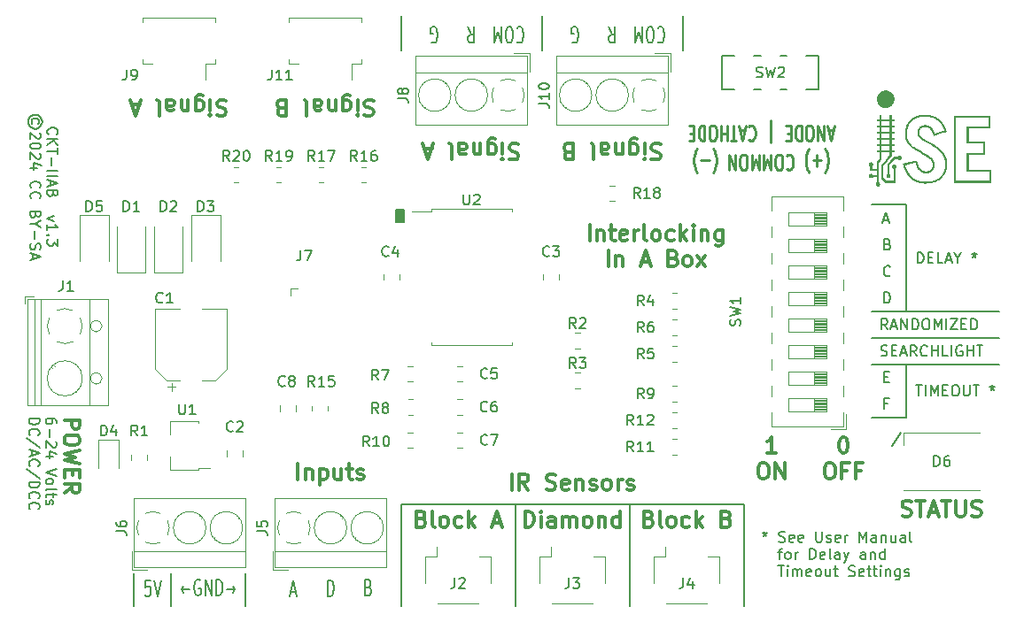
<source format=gto>
G04 #@! TF.GenerationSoftware,KiCad,Pcbnew,6.0.10-86aedd382b~118~ubuntu18.04.1*
G04 #@! TF.CreationDate,2024-12-06T10:51:47-07:00*
G04 #@! TF.ProjectId,ckt-iiab,636b742d-6969-4616-922e-6b696361645f,rev?*
G04 #@! TF.SameCoordinates,Original*
G04 #@! TF.FileFunction,Legend,Top*
G04 #@! TF.FilePolarity,Positive*
%FSLAX46Y46*%
G04 Gerber Fmt 4.6, Leading zero omitted, Abs format (unit mm)*
G04 Created by KiCad (PCBNEW 6.0.10-86aedd382b~118~ubuntu18.04.1) date 2024-12-06 10:51:47*
%MOMM*%
%LPD*%
G01*
G04 APERTURE LIST*
%ADD10C,0.203200*%
%ADD11C,0.000000*%
%ADD12C,0.152400*%
%ADD13C,0.304800*%
%ADD14C,0.254000*%
%ADD15C,0.300000*%
%ADD16C,0.150000*%
%ADD17C,0.120000*%
G04 APERTURE END LIST*
D10*
X161290000Y-98425000D02*
X161290000Y-88138000D01*
X87503000Y-123444000D02*
X87503004Y-126619000D01*
X157988000Y-88138000D02*
X161290000Y-88138000D01*
X113030000Y-126619000D02*
X113054003Y-116840000D01*
X157988000Y-108585000D02*
X161290000Y-108585000D01*
X157988000Y-100965000D02*
X170180000Y-100965000D01*
X113054003Y-116840000D02*
X145796000Y-116840000D01*
X126492007Y-73463988D02*
X126492007Y-70161988D01*
X145796000Y-126619000D02*
X145796000Y-116840000D01*
D11*
G36*
X158522349Y-82616825D02*
G01*
X158522349Y-82391047D01*
X158776349Y-82391047D01*
X158973905Y-82391047D01*
X159742960Y-82391047D01*
X159742960Y-82017103D01*
X158973905Y-82017103D01*
X158973905Y-82391047D01*
X158776349Y-82391047D01*
X158776349Y-82017103D01*
X158522349Y-82017103D01*
X158522349Y-81791325D01*
X158776349Y-81791325D01*
X158973905Y-81791325D01*
X159742960Y-81791325D01*
X159742960Y-81417381D01*
X158973905Y-81417381D01*
X158973905Y-81791325D01*
X158776349Y-81791325D01*
X158776349Y-81417381D01*
X158522349Y-81417381D01*
X158522349Y-81198658D01*
X158776349Y-81198658D01*
X158973905Y-81198658D01*
X159742960Y-81198658D01*
X159742960Y-80824714D01*
X158973905Y-80824714D01*
X158973905Y-81198658D01*
X158776349Y-81198658D01*
X158776349Y-80824714D01*
X158522349Y-80824714D01*
X158522349Y-80598936D01*
X158776349Y-80598936D01*
X158973905Y-80598936D01*
X159742960Y-80598936D01*
X159742960Y-80224992D01*
X158973905Y-80224992D01*
X158973905Y-80598936D01*
X158776349Y-80598936D01*
X158776349Y-80224992D01*
X158522349Y-80224992D01*
X158522349Y-80006270D01*
X158776349Y-80006270D01*
X158776349Y-79653492D01*
X158973905Y-79653492D01*
X158973905Y-80006270D01*
X159742960Y-80006270D01*
X159742960Y-79653492D01*
X159940516Y-79653492D01*
X159940516Y-80006270D01*
X160194516Y-80006270D01*
X160194516Y-80224992D01*
X159940516Y-80224992D01*
X159940516Y-80598936D01*
X160194516Y-80598936D01*
X160194516Y-80824714D01*
X159940516Y-80824714D01*
X159940516Y-81198658D01*
X160194516Y-81198658D01*
X160194516Y-81417381D01*
X159940516Y-81417381D01*
X159940516Y-81791325D01*
X160194516Y-81791325D01*
X160194516Y-82017103D01*
X159940516Y-82017103D01*
X159940516Y-82391047D01*
X160194516Y-82391047D01*
X160194516Y-82616825D01*
X159940516Y-82616825D01*
X159940516Y-82983714D01*
X160194516Y-82983714D01*
X160194516Y-83216548D01*
X159940516Y-83216548D01*
X159940516Y-83545336D01*
X159548932Y-84039930D01*
X159157349Y-84535230D01*
X159157349Y-85647186D01*
X159428988Y-85918825D01*
X160095738Y-85918825D01*
X160095738Y-85333919D01*
X160095710Y-85143652D01*
X160095645Y-85066319D01*
X160095517Y-84999762D01*
X160095424Y-84970269D01*
X160095307Y-84943164D01*
X160095165Y-84918344D01*
X160094994Y-84895707D01*
X160094792Y-84875152D01*
X160094556Y-84856575D01*
X160094285Y-84839875D01*
X160093974Y-84824949D01*
X160093622Y-84811696D01*
X160093226Y-84800012D01*
X160092784Y-84789797D01*
X160092545Y-84785207D01*
X160092293Y-84780947D01*
X160092028Y-84777002D01*
X160091750Y-84773361D01*
X160091458Y-84770009D01*
X160091152Y-84766936D01*
X160090833Y-84764127D01*
X160090498Y-84761570D01*
X160090149Y-84759252D01*
X160089785Y-84757161D01*
X160089405Y-84755283D01*
X160089009Y-84753606D01*
X160088597Y-84752118D01*
X160088169Y-84750805D01*
X160087724Y-84749654D01*
X160087262Y-84748653D01*
X160086782Y-84747790D01*
X160086285Y-84747050D01*
X160085769Y-84746422D01*
X160085235Y-84745893D01*
X160084682Y-84745450D01*
X160084111Y-84745079D01*
X160083520Y-84744770D01*
X160082909Y-84744508D01*
X160081627Y-84744075D01*
X160079297Y-84743183D01*
X160076815Y-84741971D01*
X160071440Y-84738650D01*
X160065603Y-84734235D01*
X160059402Y-84728850D01*
X160052936Y-84722618D01*
X160046305Y-84715661D01*
X160039608Y-84708103D01*
X160032944Y-84700066D01*
X160026412Y-84691673D01*
X160020111Y-84683048D01*
X160014142Y-84674314D01*
X160008602Y-84665593D01*
X160003591Y-84657008D01*
X159999209Y-84648683D01*
X159995555Y-84640740D01*
X159992727Y-84633303D01*
X159989700Y-84623153D01*
X159987228Y-84612590D01*
X159985307Y-84601682D01*
X159983929Y-84590496D01*
X159983089Y-84579099D01*
X159982780Y-84567558D01*
X159982996Y-84555941D01*
X159983731Y-84544315D01*
X159984978Y-84532746D01*
X159986732Y-84521303D01*
X159988986Y-84510052D01*
X159991735Y-84499060D01*
X159994971Y-84488395D01*
X159998688Y-84478123D01*
X160002881Y-84468313D01*
X160007543Y-84459031D01*
X160012072Y-84450947D01*
X160016684Y-84443341D01*
X160021414Y-84436181D01*
X160026296Y-84429430D01*
X160031364Y-84423056D01*
X160036652Y-84417024D01*
X160042194Y-84411299D01*
X160048025Y-84405849D01*
X160054178Y-84400638D01*
X160060687Y-84395634D01*
X160067588Y-84390800D01*
X160074913Y-84386104D01*
X160082697Y-84381512D01*
X160090974Y-84376989D01*
X160099778Y-84372501D01*
X160109143Y-84368014D01*
X160120471Y-84363038D01*
X160125632Y-84360968D01*
X160130575Y-84359161D01*
X160135385Y-84357607D01*
X160140149Y-84356293D01*
X160144955Y-84355209D01*
X160149889Y-84354344D01*
X160155038Y-84353684D01*
X160160489Y-84353220D01*
X160166329Y-84352941D01*
X160172644Y-84352833D01*
X160179521Y-84352887D01*
X160187047Y-84353091D01*
X160204393Y-84353902D01*
X160216450Y-84354700D01*
X160227787Y-84355785D01*
X160238463Y-84357180D01*
X160248535Y-84358907D01*
X160258061Y-84360991D01*
X160267100Y-84363452D01*
X160275708Y-84366315D01*
X160283945Y-84369601D01*
X160291867Y-84373334D01*
X160299533Y-84377536D01*
X160307001Y-84382230D01*
X160314328Y-84387439D01*
X160321572Y-84393185D01*
X160328792Y-84399491D01*
X160336044Y-84406380D01*
X160343388Y-84413875D01*
X160351254Y-84422367D01*
X160358464Y-84430685D01*
X160365036Y-84438886D01*
X160370993Y-84447025D01*
X160376354Y-84455160D01*
X160381141Y-84463348D01*
X160385373Y-84471645D01*
X160389073Y-84480109D01*
X160392259Y-84488796D01*
X160394954Y-84497763D01*
X160397178Y-84507067D01*
X160398950Y-84516765D01*
X160400293Y-84526913D01*
X160401227Y-84537569D01*
X160401772Y-84548789D01*
X160401949Y-84560630D01*
X160401799Y-84574143D01*
X160401081Y-84587170D01*
X160399788Y-84599724D01*
X160397914Y-84611816D01*
X160395453Y-84623458D01*
X160392399Y-84634660D01*
X160388746Y-84645435D01*
X160384486Y-84655793D01*
X160379615Y-84665745D01*
X160376949Y-84670573D01*
X160374126Y-84675304D01*
X160371148Y-84679940D01*
X160368013Y-84684481D01*
X160361269Y-84693286D01*
X160353889Y-84701732D01*
X160345866Y-84709830D01*
X160337193Y-84717590D01*
X160327866Y-84725025D01*
X160293999Y-84751131D01*
X160293999Y-85433402D01*
X160293293Y-86116380D01*
X159344321Y-86116380D01*
X159152410Y-85924470D01*
X158959794Y-85731853D01*
X158959794Y-84459031D01*
X159351377Y-83963731D01*
X159742960Y-83469136D01*
X159742960Y-83216548D01*
X158973905Y-83216548D01*
X158973905Y-83538986D01*
X158973199Y-83862130D01*
X158846905Y-84020880D01*
X158720610Y-84179630D01*
X158719905Y-85125075D01*
X158719905Y-86070519D01*
X158755182Y-86100859D01*
X158764727Y-86109331D01*
X158773528Y-86117840D01*
X158781604Y-86126421D01*
X158788972Y-86135111D01*
X158795649Y-86143945D01*
X158801654Y-86152960D01*
X158807003Y-86162193D01*
X158811715Y-86171678D01*
X158815807Y-86181453D01*
X158819296Y-86191554D01*
X158822200Y-86202016D01*
X158824536Y-86212876D01*
X158826323Y-86224170D01*
X158827578Y-86235935D01*
X158828318Y-86248206D01*
X158828560Y-86261019D01*
X158828639Y-86277558D01*
X158828515Y-86284854D01*
X158828263Y-86291601D01*
X158827865Y-86297877D01*
X158827308Y-86303758D01*
X158826574Y-86309321D01*
X158825650Y-86314642D01*
X158824519Y-86319797D01*
X158823165Y-86324864D01*
X158821574Y-86329918D01*
X158819730Y-86335036D01*
X158817617Y-86340295D01*
X158815219Y-86345771D01*
X158812522Y-86351540D01*
X158809510Y-86357680D01*
X158802186Y-86371412D01*
X158794239Y-86384295D01*
X158785676Y-86396323D01*
X158776503Y-86407488D01*
X158766727Y-86417785D01*
X158756354Y-86427208D01*
X158745389Y-86435750D01*
X158733839Y-86443405D01*
X158721711Y-86450168D01*
X158709010Y-86456031D01*
X158695743Y-86460989D01*
X158681915Y-86465035D01*
X158667533Y-86468164D01*
X158652604Y-86470368D01*
X158637133Y-86471642D01*
X158621127Y-86471980D01*
X158608539Y-86471747D01*
X158596421Y-86471038D01*
X158584751Y-86469841D01*
X158573502Y-86468144D01*
X158562650Y-86465934D01*
X158552170Y-86463199D01*
X158542037Y-86459927D01*
X158532227Y-86456105D01*
X158522714Y-86451721D01*
X158513475Y-86446762D01*
X158504483Y-86441216D01*
X158495714Y-86435071D01*
X158487144Y-86428314D01*
X158478748Y-86420932D01*
X158470500Y-86412914D01*
X158462377Y-86404247D01*
X158455008Y-86395659D01*
X158448241Y-86387069D01*
X158442065Y-86378441D01*
X158436470Y-86369741D01*
X158431445Y-86360934D01*
X158426981Y-86351984D01*
X158423066Y-86342856D01*
X158419691Y-86333515D01*
X158416845Y-86323927D01*
X158414518Y-86314055D01*
X158412699Y-86303864D01*
X158411379Y-86293321D01*
X158410546Y-86282388D01*
X158410191Y-86271032D01*
X158410303Y-86259217D01*
X158410871Y-86246908D01*
X158411929Y-86235019D01*
X158413513Y-86223432D01*
X158415620Y-86212151D01*
X158418247Y-86201180D01*
X158421390Y-86190522D01*
X158425047Y-86180184D01*
X158429215Y-86170167D01*
X158433890Y-86160478D01*
X158439070Y-86151119D01*
X158444750Y-86142095D01*
X158450929Y-86133409D01*
X158457603Y-86125068D01*
X158464769Y-86117073D01*
X158472424Y-86109430D01*
X158480565Y-86102142D01*
X158489188Y-86095214D01*
X158522349Y-86070519D01*
X158522349Y-85558991D01*
X158158988Y-85558991D01*
X158127944Y-85594975D01*
X158118239Y-85605598D01*
X158108068Y-85615380D01*
X158097469Y-85624325D01*
X158086480Y-85632440D01*
X158075139Y-85639729D01*
X158063484Y-85646198D01*
X158051553Y-85651853D01*
X158039385Y-85656700D01*
X158027018Y-85660744D01*
X158014489Y-85663990D01*
X158001837Y-85666444D01*
X157989099Y-85668112D01*
X157976315Y-85668999D01*
X157963522Y-85669110D01*
X157950758Y-85668452D01*
X157938061Y-85667030D01*
X157925470Y-85664849D01*
X157913022Y-85661915D01*
X157900756Y-85658234D01*
X157888709Y-85653810D01*
X157876921Y-85648651D01*
X157865428Y-85642760D01*
X157854270Y-85636144D01*
X157843483Y-85628809D01*
X157833108Y-85620759D01*
X157823180Y-85612001D01*
X157813739Y-85602539D01*
X157804823Y-85592380D01*
X157796469Y-85581529D01*
X157788716Y-85569992D01*
X157781603Y-85557774D01*
X157775166Y-85544881D01*
X157771827Y-85537282D01*
X157768821Y-85529575D01*
X157766145Y-85521770D01*
X157763797Y-85513880D01*
X157761775Y-85505916D01*
X157760075Y-85497888D01*
X157758697Y-85489809D01*
X157757637Y-85481689D01*
X157756464Y-85465375D01*
X157756538Y-85449035D01*
X157757839Y-85432762D01*
X157760349Y-85416646D01*
X157764050Y-85400778D01*
X157768923Y-85385249D01*
X157774950Y-85370150D01*
X157782111Y-85355571D01*
X157786112Y-85348506D01*
X157790389Y-85341605D01*
X157794940Y-85334880D01*
X157799764Y-85328341D01*
X157804857Y-85322001D01*
X157810218Y-85315871D01*
X157815844Y-85309963D01*
X157821733Y-85304286D01*
X157830092Y-85296916D01*
X157838270Y-85290142D01*
X157846319Y-85283946D01*
X157854287Y-85278313D01*
X157862227Y-85273225D01*
X157870188Y-85268666D01*
X157878222Y-85264620D01*
X157886379Y-85261071D01*
X157894709Y-85258000D01*
X157903264Y-85255393D01*
X157912094Y-85253232D01*
X157921249Y-85251502D01*
X157930780Y-85250184D01*
X157940739Y-85249264D01*
X157951174Y-85248723D01*
X157962138Y-85248547D01*
X157975378Y-85248733D01*
X157987887Y-85249311D01*
X157999728Y-85250305D01*
X158010965Y-85251744D01*
X158021660Y-85253654D01*
X158031876Y-85256063D01*
X158041678Y-85258996D01*
X158051126Y-85262482D01*
X158060286Y-85266546D01*
X158069219Y-85271216D01*
X158077988Y-85276518D01*
X158086658Y-85282480D01*
X158095290Y-85289128D01*
X158103948Y-85296489D01*
X158112695Y-85304590D01*
X158121594Y-85313458D01*
X158162516Y-85354380D01*
X158522349Y-85354380D01*
X158522349Y-84952214D01*
X157866183Y-84952214D01*
X157866183Y-84546520D01*
X157830199Y-84515475D01*
X157818873Y-84505137D01*
X157808451Y-84494253D01*
X157798942Y-84482857D01*
X157790357Y-84470981D01*
X157782707Y-84458658D01*
X157776001Y-84445923D01*
X157770250Y-84432806D01*
X157765464Y-84419343D01*
X157761655Y-84405565D01*
X157758831Y-84391507D01*
X157757003Y-84377200D01*
X157756182Y-84362678D01*
X157756378Y-84347974D01*
X157757601Y-84333122D01*
X157759862Y-84318154D01*
X157763171Y-84303103D01*
X157768531Y-84284926D01*
X157775061Y-84267719D01*
X157778753Y-84259488D01*
X157782724Y-84251511D01*
X157786968Y-84243790D01*
X157791482Y-84236329D01*
X157796260Y-84229131D01*
X157801298Y-84222201D01*
X157806592Y-84215541D01*
X157812136Y-84209155D01*
X157817926Y-84203047D01*
X157823957Y-84197219D01*
X157830225Y-84191677D01*
X157836726Y-84186422D01*
X157843453Y-84181458D01*
X157850403Y-84176790D01*
X157857572Y-84172420D01*
X157864953Y-84168351D01*
X157872544Y-84164589D01*
X157880338Y-84161135D01*
X157888333Y-84157993D01*
X157896521Y-84155168D01*
X157904900Y-84152661D01*
X157913465Y-84150478D01*
X157931132Y-84147094D01*
X157949486Y-84145043D01*
X157968488Y-84144353D01*
X157976386Y-84144547D01*
X157984200Y-84144994D01*
X157991928Y-84145694D01*
X157999566Y-84146642D01*
X158007108Y-84147836D01*
X158014550Y-84149275D01*
X158021890Y-84150955D01*
X158029122Y-84152875D01*
X158036242Y-84155031D01*
X158043247Y-84157421D01*
X158050131Y-84160043D01*
X158056892Y-84162894D01*
X158063524Y-84165973D01*
X158070025Y-84169275D01*
X158076388Y-84172800D01*
X158082612Y-84176544D01*
X158088690Y-84180505D01*
X158094620Y-84184681D01*
X158100397Y-84189068D01*
X158106016Y-84193666D01*
X158111475Y-84198471D01*
X158116768Y-84203480D01*
X158121891Y-84208692D01*
X158126841Y-84214104D01*
X158131613Y-84219713D01*
X158136204Y-84225517D01*
X158140608Y-84231513D01*
X158144822Y-84237700D01*
X158148842Y-84244074D01*
X158152663Y-84250633D01*
X158156282Y-84257375D01*
X158159694Y-84264297D01*
X158163315Y-84272725D01*
X158166505Y-84281815D01*
X158169264Y-84291483D01*
X158171589Y-84301648D01*
X158173480Y-84312225D01*
X158174936Y-84323134D01*
X158175956Y-84334290D01*
X158176539Y-84345612D01*
X158176683Y-84357017D01*
X158176389Y-84368422D01*
X158175654Y-84379744D01*
X158174477Y-84390900D01*
X158172859Y-84401809D01*
X158170796Y-84412387D01*
X158168290Y-84422551D01*
X158165338Y-84432220D01*
X158162698Y-84439081D01*
X158159335Y-84446364D01*
X158155336Y-84453961D01*
X158150786Y-84461765D01*
X158145773Y-84469668D01*
X158140385Y-84477562D01*
X158134706Y-84485341D01*
X158128826Y-84492897D01*
X158122829Y-84500122D01*
X158116804Y-84506909D01*
X158110836Y-84513150D01*
X158105013Y-84518738D01*
X158099422Y-84523565D01*
X158094149Y-84527524D01*
X158091659Y-84529145D01*
X158089281Y-84530508D01*
X158087026Y-84531600D01*
X158084905Y-84532408D01*
X158082537Y-84533258D01*
X158080450Y-84534309D01*
X158078625Y-84535696D01*
X158077044Y-84537557D01*
X158075692Y-84540024D01*
X158074549Y-84543235D01*
X158073598Y-84547325D01*
X158072822Y-84552428D01*
X158072203Y-84558681D01*
X158071724Y-84566218D01*
X158071113Y-84585689D01*
X158070850Y-84611922D01*
X158070794Y-84646003D01*
X158070794Y-84754659D01*
X158522349Y-84754659D01*
X158522349Y-84104136D01*
X158649349Y-83944681D01*
X158776349Y-83784519D01*
X158776349Y-83216548D01*
X158522349Y-83216548D01*
X158522349Y-82983714D01*
X158776349Y-82983714D01*
X158973905Y-82983714D01*
X159742960Y-82983714D01*
X159742960Y-82616825D01*
X158973905Y-82616825D01*
X158973905Y-82983714D01*
X158776349Y-82983714D01*
X158776349Y-82616825D01*
X158522349Y-82616825D01*
G37*
D10*
X123952000Y-126619000D02*
X123952000Y-116840000D01*
X113030000Y-73406000D02*
X113030000Y-70104000D01*
X157988000Y-98425000D02*
X170180000Y-98425000D01*
D11*
G36*
X169366738Y-79681714D02*
G01*
X169366738Y-80923492D01*
X167292404Y-80923492D01*
X167292404Y-82172325D01*
X168872849Y-82172325D01*
X168872849Y-83407047D01*
X167292404Y-83407047D01*
X167292404Y-84867547D01*
X169451405Y-84867547D01*
X169451405Y-86102269D01*
X165916571Y-86102269D01*
X165916571Y-85918825D01*
X166100015Y-85918825D01*
X169267960Y-85918825D01*
X169267960Y-85050992D01*
X167108959Y-85050992D01*
X167108959Y-83223603D01*
X168689404Y-83223603D01*
X168689404Y-82355770D01*
X167108959Y-82355770D01*
X167108959Y-80732992D01*
X169183293Y-80732992D01*
X169183293Y-79865159D01*
X166100015Y-79865159D01*
X166100015Y-85918825D01*
X165916571Y-85918825D01*
X165916571Y-79681714D01*
X169366738Y-79681714D01*
G37*
G36*
X159375366Y-77277005D02*
G01*
X159417964Y-77278352D01*
X159457651Y-77280510D01*
X159491650Y-77283429D01*
X159505648Y-77285158D01*
X159517182Y-77287059D01*
X159547930Y-77293440D01*
X159578252Y-77300938D01*
X159608135Y-77309544D01*
X159637568Y-77319250D01*
X159666538Y-77330047D01*
X159695032Y-77341927D01*
X159723039Y-77354882D01*
X159750545Y-77368903D01*
X159777539Y-77383983D01*
X159804007Y-77400113D01*
X159829939Y-77417285D01*
X159855320Y-77435490D01*
X159880139Y-77454721D01*
X159904384Y-77474968D01*
X159928041Y-77496224D01*
X159951099Y-77518481D01*
X159970934Y-77538961D01*
X159989958Y-77559917D01*
X160008170Y-77581347D01*
X160025568Y-77603247D01*
X160042152Y-77625614D01*
X160057920Y-77648445D01*
X160072872Y-77671737D01*
X160087007Y-77695487D01*
X160100323Y-77719692D01*
X160112819Y-77744348D01*
X160124494Y-77769453D01*
X160135348Y-77795004D01*
X160145380Y-77820996D01*
X160154587Y-77847428D01*
X160162970Y-77874296D01*
X160170527Y-77901597D01*
X160177018Y-77928999D01*
X160182472Y-77957400D01*
X160186892Y-77986656D01*
X160190282Y-78016625D01*
X160192648Y-78047165D01*
X160193992Y-78078132D01*
X160194319Y-78109385D01*
X160193634Y-78140781D01*
X160191939Y-78172176D01*
X160189241Y-78203429D01*
X160185541Y-78234397D01*
X160180845Y-78264937D01*
X160175158Y-78294906D01*
X160168482Y-78324162D01*
X160160822Y-78352562D01*
X160152182Y-78379964D01*
X160143688Y-78403905D01*
X160134599Y-78427326D01*
X160124897Y-78450253D01*
X160114567Y-78472712D01*
X160103593Y-78494728D01*
X160091957Y-78516328D01*
X160079642Y-78537537D01*
X160066634Y-78558381D01*
X160052914Y-78578887D01*
X160038467Y-78599079D01*
X160023275Y-78618984D01*
X160007323Y-78638627D01*
X159990594Y-78658035D01*
X159973071Y-78677233D01*
X159954737Y-78696247D01*
X159935577Y-78715103D01*
X159907580Y-78741049D01*
X159878882Y-78765444D01*
X159849477Y-78788291D01*
X159819359Y-78809592D01*
X159788521Y-78829352D01*
X159756958Y-78847572D01*
X159724664Y-78864257D01*
X159691631Y-78879409D01*
X159657854Y-78893032D01*
X159623327Y-78905128D01*
X159588044Y-78915700D01*
X159551997Y-78924752D01*
X159515182Y-78932287D01*
X159477591Y-78938308D01*
X159439220Y-78942818D01*
X159400060Y-78945820D01*
X159356335Y-78947148D01*
X159312792Y-78946124D01*
X159269513Y-78942779D01*
X159226582Y-78937143D01*
X159184080Y-78929246D01*
X159142091Y-78919117D01*
X159100698Y-78906787D01*
X159059982Y-78892286D01*
X159020028Y-78875643D01*
X158980916Y-78856888D01*
X158942731Y-78836052D01*
X158905554Y-78813164D01*
X158869469Y-78788255D01*
X158834558Y-78761354D01*
X158800903Y-78732492D01*
X158768588Y-78701697D01*
X158739196Y-78671052D01*
X158711619Y-78639460D01*
X158685866Y-78606950D01*
X158661950Y-78573551D01*
X158639882Y-78539292D01*
X158619673Y-78504202D01*
X158601335Y-78468311D01*
X158584879Y-78431646D01*
X158570316Y-78394237D01*
X158557659Y-78356113D01*
X158546917Y-78317303D01*
X158538103Y-78277835D01*
X158531228Y-78237739D01*
X158526303Y-78197043D01*
X158523339Y-78155777D01*
X158522349Y-78113969D01*
X158523105Y-78077496D01*
X158525357Y-78041387D01*
X158529076Y-78005677D01*
X158534237Y-77970400D01*
X158540814Y-77935590D01*
X158548780Y-77901282D01*
X158558108Y-77867509D01*
X158568773Y-77834305D01*
X158580746Y-77801705D01*
X158594003Y-77769743D01*
X158608516Y-77738452D01*
X158624259Y-77707868D01*
X158641206Y-77678023D01*
X158659330Y-77648952D01*
X158678604Y-77620690D01*
X158699003Y-77593270D01*
X158720499Y-77566726D01*
X158743066Y-77541093D01*
X158766678Y-77516405D01*
X158791308Y-77492695D01*
X158816929Y-77469998D01*
X158843516Y-77448349D01*
X158871042Y-77427780D01*
X158899480Y-77408326D01*
X158928803Y-77390022D01*
X158958986Y-77372901D01*
X158990001Y-77356998D01*
X159021823Y-77342346D01*
X159054425Y-77328980D01*
X159087780Y-77316933D01*
X159121861Y-77306241D01*
X159156644Y-77296937D01*
X159179243Y-77291623D01*
X159200917Y-77286706D01*
X159210621Y-77284603D01*
X159219151Y-77282848D01*
X159226193Y-77281522D01*
X159231432Y-77280709D01*
X159243463Y-77279385D01*
X159257891Y-77278319D01*
X159292551Y-77276938D01*
X159332636Y-77276517D01*
X159375366Y-77277005D01*
G37*
D10*
X98170997Y-123444000D02*
X98171004Y-126619000D01*
D11*
G36*
X160709343Y-83516365D02*
G01*
X160724210Y-83518134D01*
X160738993Y-83520803D01*
X160753580Y-83524346D01*
X160767862Y-83528731D01*
X160781727Y-83533931D01*
X160795065Y-83539917D01*
X160807765Y-83546659D01*
X160819717Y-83554128D01*
X160830810Y-83562297D01*
X160835999Y-83566634D01*
X160840933Y-83571135D01*
X160845597Y-83575796D01*
X160849977Y-83580614D01*
X160858727Y-83591159D01*
X160866727Y-83602005D01*
X160873982Y-83613122D01*
X160880496Y-83624481D01*
X160886276Y-83636051D01*
X160891328Y-83647802D01*
X160895656Y-83659705D01*
X160899266Y-83671730D01*
X160902165Y-83683846D01*
X160904357Y-83696025D01*
X160905848Y-83708236D01*
X160906643Y-83720450D01*
X160906749Y-83732636D01*
X160906170Y-83744765D01*
X160904912Y-83756807D01*
X160902982Y-83768732D01*
X160900383Y-83780511D01*
X160897123Y-83792112D01*
X160893206Y-83803508D01*
X160888638Y-83814667D01*
X160883424Y-83825559D01*
X160877571Y-83836156D01*
X160871083Y-83846427D01*
X160863967Y-83856343D01*
X160856227Y-83865872D01*
X160847870Y-83874987D01*
X160838900Y-83883656D01*
X160829324Y-83891850D01*
X160819147Y-83899540D01*
X160808375Y-83906694D01*
X160797012Y-83913284D01*
X160785066Y-83919280D01*
X160775131Y-83923497D01*
X160764690Y-83927152D01*
X160753815Y-83930244D01*
X160742578Y-83932774D01*
X160731052Y-83934742D01*
X160719308Y-83936148D01*
X160707420Y-83936991D01*
X160695460Y-83937272D01*
X160683500Y-83936991D01*
X160671612Y-83936148D01*
X160659868Y-83934742D01*
X160648342Y-83932774D01*
X160637105Y-83930244D01*
X160626230Y-83927152D01*
X160615789Y-83923497D01*
X160605855Y-83919280D01*
X160599220Y-83915834D01*
X160592099Y-83911653D01*
X160584619Y-83906845D01*
X160576905Y-83901520D01*
X160569083Y-83895786D01*
X160561280Y-83889751D01*
X160553622Y-83883523D01*
X160546235Y-83877212D01*
X160539245Y-83870925D01*
X160532777Y-83864772D01*
X160526959Y-83858861D01*
X160521915Y-83853300D01*
X160517773Y-83848198D01*
X160516080Y-83845853D01*
X160514659Y-83843664D01*
X160513526Y-83841643D01*
X160512697Y-83839805D01*
X160512189Y-83838163D01*
X160512016Y-83836731D01*
X160511292Y-83836078D01*
X160509167Y-83835445D01*
X160501002Y-83834250D01*
X160488091Y-83833171D01*
X160471005Y-83832233D01*
X160450314Y-83831460D01*
X160426588Y-83830877D01*
X160372316Y-83830381D01*
X160232616Y-83830381D01*
X159977205Y-84152819D01*
X159721794Y-84475964D01*
X159721794Y-85267597D01*
X159740138Y-85277475D01*
X159745949Y-85280927D01*
X159751966Y-85285149D01*
X159758129Y-85290068D01*
X159764380Y-85295610D01*
X159770661Y-85301702D01*
X159776911Y-85308270D01*
X159783072Y-85315241D01*
X159789086Y-85322542D01*
X159794893Y-85330100D01*
X159800434Y-85337840D01*
X159805651Y-85345690D01*
X159810484Y-85353576D01*
X159814875Y-85361424D01*
X159818765Y-85369162D01*
X159822094Y-85376717D01*
X159824805Y-85384013D01*
X159827716Y-85394141D01*
X159830105Y-85404874D01*
X159831976Y-85416108D01*
X159833337Y-85427736D01*
X159834194Y-85439654D01*
X159834553Y-85451755D01*
X159834420Y-85463936D01*
X159833801Y-85476089D01*
X159832702Y-85488110D01*
X159831130Y-85499893D01*
X159829091Y-85511333D01*
X159826591Y-85522325D01*
X159823636Y-85532762D01*
X159820232Y-85542541D01*
X159816387Y-85551554D01*
X159812105Y-85559697D01*
X159803936Y-85572653D01*
X159795305Y-85584795D01*
X159786213Y-85596121D01*
X159776662Y-85606627D01*
X159766651Y-85616311D01*
X159756183Y-85625169D01*
X159745257Y-85633198D01*
X159733876Y-85640395D01*
X159722040Y-85646757D01*
X159709751Y-85652281D01*
X159697009Y-85656963D01*
X159683815Y-85660801D01*
X159670170Y-85663792D01*
X159656076Y-85665932D01*
X159641534Y-85667218D01*
X159626543Y-85667647D01*
X159615259Y-85667385D01*
X159604168Y-85666604D01*
X159593280Y-85665316D01*
X159582607Y-85663531D01*
X159572161Y-85661262D01*
X159561951Y-85658518D01*
X159551988Y-85655311D01*
X159542285Y-85651651D01*
X159532851Y-85647550D01*
X159523698Y-85643019D01*
X159514837Y-85638069D01*
X159506278Y-85632710D01*
X159498033Y-85626954D01*
X159490113Y-85620811D01*
X159482528Y-85614293D01*
X159475290Y-85607410D01*
X159468410Y-85600174D01*
X159461898Y-85592596D01*
X159455765Y-85584686D01*
X159450024Y-85576455D01*
X159444684Y-85567915D01*
X159439756Y-85559077D01*
X159435252Y-85549951D01*
X159431182Y-85540548D01*
X159427558Y-85530879D01*
X159424390Y-85520956D01*
X159421689Y-85510790D01*
X159419467Y-85500390D01*
X159417734Y-85489769D01*
X159416502Y-85478938D01*
X159415781Y-85467906D01*
X159415582Y-85456686D01*
X159415856Y-85444431D01*
X159416679Y-85432529D01*
X159418057Y-85420970D01*
X159419992Y-85409744D01*
X159422490Y-85398841D01*
X159425554Y-85388250D01*
X159429189Y-85377960D01*
X159433398Y-85367962D01*
X159438186Y-85358246D01*
X159443557Y-85348799D01*
X159449515Y-85339614D01*
X159456064Y-85330678D01*
X159463208Y-85321983D01*
X159470952Y-85313516D01*
X159479300Y-85305269D01*
X159488255Y-85297231D01*
X159524238Y-85266186D01*
X159524238Y-84400469D01*
X159829744Y-84013825D01*
X160134543Y-83626475D01*
X160321516Y-83625769D01*
X160508488Y-83625064D01*
X160527538Y-83597547D01*
X160532123Y-83591258D01*
X160537129Y-83585101D01*
X160542532Y-83579092D01*
X160548308Y-83573250D01*
X160554430Y-83567588D01*
X160560875Y-83562126D01*
X160567618Y-83556878D01*
X160574634Y-83551862D01*
X160581897Y-83547094D01*
X160589384Y-83542591D01*
X160597069Y-83538369D01*
X160604928Y-83534444D01*
X160612936Y-83530834D01*
X160621068Y-83527554D01*
X160629299Y-83524622D01*
X160637605Y-83522053D01*
X160644355Y-83520335D01*
X160651237Y-83518881D01*
X160665338Y-83516756D01*
X160679796Y-83515647D01*
X160694501Y-83515526D01*
X160709343Y-83516365D01*
G37*
D10*
X161290000Y-103505000D02*
X161290000Y-108585000D01*
X134874000Y-126619000D02*
X134874000Y-116840000D01*
X139954007Y-73463988D02*
X139954007Y-70161988D01*
X157988000Y-103505000D02*
X170180000Y-103505000D01*
D11*
G36*
X161018902Y-84337057D02*
G01*
X161013494Y-84312898D01*
X161010092Y-84294134D01*
X161008904Y-84281464D01*
X161009205Y-84277632D01*
X161010138Y-84275586D01*
X161224373Y-84226825D01*
X161688441Y-84126802D01*
X162151848Y-84029027D01*
X162364099Y-83987013D01*
X162365009Y-83989426D01*
X162366613Y-83995337D01*
X162371507Y-84016030D01*
X162377990Y-84045850D01*
X162385266Y-84081558D01*
X162401896Y-84159809D01*
X162420812Y-84234989D01*
X162441983Y-84307051D01*
X162465379Y-84375951D01*
X162490971Y-84441643D01*
X162518727Y-84504081D01*
X162548619Y-84563221D01*
X162580616Y-84619015D01*
X162597395Y-84645644D01*
X162614689Y-84671420D01*
X162632494Y-84696337D01*
X162650807Y-84720389D01*
X162669623Y-84743571D01*
X162688940Y-84765878D01*
X162708753Y-84787302D01*
X162729059Y-84807839D01*
X162749853Y-84827484D01*
X162771133Y-84846229D01*
X162792894Y-84864071D01*
X162815132Y-84881002D01*
X162837845Y-84897018D01*
X162861027Y-84912112D01*
X162884676Y-84926279D01*
X162908788Y-84939513D01*
X162939579Y-84954843D01*
X162970565Y-84968552D01*
X163001747Y-84980640D01*
X163033120Y-84991107D01*
X163064684Y-84999955D01*
X163096435Y-85007181D01*
X163128373Y-85012787D01*
X163160495Y-85016772D01*
X163192798Y-85019137D01*
X163225282Y-85019881D01*
X163257943Y-85019005D01*
X163290780Y-85016508D01*
X163323791Y-85012390D01*
X163356973Y-85006652D01*
X163390324Y-84999293D01*
X163423844Y-84990314D01*
X163473233Y-84973871D01*
X163520013Y-84953985D01*
X163564103Y-84930769D01*
X163605425Y-84904335D01*
X163643898Y-84874797D01*
X163679443Y-84842267D01*
X163711981Y-84806858D01*
X163741432Y-84768681D01*
X163767715Y-84727851D01*
X163790753Y-84684479D01*
X163810465Y-84638678D01*
X163826771Y-84590561D01*
X163839592Y-84540241D01*
X163848848Y-84487830D01*
X163854461Y-84433441D01*
X163856349Y-84377186D01*
X163855749Y-84346111D01*
X163853933Y-84315808D01*
X163850875Y-84286209D01*
X163846548Y-84257242D01*
X163840928Y-84228837D01*
X163833988Y-84200924D01*
X163825702Y-84173433D01*
X163816044Y-84146293D01*
X163804989Y-84119434D01*
X163792511Y-84092787D01*
X163778584Y-84066279D01*
X163763182Y-84039842D01*
X163746280Y-84013405D01*
X163727851Y-83986898D01*
X163707870Y-83960250D01*
X163686310Y-83933391D01*
X163657246Y-83899501D01*
X163626608Y-83866394D01*
X163593894Y-83833729D01*
X163558604Y-83801166D01*
X163520239Y-83768363D01*
X163478298Y-83734979D01*
X163432280Y-83700673D01*
X163381686Y-83665104D01*
X163264768Y-83588813D01*
X163123541Y-83503378D01*
X162954004Y-83406069D01*
X162752155Y-83294159D01*
X162588985Y-83204002D01*
X162448512Y-83124693D01*
X162327238Y-83054049D01*
X162221665Y-82989888D01*
X162128296Y-82930026D01*
X162043634Y-82872280D01*
X161964180Y-82814469D01*
X161886438Y-82754408D01*
X161845261Y-82720336D01*
X161800173Y-82680667D01*
X161752952Y-82637144D01*
X161705375Y-82591513D01*
X161659220Y-82545519D01*
X161616265Y-82500905D01*
X161578288Y-82459416D01*
X161561721Y-82440389D01*
X161547066Y-82422798D01*
X161501836Y-82364292D01*
X161459800Y-82304894D01*
X161420943Y-82244556D01*
X161385251Y-82183228D01*
X161352709Y-82120863D01*
X161323303Y-82057412D01*
X161297018Y-81992826D01*
X161273839Y-81927056D01*
X161253753Y-81860055D01*
X161236745Y-81791773D01*
X161222801Y-81722162D01*
X161211905Y-81651173D01*
X161204043Y-81578758D01*
X161199202Y-81504868D01*
X161197366Y-81429455D01*
X161198521Y-81352470D01*
X161202838Y-81266975D01*
X161209704Y-81183522D01*
X161219123Y-81102103D01*
X161231098Y-81022710D01*
X161245632Y-80945335D01*
X161262728Y-80869969D01*
X161282390Y-80796603D01*
X161304619Y-80725231D01*
X161329420Y-80655842D01*
X161356796Y-80588430D01*
X161386749Y-80522986D01*
X161419283Y-80459501D01*
X161454401Y-80397967D01*
X161492105Y-80338377D01*
X161532400Y-80280721D01*
X161575288Y-80224992D01*
X161586855Y-80211125D01*
X161599989Y-80196111D01*
X161630156Y-80163410D01*
X161664176Y-80128427D01*
X161700436Y-80092700D01*
X161737325Y-80057767D01*
X161773230Y-80025165D01*
X161806538Y-79996433D01*
X161821715Y-79983999D01*
X161835638Y-79973109D01*
X161888482Y-79935300D01*
X161943273Y-79899406D01*
X161999971Y-79865438D01*
X162058539Y-79833409D01*
X162118938Y-79803331D01*
X162181130Y-79775217D01*
X162245077Y-79749079D01*
X162310741Y-79724930D01*
X162378084Y-79702781D01*
X162447067Y-79682646D01*
X162517651Y-79664536D01*
X162589800Y-79648465D01*
X162663473Y-79634444D01*
X162738635Y-79622486D01*
X162815245Y-79612603D01*
X162893266Y-79604809D01*
X162940640Y-79602000D01*
X163002252Y-79599936D01*
X163073224Y-79598632D01*
X163148677Y-79598106D01*
X163223733Y-79598373D01*
X163293514Y-79599451D01*
X163353142Y-79601355D01*
X163397738Y-79604103D01*
X163553373Y-79623361D01*
X163703451Y-79652199D01*
X163776349Y-79670167D01*
X163847789Y-79690476D01*
X163917749Y-79713109D01*
X163986204Y-79738048D01*
X164053133Y-79765276D01*
X164118513Y-79794774D01*
X164182320Y-79826524D01*
X164244533Y-79860509D01*
X164305127Y-79896711D01*
X164364080Y-79935112D01*
X164421370Y-79975695D01*
X164476973Y-80018441D01*
X164530867Y-80063332D01*
X164583028Y-80110351D01*
X164633434Y-80159480D01*
X164682063Y-80210702D01*
X164728890Y-80263997D01*
X164773893Y-80319349D01*
X164817050Y-80376740D01*
X164858337Y-80436151D01*
X164897732Y-80497566D01*
X164935211Y-80560966D01*
X164970753Y-80626332D01*
X165004333Y-80693649D01*
X165035930Y-80762897D01*
X165065520Y-80834059D01*
X165118588Y-80982053D01*
X165129955Y-81018239D01*
X165141926Y-81058947D01*
X165153848Y-81101624D01*
X165165066Y-81143713D01*
X165174929Y-81182661D01*
X165182782Y-81215911D01*
X165187973Y-81240910D01*
X165189366Y-81249517D01*
X165189849Y-81255103D01*
X165188078Y-81257017D01*
X165182595Y-81259901D01*
X165159466Y-81268883D01*
X165057381Y-81301846D01*
X164867190Y-81358886D01*
X164572488Y-81444897D01*
X164332312Y-81514328D01*
X164135396Y-81570662D01*
X164001980Y-81608211D01*
X163965410Y-81618163D01*
X163952305Y-81621286D01*
X163951106Y-81618808D01*
X163948667Y-81612709D01*
X163940663Y-81591300D01*
X163929484Y-81560366D01*
X163916321Y-81523214D01*
X163885707Y-81439697D01*
X163854402Y-81361591D01*
X163822325Y-81288799D01*
X163789398Y-81221225D01*
X163755541Y-81158774D01*
X163720674Y-81101348D01*
X163702837Y-81074490D01*
X163684718Y-81048853D01*
X163666306Y-81024424D01*
X163647593Y-81001191D01*
X163628567Y-80979143D01*
X163609219Y-80958267D01*
X163589539Y-80938552D01*
X163569517Y-80919985D01*
X163549143Y-80902554D01*
X163528408Y-80886248D01*
X163507300Y-80871054D01*
X163485811Y-80856960D01*
X163463930Y-80843955D01*
X163441647Y-80832026D01*
X163418953Y-80821161D01*
X163395838Y-80811348D01*
X163372290Y-80802576D01*
X163348302Y-80794832D01*
X163323862Y-80788104D01*
X163298960Y-80782381D01*
X163282305Y-80779140D01*
X163264472Y-80776297D01*
X163245641Y-80773852D01*
X163225990Y-80771808D01*
X163184945Y-80768924D01*
X163142768Y-80767652D01*
X163100888Y-80768001D01*
X163060736Y-80769979D01*
X163041755Y-80771581D01*
X163023743Y-80773593D01*
X163006877Y-80776017D01*
X162991338Y-80778853D01*
X162945845Y-80789951D01*
X162903022Y-80803670D01*
X162862862Y-80820021D01*
X162825356Y-80839013D01*
X162807596Y-80849502D01*
X162790496Y-80860654D01*
X162774055Y-80872472D01*
X162758273Y-80884955D01*
X162743148Y-80898105D01*
X162728680Y-80911924D01*
X162714866Y-80926413D01*
X162701707Y-80941572D01*
X162689201Y-80957402D01*
X162677348Y-80973906D01*
X162666145Y-80991084D01*
X162655593Y-81008937D01*
X162636434Y-81046674D01*
X162619863Y-81087126D01*
X162605872Y-81130302D01*
X162594452Y-81176212D01*
X162585595Y-81224864D01*
X162579293Y-81276270D01*
X162577477Y-81297724D01*
X162576271Y-81318225D01*
X162575692Y-81337863D01*
X162575755Y-81356725D01*
X162576475Y-81374901D01*
X162577867Y-81392479D01*
X162579948Y-81409550D01*
X162582733Y-81426200D01*
X162586237Y-81442520D01*
X162590476Y-81458598D01*
X162595466Y-81474523D01*
X162601221Y-81490384D01*
X162607758Y-81506269D01*
X162615091Y-81522269D01*
X162623237Y-81538471D01*
X162632210Y-81554964D01*
X162643581Y-81574189D01*
X162656268Y-81593508D01*
X162670282Y-81612930D01*
X162685634Y-81632465D01*
X162702334Y-81652124D01*
X162720391Y-81671918D01*
X162739817Y-81691857D01*
X162760621Y-81711950D01*
X162782815Y-81732209D01*
X162806408Y-81752644D01*
X162831411Y-81773264D01*
X162857834Y-81794081D01*
X162885687Y-81815105D01*
X162914981Y-81836346D01*
X162945726Y-81857814D01*
X162977932Y-81879520D01*
X163023431Y-81909218D01*
X163069136Y-81937981D01*
X163117769Y-81967390D01*
X163172048Y-81999023D01*
X163308430Y-82075278D01*
X163500043Y-82179381D01*
X163631112Y-82250144D01*
X163743725Y-82311706D01*
X163840860Y-82365776D01*
X163925494Y-82414066D01*
X164000602Y-82458289D01*
X164069162Y-82500155D01*
X164134150Y-82541376D01*
X164198543Y-82583664D01*
X164320633Y-82668689D01*
X164434561Y-82755072D01*
X164540434Y-82842981D01*
X164638358Y-82932583D01*
X164728440Y-83024045D01*
X164810785Y-83117535D01*
X164885501Y-83213220D01*
X164952694Y-83311268D01*
X165012471Y-83411846D01*
X165064937Y-83515121D01*
X165110199Y-83621262D01*
X165148365Y-83730434D01*
X165179539Y-83842807D01*
X165203829Y-83958546D01*
X165221341Y-84077821D01*
X165232182Y-84200797D01*
X165235206Y-84276377D01*
X165235335Y-84354322D01*
X165232654Y-84433689D01*
X165227243Y-84513535D01*
X165219187Y-84592918D01*
X165208568Y-84670896D01*
X165195468Y-84746525D01*
X165179971Y-84818864D01*
X165143872Y-84950142D01*
X165098945Y-85075838D01*
X165045390Y-85195774D01*
X164983408Y-85309776D01*
X164913198Y-85417668D01*
X164834963Y-85519274D01*
X164748901Y-85614418D01*
X164655214Y-85702925D01*
X164554102Y-85784619D01*
X164445766Y-85859324D01*
X164330406Y-85926865D01*
X164208223Y-85987065D01*
X164079417Y-86039750D01*
X163944188Y-86084743D01*
X163802737Y-86121869D01*
X163655266Y-86150952D01*
X163549012Y-86166291D01*
X163439707Y-86177885D01*
X163328799Y-86185692D01*
X163217733Y-86189670D01*
X163107957Y-86189779D01*
X163000918Y-86185977D01*
X162898063Y-86178223D01*
X162848656Y-86172851D01*
X162800838Y-86166475D01*
X162686069Y-86146591D01*
X162574606Y-86121343D01*
X162466462Y-86090738D01*
X162361652Y-86054788D01*
X162260191Y-86013500D01*
X162162093Y-85966884D01*
X162067372Y-85914950D01*
X161976044Y-85857706D01*
X161888122Y-85795163D01*
X161803621Y-85727328D01*
X161722555Y-85654213D01*
X161644940Y-85575826D01*
X161570788Y-85492175D01*
X161500116Y-85403272D01*
X161432937Y-85309124D01*
X161369266Y-85209742D01*
X161345686Y-85169167D01*
X161319138Y-85120489D01*
X161290821Y-85066122D01*
X161261933Y-85008482D01*
X161233674Y-84949981D01*
X161207241Y-84893035D01*
X161183835Y-84840058D01*
X161164654Y-84793464D01*
X161137613Y-84721668D01*
X161109456Y-84640711D01*
X161081844Y-84556182D01*
X161056440Y-84473671D01*
X161041579Y-84421981D01*
X161237798Y-84421981D01*
X161238032Y-84425428D01*
X161238729Y-84429760D01*
X161239904Y-84435098D01*
X161241570Y-84441562D01*
X161243743Y-84449274D01*
X161249666Y-84468923D01*
X161257788Y-84495014D01*
X161276130Y-84551599D01*
X161295417Y-84607540D01*
X161315617Y-84662772D01*
X161336700Y-84717231D01*
X161358635Y-84770850D01*
X161381390Y-84823564D01*
X161404935Y-84875309D01*
X161429238Y-84926020D01*
X161454269Y-84975631D01*
X161479997Y-85024077D01*
X161506390Y-85071293D01*
X161533418Y-85117214D01*
X161561049Y-85161776D01*
X161589253Y-85204911D01*
X161617999Y-85246557D01*
X161647255Y-85286647D01*
X161708493Y-85364172D01*
X161772367Y-85437214D01*
X161838899Y-85505787D01*
X161908112Y-85569906D01*
X161980029Y-85629584D01*
X162054672Y-85684837D01*
X162132064Y-85735678D01*
X162212228Y-85782124D01*
X162295187Y-85824186D01*
X162380964Y-85861882D01*
X162469580Y-85895224D01*
X162561059Y-85924227D01*
X162655424Y-85948906D01*
X162752698Y-85969275D01*
X162852902Y-85985349D01*
X162956060Y-85997141D01*
X163011802Y-86000731D01*
X163079599Y-86002576D01*
X163155564Y-86002784D01*
X163235813Y-86001463D01*
X163316459Y-85998719D01*
X163393615Y-85994661D01*
X163463396Y-85989395D01*
X163521916Y-85983030D01*
X163604550Y-85970661D01*
X163684974Y-85956040D01*
X163763194Y-85939166D01*
X163839217Y-85920037D01*
X163913049Y-85898651D01*
X163984697Y-85875006D01*
X164054165Y-85849099D01*
X164121461Y-85820929D01*
X164186591Y-85790493D01*
X164249561Y-85757790D01*
X164310377Y-85722817D01*
X164369045Y-85685573D01*
X164425572Y-85646054D01*
X164479964Y-85604260D01*
X164532226Y-85560188D01*
X164582366Y-85513836D01*
X164628342Y-85467400D01*
X164671833Y-85419600D01*
X164712869Y-85370378D01*
X164751478Y-85319676D01*
X164787690Y-85267436D01*
X164821532Y-85213600D01*
X164853035Y-85158111D01*
X164882227Y-85100910D01*
X164909136Y-85041939D01*
X164933793Y-84981142D01*
X164956225Y-84918459D01*
X164976463Y-84853833D01*
X164994534Y-84787206D01*
X165010467Y-84718521D01*
X165024292Y-84647718D01*
X165036038Y-84574742D01*
X165038611Y-84553444D01*
X165040776Y-84527558D01*
X165043909Y-84464631D01*
X165045489Y-84391187D01*
X165045563Y-84312451D01*
X165044182Y-84233650D01*
X165041396Y-84160007D01*
X165037253Y-84096750D01*
X165031804Y-84049103D01*
X165025077Y-84010356D01*
X165016745Y-83968526D01*
X165007124Y-83924893D01*
X164996527Y-83880739D01*
X164985268Y-83837346D01*
X164973663Y-83795996D01*
X164962024Y-83757969D01*
X164950666Y-83724547D01*
X164939811Y-83696187D01*
X164927921Y-83667265D01*
X164915054Y-83637880D01*
X164901266Y-83608131D01*
X164886613Y-83578117D01*
X164871154Y-83547938D01*
X164838041Y-83487481D01*
X164802382Y-83427552D01*
X164764630Y-83368947D01*
X164745112Y-83340389D01*
X164725242Y-83312459D01*
X164705076Y-83285256D01*
X164684671Y-83258880D01*
X164670883Y-83242148D01*
X164654598Y-83223377D01*
X164615802Y-83180961D01*
X164570805Y-83134113D01*
X164522129Y-83085314D01*
X164472295Y-83037044D01*
X164423825Y-82991784D01*
X164379242Y-82952014D01*
X164341066Y-82920214D01*
X164253606Y-82853002D01*
X164166716Y-82789841D01*
X164076139Y-82728102D01*
X163977617Y-82665156D01*
X163866890Y-82598373D01*
X163739701Y-82525125D01*
X163591792Y-82442782D01*
X163418905Y-82348714D01*
X163244964Y-82253988D01*
X163099872Y-82172854D01*
X163036886Y-82136568D01*
X162979601Y-82102701D01*
X162927515Y-82070926D01*
X162880125Y-82040915D01*
X162836926Y-82012344D01*
X162797416Y-81984884D01*
X162761092Y-81958210D01*
X162727449Y-81931995D01*
X162695985Y-81905912D01*
X162666197Y-81879635D01*
X162637580Y-81852837D01*
X162609632Y-81825192D01*
X162582875Y-81797458D01*
X162558130Y-81770276D01*
X162535339Y-81743533D01*
X162514448Y-81717120D01*
X162495402Y-81690927D01*
X162478143Y-81664842D01*
X162462616Y-81638755D01*
X162448766Y-81612555D01*
X162436536Y-81586132D01*
X162425871Y-81559375D01*
X162416715Y-81532174D01*
X162409012Y-81504418D01*
X162402706Y-81475996D01*
X162397742Y-81446798D01*
X162394064Y-81416713D01*
X162391616Y-81385631D01*
X162389926Y-81336777D01*
X162390899Y-81288221D01*
X162394468Y-81240131D01*
X162400568Y-81192672D01*
X162409131Y-81146012D01*
X162420092Y-81100315D01*
X162433384Y-81055749D01*
X162448942Y-81012480D01*
X162466700Y-80970675D01*
X162486590Y-80930499D01*
X162508548Y-80892120D01*
X162532506Y-80855703D01*
X162558400Y-80821416D01*
X162586162Y-80789424D01*
X162615726Y-80759894D01*
X162631164Y-80746104D01*
X162647027Y-80732992D01*
X162693609Y-80699558D01*
X162743889Y-80670178D01*
X162797415Y-80644870D01*
X162853733Y-80623653D01*
X162912390Y-80606545D01*
X162972936Y-80593565D01*
X163034915Y-80584731D01*
X163097877Y-80580063D01*
X163161367Y-80579578D01*
X163224935Y-80583296D01*
X163288126Y-80591234D01*
X163350488Y-80603412D01*
X163411568Y-80619848D01*
X163470915Y-80640561D01*
X163528074Y-80665569D01*
X163582594Y-80694892D01*
X163598437Y-80704906D01*
X163615416Y-80716831D01*
X163633341Y-80730479D01*
X163652025Y-80745659D01*
X163671279Y-80762182D01*
X163690916Y-80779860D01*
X163710747Y-80798504D01*
X163730584Y-80817923D01*
X163750239Y-80837930D01*
X163769524Y-80858334D01*
X163788252Y-80878947D01*
X163806233Y-80899580D01*
X163823279Y-80920043D01*
X163839204Y-80940148D01*
X163853817Y-80959705D01*
X163866933Y-80978525D01*
X163889003Y-81013478D01*
X163912000Y-81052564D01*
X163935394Y-81094760D01*
X163958655Y-81139039D01*
X163981255Y-81184377D01*
X164002664Y-81229747D01*
X164022353Y-81274126D01*
X164039793Y-81316487D01*
X164044129Y-81327373D01*
X164048153Y-81337298D01*
X164051883Y-81346292D01*
X164055338Y-81354388D01*
X164058536Y-81361615D01*
X164061497Y-81368006D01*
X164062895Y-81370896D01*
X164064239Y-81373590D01*
X164065534Y-81376089D01*
X164066781Y-81378399D01*
X164067982Y-81380522D01*
X164069140Y-81382464D01*
X164070258Y-81384227D01*
X164071337Y-81385815D01*
X164072379Y-81387233D01*
X164073388Y-81388485D01*
X164074365Y-81389574D01*
X164075314Y-81390503D01*
X164076235Y-81391278D01*
X164077132Y-81391902D01*
X164078006Y-81392378D01*
X164078861Y-81392711D01*
X164079698Y-81392904D01*
X164080519Y-81392962D01*
X164081328Y-81392888D01*
X164082127Y-81392686D01*
X164519571Y-81265686D01*
X164824459Y-81177051D01*
X164919919Y-81148708D01*
X164947180Y-81140353D01*
X164958427Y-81136570D01*
X164960153Y-81135721D01*
X164961617Y-81134708D01*
X164962806Y-81133449D01*
X164963707Y-81131862D01*
X164964307Y-81129866D01*
X164964591Y-81127380D01*
X164964546Y-81124320D01*
X164964159Y-81120606D01*
X164963417Y-81116157D01*
X164962306Y-81110890D01*
X164958923Y-81097577D01*
X164953903Y-81080014D01*
X164947138Y-81057547D01*
X164932526Y-81012132D01*
X164916756Y-80966947D01*
X164899865Y-80922055D01*
X164881885Y-80877520D01*
X164862851Y-80833408D01*
X164842797Y-80789781D01*
X164821757Y-80746704D01*
X164799765Y-80704240D01*
X164776855Y-80662455D01*
X164753062Y-80621412D01*
X164728419Y-80581175D01*
X164702960Y-80541808D01*
X164676721Y-80503376D01*
X164649734Y-80465942D01*
X164622033Y-80429570D01*
X164593654Y-80394325D01*
X164581116Y-80379627D01*
X164567166Y-80363956D01*
X164535733Y-80330362D01*
X164500761Y-80294883D01*
X164463656Y-80258859D01*
X164425823Y-80223628D01*
X164388668Y-80190530D01*
X164353597Y-80160905D01*
X164337282Y-80147813D01*
X164322016Y-80136092D01*
X164276529Y-80103158D01*
X164230016Y-80071824D01*
X164182460Y-80042083D01*
X164133842Y-80013931D01*
X164084145Y-79987363D01*
X164033351Y-79962372D01*
X163981443Y-79938955D01*
X163928404Y-79917105D01*
X163874215Y-79896818D01*
X163818860Y-79878089D01*
X163762320Y-79860912D01*
X163704578Y-79845282D01*
X163645616Y-79831194D01*
X163585417Y-79818643D01*
X163523964Y-79807624D01*
X163461238Y-79798131D01*
X163415031Y-79793452D01*
X163352858Y-79789543D01*
X163279853Y-79786510D01*
X163201152Y-79784461D01*
X163121889Y-79783503D01*
X163047198Y-79783744D01*
X162982214Y-79785292D01*
X162932071Y-79788253D01*
X162771034Y-79807011D01*
X162693676Y-79819633D01*
X162618437Y-79834406D01*
X162545324Y-79851323D01*
X162474349Y-79870375D01*
X162405518Y-79891556D01*
X162338842Y-79914856D01*
X162274329Y-79940269D01*
X162211989Y-79967787D01*
X162151829Y-79997402D01*
X162093859Y-80029107D01*
X162038088Y-80062892D01*
X161984525Y-80098752D01*
X161933178Y-80136678D01*
X161884057Y-80176661D01*
X161837170Y-80218696D01*
X161792527Y-80262773D01*
X161750136Y-80308885D01*
X161710006Y-80357024D01*
X161672147Y-80407183D01*
X161636566Y-80459354D01*
X161603274Y-80513529D01*
X161572278Y-80569700D01*
X161543589Y-80627859D01*
X161517214Y-80688000D01*
X161493162Y-80750113D01*
X161471443Y-80814191D01*
X161452066Y-80880227D01*
X161435039Y-80948213D01*
X161420371Y-81018141D01*
X161408071Y-81090003D01*
X161400555Y-81143942D01*
X161394410Y-81197499D01*
X161389632Y-81250609D01*
X161386221Y-81303202D01*
X161384175Y-81355212D01*
X161383490Y-81406573D01*
X161384166Y-81457216D01*
X161386199Y-81507074D01*
X161389589Y-81556081D01*
X161394332Y-81604170D01*
X161400428Y-81651272D01*
X161407873Y-81697321D01*
X161416666Y-81742250D01*
X161426805Y-81785991D01*
X161438287Y-81828477D01*
X161451110Y-81869642D01*
X161465428Y-81910504D01*
X161481616Y-81951537D01*
X161499608Y-81992647D01*
X161519340Y-82033738D01*
X161540746Y-82074719D01*
X161563761Y-82115493D01*
X161588320Y-82155968D01*
X161614358Y-82196049D01*
X161641810Y-82235643D01*
X161670611Y-82274654D01*
X161700696Y-82312989D01*
X161731999Y-82350555D01*
X161764455Y-82387256D01*
X161798000Y-82423000D01*
X161832568Y-82457691D01*
X161868094Y-82491236D01*
X161952165Y-82565168D01*
X162039147Y-82635677D01*
X162132809Y-82705226D01*
X162236923Y-82776280D01*
X162355258Y-82851304D01*
X162491584Y-82932760D01*
X162649673Y-83023112D01*
X162833293Y-83124825D01*
X163039051Y-83238408D01*
X163121077Y-83284480D01*
X163191892Y-83324938D01*
X163253512Y-83360931D01*
X163307956Y-83393609D01*
X163357240Y-83424120D01*
X163403382Y-83453614D01*
X163463593Y-83493891D01*
X163520207Y-83533572D01*
X163573332Y-83572771D01*
X163623075Y-83611603D01*
X163669543Y-83650183D01*
X163712846Y-83688626D01*
X163753088Y-83727046D01*
X163790380Y-83765558D01*
X163824826Y-83804276D01*
X163856536Y-83843316D01*
X163885617Y-83882792D01*
X163912176Y-83922819D01*
X163936321Y-83963512D01*
X163958158Y-84004985D01*
X163977797Y-84047353D01*
X163995343Y-84090731D01*
X164005107Y-84118879D01*
X164013759Y-84148203D01*
X164021295Y-84178573D01*
X164027711Y-84209859D01*
X164033002Y-84241931D01*
X164037164Y-84274657D01*
X164040194Y-84307909D01*
X164042086Y-84341556D01*
X164042838Y-84375467D01*
X164042445Y-84409512D01*
X164040902Y-84443562D01*
X164038206Y-84477485D01*
X164034352Y-84511153D01*
X164029337Y-84544433D01*
X164023156Y-84577197D01*
X164015805Y-84609314D01*
X163996512Y-84674533D01*
X163972852Y-84736504D01*
X163944958Y-84795123D01*
X163912959Y-84850284D01*
X163876987Y-84901880D01*
X163837174Y-84949808D01*
X163793650Y-84993961D01*
X163746547Y-85034235D01*
X163695996Y-85070523D01*
X163642129Y-85102721D01*
X163585076Y-85130722D01*
X163524970Y-85154422D01*
X163461940Y-85173715D01*
X163396119Y-85188495D01*
X163327637Y-85198658D01*
X163256627Y-85204097D01*
X163212954Y-85204886D01*
X163169796Y-85203566D01*
X163127177Y-85200158D01*
X163085124Y-85194686D01*
X163043664Y-85187174D01*
X163002822Y-85177644D01*
X162962625Y-85166120D01*
X162923098Y-85152625D01*
X162884267Y-85137181D01*
X162846159Y-85119812D01*
X162808800Y-85100541D01*
X162772216Y-85079392D01*
X162736433Y-85056386D01*
X162701477Y-85031548D01*
X162667374Y-85004901D01*
X162634151Y-84976467D01*
X162601832Y-84946270D01*
X162570446Y-84914333D01*
X162540016Y-84880679D01*
X162510571Y-84845332D01*
X162454735Y-84769647D01*
X162403147Y-84687465D01*
X162356016Y-84598970D01*
X162313550Y-84504347D01*
X162275958Y-84403782D01*
X162243449Y-84297458D01*
X162238739Y-84279629D01*
X162234211Y-84262908D01*
X162229980Y-84247675D01*
X162226163Y-84234311D01*
X162222875Y-84223196D01*
X162220232Y-84214710D01*
X162218350Y-84209234D01*
X162217730Y-84207743D01*
X162217344Y-84207148D01*
X161752471Y-84304249D01*
X161247910Y-84412464D01*
X161243068Y-84413783D01*
X161241204Y-84414620D01*
X161239730Y-84415738D01*
X161238662Y-84417257D01*
X161238013Y-84419297D01*
X161237798Y-84421981D01*
X161041579Y-84421981D01*
X161034905Y-84398766D01*
X161018902Y-84337057D01*
G37*
D10*
X91058997Y-123444000D02*
X91059000Y-126619000D01*
D12*
X115938904Y-72644000D02*
X116035666Y-72716571D01*
X116180809Y-72716571D01*
X116325952Y-72644000D01*
X116422714Y-72498857D01*
X116471095Y-72353714D01*
X116519476Y-72063428D01*
X116519476Y-71845714D01*
X116471095Y-71555428D01*
X116422714Y-71410285D01*
X116325952Y-71265142D01*
X116180809Y-71192571D01*
X116084047Y-71192571D01*
X115938904Y-71265142D01*
X115890523Y-71337714D01*
X115890523Y-71845714D01*
X116084047Y-71845714D01*
X106032904Y-125657428D02*
X106032904Y-124133428D01*
X106274809Y-124133428D01*
X106419952Y-124206000D01*
X106516714Y-124351142D01*
X106565095Y-124496285D01*
X106613476Y-124786571D01*
X106613476Y-125004285D01*
X106565095Y-125294571D01*
X106516714Y-125439714D01*
X106419952Y-125584857D01*
X106274809Y-125657428D01*
X106032904Y-125657428D01*
D13*
X96320428Y-78250142D02*
X96102714Y-78177571D01*
X95739857Y-78177571D01*
X95594714Y-78250142D01*
X95522142Y-78322714D01*
X95449571Y-78467857D01*
X95449571Y-78613000D01*
X95522142Y-78758142D01*
X95594714Y-78830714D01*
X95739857Y-78903285D01*
X96030142Y-78975857D01*
X96175285Y-79048428D01*
X96247857Y-79121000D01*
X96320428Y-79266142D01*
X96320428Y-79411285D01*
X96247857Y-79556428D01*
X96175285Y-79629000D01*
X96030142Y-79701571D01*
X95667285Y-79701571D01*
X95449571Y-79629000D01*
X94796428Y-78177571D02*
X94796428Y-79193571D01*
X94796428Y-79701571D02*
X94869000Y-79629000D01*
X94796428Y-79556428D01*
X94723857Y-79629000D01*
X94796428Y-79701571D01*
X94796428Y-79556428D01*
X93417571Y-79193571D02*
X93417571Y-77959857D01*
X93490142Y-77814714D01*
X93562714Y-77742142D01*
X93707857Y-77669571D01*
X93925571Y-77669571D01*
X94070714Y-77742142D01*
X93417571Y-78250142D02*
X93562714Y-78177571D01*
X93853000Y-78177571D01*
X93998142Y-78250142D01*
X94070714Y-78322714D01*
X94143285Y-78467857D01*
X94143285Y-78903285D01*
X94070714Y-79048428D01*
X93998142Y-79121000D01*
X93853000Y-79193571D01*
X93562714Y-79193571D01*
X93417571Y-79121000D01*
X92691857Y-79193571D02*
X92691857Y-78177571D01*
X92691857Y-79048428D02*
X92619285Y-79121000D01*
X92474142Y-79193571D01*
X92256428Y-79193571D01*
X92111285Y-79121000D01*
X92038714Y-78975857D01*
X92038714Y-78177571D01*
X90659857Y-78177571D02*
X90659857Y-78975857D01*
X90732428Y-79121000D01*
X90877571Y-79193571D01*
X91167857Y-79193571D01*
X91313000Y-79121000D01*
X90659857Y-78250142D02*
X90805000Y-78177571D01*
X91167857Y-78177571D01*
X91313000Y-78250142D01*
X91385571Y-78395285D01*
X91385571Y-78540428D01*
X91313000Y-78685571D01*
X91167857Y-78758142D01*
X90805000Y-78758142D01*
X90659857Y-78830714D01*
X89716428Y-78177571D02*
X89861571Y-78250142D01*
X89934142Y-78395285D01*
X89934142Y-79701571D01*
X88047285Y-78613000D02*
X87321571Y-78613000D01*
X88192428Y-78177571D02*
X87684428Y-79701571D01*
X87176428Y-78177571D01*
D12*
X162392964Y-93804619D02*
X162392964Y-92788619D01*
X162634869Y-92788619D01*
X162780012Y-92837000D01*
X162876774Y-92933761D01*
X162925155Y-93030523D01*
X162973536Y-93224047D01*
X162973536Y-93369190D01*
X162925155Y-93562714D01*
X162876774Y-93659476D01*
X162780012Y-93756238D01*
X162634869Y-93804619D01*
X162392964Y-93804619D01*
X163408964Y-93272428D02*
X163747631Y-93272428D01*
X163892774Y-93804619D02*
X163408964Y-93804619D01*
X163408964Y-92788619D01*
X163892774Y-92788619D01*
X164812012Y-93804619D02*
X164328202Y-93804619D01*
X164328202Y-92788619D01*
X165102298Y-93514333D02*
X165586107Y-93514333D01*
X165005536Y-93804619D02*
X165344202Y-92788619D01*
X165682869Y-93804619D01*
X166215060Y-93320809D02*
X166215060Y-93804619D01*
X165876393Y-92788619D02*
X166215060Y-93320809D01*
X166553726Y-92788619D01*
X167811631Y-92788619D02*
X167811631Y-93030523D01*
X167569726Y-92933761D02*
X167811631Y-93030523D01*
X168053536Y-92933761D01*
X167666488Y-93224047D02*
X167811631Y-93030523D01*
X167956774Y-93224047D01*
X159217964Y-104702428D02*
X159556631Y-104702428D01*
X159701774Y-105234619D02*
X159217964Y-105234619D01*
X159217964Y-104218619D01*
X159701774Y-104218619D01*
X159798536Y-94977857D02*
X159750155Y-95026238D01*
X159605012Y-95074619D01*
X159508250Y-95074619D01*
X159363107Y-95026238D01*
X159266345Y-94929476D01*
X159217964Y-94832714D01*
X159169583Y-94639190D01*
X159169583Y-94494047D01*
X159217964Y-94300523D01*
X159266345Y-94203761D01*
X159363107Y-94107000D01*
X159508250Y-94058619D01*
X159605012Y-94058619D01*
X159750155Y-94107000D01*
X159798536Y-94155380D01*
X79322022Y-81479571D02*
X79273641Y-81431190D01*
X79225260Y-81286047D01*
X79225260Y-81189285D01*
X79273641Y-81044142D01*
X79370403Y-80947380D01*
X79467165Y-80899000D01*
X79660689Y-80850619D01*
X79805832Y-80850619D01*
X79999356Y-80899000D01*
X80096118Y-80947380D01*
X80192880Y-81044142D01*
X80241260Y-81189285D01*
X80241260Y-81286047D01*
X80192880Y-81431190D01*
X80144499Y-81479571D01*
X79225260Y-81915000D02*
X80241260Y-81915000D01*
X79225260Y-82495571D02*
X79805832Y-82060142D01*
X80241260Y-82495571D02*
X79660689Y-81915000D01*
X80241260Y-82785857D02*
X80241260Y-83366428D01*
X79225260Y-83076142D02*
X80241260Y-83076142D01*
X79612308Y-83705095D02*
X79612308Y-84479190D01*
X79225260Y-84963000D02*
X80241260Y-84963000D01*
X79225260Y-85446809D02*
X80241260Y-85446809D01*
X79515546Y-85882238D02*
X79515546Y-86366047D01*
X79225260Y-85785476D02*
X80241260Y-86124142D01*
X79225260Y-86462809D01*
X79757451Y-87140142D02*
X79709070Y-87285285D01*
X79660689Y-87333666D01*
X79563927Y-87382047D01*
X79418784Y-87382047D01*
X79322022Y-87333666D01*
X79273641Y-87285285D01*
X79225260Y-87188523D01*
X79225260Y-86801476D01*
X80241260Y-86801476D01*
X80241260Y-87140142D01*
X80192880Y-87236904D01*
X80144499Y-87285285D01*
X80047737Y-87333666D01*
X79950975Y-87333666D01*
X79854213Y-87285285D01*
X79805832Y-87236904D01*
X79757451Y-87140142D01*
X79757451Y-86801476D01*
X79902594Y-89268904D02*
X79225260Y-89510809D01*
X79902594Y-89752714D01*
X79225260Y-90671952D02*
X79225260Y-90091380D01*
X79225260Y-90381666D02*
X80241260Y-90381666D01*
X80096118Y-90284904D01*
X79999356Y-90188142D01*
X79950975Y-90091380D01*
X79322022Y-91107380D02*
X79273641Y-91155761D01*
X79225260Y-91107380D01*
X79273641Y-91059000D01*
X79322022Y-91107380D01*
X79225260Y-91107380D01*
X80241260Y-91494428D02*
X80241260Y-92123380D01*
X79854213Y-91784714D01*
X79854213Y-91929857D01*
X79805832Y-92026619D01*
X79757451Y-92075000D01*
X79660689Y-92123380D01*
X79418784Y-92123380D01*
X79322022Y-92075000D01*
X79273641Y-92026619D01*
X79225260Y-91929857D01*
X79225260Y-91639571D01*
X79273641Y-91542809D01*
X79322022Y-91494428D01*
X78363596Y-80463571D02*
X78411977Y-80366809D01*
X78411977Y-80173285D01*
X78363596Y-80076523D01*
X78266834Y-79979761D01*
X78170072Y-79931380D01*
X77976548Y-79931380D01*
X77879786Y-79979761D01*
X77783024Y-80076523D01*
X77734643Y-80173285D01*
X77734643Y-80366809D01*
X77783024Y-80463571D01*
X78750643Y-80270047D02*
X78702262Y-80028142D01*
X78557120Y-79786238D01*
X78315215Y-79641095D01*
X78073310Y-79592714D01*
X77831405Y-79641095D01*
X77589500Y-79786238D01*
X77444358Y-80028142D01*
X77395977Y-80270047D01*
X77444358Y-80511952D01*
X77589500Y-80753857D01*
X77831405Y-80899000D01*
X78073310Y-80947380D01*
X78315215Y-80899000D01*
X78557120Y-80753857D01*
X78702262Y-80511952D01*
X78750643Y-80270047D01*
X78508739Y-81334428D02*
X78557120Y-81382809D01*
X78605500Y-81479571D01*
X78605500Y-81721476D01*
X78557120Y-81818238D01*
X78508739Y-81866619D01*
X78411977Y-81915000D01*
X78315215Y-81915000D01*
X78170072Y-81866619D01*
X77589500Y-81286047D01*
X77589500Y-81915000D01*
X78605500Y-82543952D02*
X78605500Y-82640714D01*
X78557120Y-82737476D01*
X78508739Y-82785857D01*
X78411977Y-82834238D01*
X78218453Y-82882619D01*
X77976548Y-82882619D01*
X77783024Y-82834238D01*
X77686262Y-82785857D01*
X77637881Y-82737476D01*
X77589500Y-82640714D01*
X77589500Y-82543952D01*
X77637881Y-82447190D01*
X77686262Y-82398809D01*
X77783024Y-82350428D01*
X77976548Y-82302047D01*
X78218453Y-82302047D01*
X78411977Y-82350428D01*
X78508739Y-82398809D01*
X78557120Y-82447190D01*
X78605500Y-82543952D01*
X78508739Y-83269666D02*
X78557120Y-83318047D01*
X78605500Y-83414809D01*
X78605500Y-83656714D01*
X78557120Y-83753476D01*
X78508739Y-83801857D01*
X78411977Y-83850238D01*
X78315215Y-83850238D01*
X78170072Y-83801857D01*
X77589500Y-83221285D01*
X77589500Y-83850238D01*
X78266834Y-84721095D02*
X77589500Y-84721095D01*
X78653881Y-84479190D02*
X77928167Y-84237285D01*
X77928167Y-84866238D01*
X77686262Y-86607952D02*
X77637881Y-86559571D01*
X77589500Y-86414428D01*
X77589500Y-86317666D01*
X77637881Y-86172523D01*
X77734643Y-86075761D01*
X77831405Y-86027380D01*
X78024929Y-85979000D01*
X78170072Y-85979000D01*
X78363596Y-86027380D01*
X78460358Y-86075761D01*
X78557120Y-86172523D01*
X78605500Y-86317666D01*
X78605500Y-86414428D01*
X78557120Y-86559571D01*
X78508739Y-86607952D01*
X77686262Y-87623952D02*
X77637881Y-87575571D01*
X77589500Y-87430428D01*
X77589500Y-87333666D01*
X77637881Y-87188523D01*
X77734643Y-87091761D01*
X77831405Y-87043380D01*
X78024929Y-86995000D01*
X78170072Y-86995000D01*
X78363596Y-87043380D01*
X78460358Y-87091761D01*
X78557120Y-87188523D01*
X78605500Y-87333666D01*
X78605500Y-87430428D01*
X78557120Y-87575571D01*
X78508739Y-87623952D01*
X78121691Y-89172142D02*
X78073310Y-89317285D01*
X78024929Y-89365666D01*
X77928167Y-89414047D01*
X77783024Y-89414047D01*
X77686262Y-89365666D01*
X77637881Y-89317285D01*
X77589500Y-89220523D01*
X77589500Y-88833476D01*
X78605500Y-88833476D01*
X78605500Y-89172142D01*
X78557120Y-89268904D01*
X78508739Y-89317285D01*
X78411977Y-89365666D01*
X78315215Y-89365666D01*
X78218453Y-89317285D01*
X78170072Y-89268904D01*
X78121691Y-89172142D01*
X78121691Y-88833476D01*
X78073310Y-90043000D02*
X77589500Y-90043000D01*
X78605500Y-89704333D02*
X78073310Y-90043000D01*
X78605500Y-90381666D01*
X77976548Y-90720333D02*
X77976548Y-91494428D01*
X77637881Y-91929857D02*
X77589500Y-92075000D01*
X77589500Y-92316904D01*
X77637881Y-92413666D01*
X77686262Y-92462047D01*
X77783024Y-92510428D01*
X77879786Y-92510428D01*
X77976548Y-92462047D01*
X78024929Y-92413666D01*
X78073310Y-92316904D01*
X78121691Y-92123380D01*
X78170072Y-92026619D01*
X78218453Y-91978238D01*
X78315215Y-91929857D01*
X78411977Y-91929857D01*
X78508739Y-91978238D01*
X78557120Y-92026619D01*
X78605500Y-92123380D01*
X78605500Y-92365285D01*
X78557120Y-92510428D01*
X77879786Y-92897476D02*
X77879786Y-93381285D01*
X77589500Y-92800714D02*
X78605500Y-93139380D01*
X77589500Y-93478047D01*
D13*
X123607285Y-115497428D02*
X123607285Y-113973428D01*
X125203857Y-115497428D02*
X124695857Y-114771714D01*
X124333000Y-115497428D02*
X124333000Y-113973428D01*
X124913571Y-113973428D01*
X125058714Y-114046000D01*
X125131285Y-114118571D01*
X125203857Y-114263714D01*
X125203857Y-114481428D01*
X125131285Y-114626571D01*
X125058714Y-114699142D01*
X124913571Y-114771714D01*
X124333000Y-114771714D01*
X126945571Y-115424857D02*
X127163285Y-115497428D01*
X127526142Y-115497428D01*
X127671285Y-115424857D01*
X127743857Y-115352285D01*
X127816428Y-115207142D01*
X127816428Y-115062000D01*
X127743857Y-114916857D01*
X127671285Y-114844285D01*
X127526142Y-114771714D01*
X127235857Y-114699142D01*
X127090714Y-114626571D01*
X127018142Y-114554000D01*
X126945571Y-114408857D01*
X126945571Y-114263714D01*
X127018142Y-114118571D01*
X127090714Y-114046000D01*
X127235857Y-113973428D01*
X127598714Y-113973428D01*
X127816428Y-114046000D01*
X129050142Y-115424857D02*
X128905000Y-115497428D01*
X128614714Y-115497428D01*
X128469571Y-115424857D01*
X128397000Y-115279714D01*
X128397000Y-114699142D01*
X128469571Y-114554000D01*
X128614714Y-114481428D01*
X128905000Y-114481428D01*
X129050142Y-114554000D01*
X129122714Y-114699142D01*
X129122714Y-114844285D01*
X128397000Y-114989428D01*
X129775857Y-114481428D02*
X129775857Y-115497428D01*
X129775857Y-114626571D02*
X129848428Y-114554000D01*
X129993571Y-114481428D01*
X130211285Y-114481428D01*
X130356428Y-114554000D01*
X130429000Y-114699142D01*
X130429000Y-115497428D01*
X131082142Y-115424857D02*
X131227285Y-115497428D01*
X131517571Y-115497428D01*
X131662714Y-115424857D01*
X131735285Y-115279714D01*
X131735285Y-115207142D01*
X131662714Y-115062000D01*
X131517571Y-114989428D01*
X131299857Y-114989428D01*
X131154714Y-114916857D01*
X131082142Y-114771714D01*
X131082142Y-114699142D01*
X131154714Y-114554000D01*
X131299857Y-114481428D01*
X131517571Y-114481428D01*
X131662714Y-114554000D01*
X132606142Y-115497428D02*
X132461000Y-115424857D01*
X132388428Y-115352285D01*
X132315857Y-115207142D01*
X132315857Y-114771714D01*
X132388428Y-114626571D01*
X132461000Y-114554000D01*
X132606142Y-114481428D01*
X132823857Y-114481428D01*
X132969000Y-114554000D01*
X133041571Y-114626571D01*
X133114142Y-114771714D01*
X133114142Y-115207142D01*
X133041571Y-115352285D01*
X132969000Y-115424857D01*
X132823857Y-115497428D01*
X132606142Y-115497428D01*
X133767285Y-115497428D02*
X133767285Y-114481428D01*
X133767285Y-114771714D02*
X133839857Y-114626571D01*
X133912428Y-114554000D01*
X134057571Y-114481428D01*
X134202714Y-114481428D01*
X134638142Y-115424857D02*
X134783285Y-115497428D01*
X135073571Y-115497428D01*
X135218714Y-115424857D01*
X135291285Y-115279714D01*
X135291285Y-115207142D01*
X135218714Y-115062000D01*
X135073571Y-114989428D01*
X134855857Y-114989428D01*
X134710714Y-114916857D01*
X134638142Y-114771714D01*
X134638142Y-114699142D01*
X134710714Y-114554000D01*
X134855857Y-114481428D01*
X135073571Y-114481428D01*
X135218714Y-114554000D01*
D12*
X159544536Y-100154619D02*
X159205869Y-99670809D01*
X158963964Y-100154619D02*
X158963964Y-99138619D01*
X159351012Y-99138619D01*
X159447774Y-99187000D01*
X159496155Y-99235380D01*
X159544536Y-99332142D01*
X159544536Y-99477285D01*
X159496155Y-99574047D01*
X159447774Y-99622428D01*
X159351012Y-99670809D01*
X158963964Y-99670809D01*
X159931583Y-99864333D02*
X160415393Y-99864333D01*
X159834821Y-100154619D02*
X160173488Y-99138619D01*
X160512155Y-100154619D01*
X160850821Y-100154619D02*
X160850821Y-99138619D01*
X161431393Y-100154619D01*
X161431393Y-99138619D01*
X161915202Y-100154619D02*
X161915202Y-99138619D01*
X162157107Y-99138619D01*
X162302250Y-99187000D01*
X162399012Y-99283761D01*
X162447393Y-99380523D01*
X162495774Y-99574047D01*
X162495774Y-99719190D01*
X162447393Y-99912714D01*
X162399012Y-100009476D01*
X162302250Y-100106238D01*
X162157107Y-100154619D01*
X161915202Y-100154619D01*
X163124726Y-99138619D02*
X163318250Y-99138619D01*
X163415012Y-99187000D01*
X163511774Y-99283761D01*
X163560155Y-99477285D01*
X163560155Y-99815952D01*
X163511774Y-100009476D01*
X163415012Y-100106238D01*
X163318250Y-100154619D01*
X163124726Y-100154619D01*
X163027964Y-100106238D01*
X162931202Y-100009476D01*
X162882821Y-99815952D01*
X162882821Y-99477285D01*
X162931202Y-99283761D01*
X163027964Y-99187000D01*
X163124726Y-99138619D01*
X163995583Y-100154619D02*
X163995583Y-99138619D01*
X164334250Y-99864333D01*
X164672917Y-99138619D01*
X164672917Y-100154619D01*
X165156726Y-100154619D02*
X165156726Y-99138619D01*
X165543774Y-99138619D02*
X166221107Y-99138619D01*
X165543774Y-100154619D01*
X166221107Y-100154619D01*
X166608155Y-99622428D02*
X166946821Y-99622428D01*
X167091964Y-100154619D02*
X166608155Y-100154619D01*
X166608155Y-99138619D01*
X167091964Y-99138619D01*
X167527393Y-100154619D02*
X167527393Y-99138619D01*
X167769298Y-99138619D01*
X167914440Y-99187000D01*
X168011202Y-99283761D01*
X168059583Y-99380523D01*
X168107964Y-99574047D01*
X168107964Y-99719190D01*
X168059583Y-99912714D01*
X168011202Y-100009476D01*
X167914440Y-100106238D01*
X167769298Y-100154619D01*
X167527393Y-100154619D01*
X109927571Y-124801154D02*
X110072714Y-124873726D01*
X110121095Y-124946297D01*
X110169476Y-125091440D01*
X110169476Y-125309154D01*
X110121095Y-125454297D01*
X110072714Y-125526869D01*
X109975952Y-125599440D01*
X109588904Y-125599440D01*
X109588904Y-124075440D01*
X109927571Y-124075440D01*
X110024333Y-124148012D01*
X110072714Y-124220583D01*
X110121095Y-124365726D01*
X110121095Y-124510869D01*
X110072714Y-124656012D01*
X110024333Y-124728583D01*
X109927571Y-124801154D01*
X109588904Y-124801154D01*
D13*
X131064000Y-91664608D02*
X131064000Y-90140608D01*
X131789714Y-90648608D02*
X131789714Y-91664608D01*
X131789714Y-90793751D02*
X131862285Y-90721180D01*
X132007428Y-90648608D01*
X132225142Y-90648608D01*
X132370285Y-90721180D01*
X132442857Y-90866322D01*
X132442857Y-91664608D01*
X132950857Y-90648608D02*
X133531428Y-90648608D01*
X133168571Y-90140608D02*
X133168571Y-91446894D01*
X133241142Y-91592037D01*
X133386285Y-91664608D01*
X133531428Y-91664608D01*
X134620000Y-91592037D02*
X134474857Y-91664608D01*
X134184571Y-91664608D01*
X134039428Y-91592037D01*
X133966857Y-91446894D01*
X133966857Y-90866322D01*
X134039428Y-90721180D01*
X134184571Y-90648608D01*
X134474857Y-90648608D01*
X134620000Y-90721180D01*
X134692571Y-90866322D01*
X134692571Y-91011465D01*
X133966857Y-91156608D01*
X135345714Y-91664608D02*
X135345714Y-90648608D01*
X135345714Y-90938894D02*
X135418285Y-90793751D01*
X135490857Y-90721180D01*
X135636000Y-90648608D01*
X135781142Y-90648608D01*
X136506857Y-91664608D02*
X136361714Y-91592037D01*
X136289142Y-91446894D01*
X136289142Y-90140608D01*
X137305142Y-91664608D02*
X137160000Y-91592037D01*
X137087428Y-91519465D01*
X137014857Y-91374322D01*
X137014857Y-90938894D01*
X137087428Y-90793751D01*
X137160000Y-90721180D01*
X137305142Y-90648608D01*
X137522857Y-90648608D01*
X137668000Y-90721180D01*
X137740571Y-90793751D01*
X137813142Y-90938894D01*
X137813142Y-91374322D01*
X137740571Y-91519465D01*
X137668000Y-91592037D01*
X137522857Y-91664608D01*
X137305142Y-91664608D01*
X139119428Y-91592037D02*
X138974285Y-91664608D01*
X138684000Y-91664608D01*
X138538857Y-91592037D01*
X138466285Y-91519465D01*
X138393714Y-91374322D01*
X138393714Y-90938894D01*
X138466285Y-90793751D01*
X138538857Y-90721180D01*
X138684000Y-90648608D01*
X138974285Y-90648608D01*
X139119428Y-90721180D01*
X139772571Y-91664608D02*
X139772571Y-90140608D01*
X139917714Y-91084037D02*
X140353142Y-91664608D01*
X140353142Y-90648608D02*
X139772571Y-91229180D01*
X141006285Y-91664608D02*
X141006285Y-90648608D01*
X141006285Y-90140608D02*
X140933714Y-90213180D01*
X141006285Y-90285751D01*
X141078857Y-90213180D01*
X141006285Y-90140608D01*
X141006285Y-90285751D01*
X141732000Y-90648608D02*
X141732000Y-91664608D01*
X141732000Y-90793751D02*
X141804571Y-90721180D01*
X141949714Y-90648608D01*
X142167428Y-90648608D01*
X142312571Y-90721180D01*
X142385142Y-90866322D01*
X142385142Y-91664608D01*
X143764000Y-90648608D02*
X143764000Y-91882322D01*
X143691428Y-92027465D01*
X143618857Y-92100037D01*
X143473714Y-92172608D01*
X143256000Y-92172608D01*
X143110857Y-92100037D01*
X143764000Y-91592037D02*
X143618857Y-91664608D01*
X143328571Y-91664608D01*
X143183428Y-91592037D01*
X143110857Y-91519465D01*
X143038285Y-91374322D01*
X143038285Y-90938894D01*
X143110857Y-90793751D01*
X143183428Y-90721180D01*
X143328571Y-90648608D01*
X143618857Y-90648608D01*
X143764000Y-90721180D01*
X132842000Y-94118248D02*
X132842000Y-92594248D01*
X133567714Y-93102248D02*
X133567714Y-94118248D01*
X133567714Y-93247391D02*
X133640285Y-93174820D01*
X133785428Y-93102248D01*
X134003142Y-93102248D01*
X134148285Y-93174820D01*
X134220857Y-93319962D01*
X134220857Y-94118248D01*
X136035142Y-93682820D02*
X136760857Y-93682820D01*
X135890000Y-94118248D02*
X136398000Y-92594248D01*
X136906000Y-94118248D01*
X139083142Y-93319962D02*
X139300857Y-93392534D01*
X139373428Y-93465105D01*
X139446000Y-93610248D01*
X139446000Y-93827962D01*
X139373428Y-93973105D01*
X139300857Y-94045677D01*
X139155714Y-94118248D01*
X138575142Y-94118248D01*
X138575142Y-92594248D01*
X139083142Y-92594248D01*
X139228285Y-92666820D01*
X139300857Y-92739391D01*
X139373428Y-92884534D01*
X139373428Y-93029677D01*
X139300857Y-93174820D01*
X139228285Y-93247391D01*
X139083142Y-93319962D01*
X138575142Y-93319962D01*
X140316857Y-94118248D02*
X140171714Y-94045677D01*
X140099142Y-93973105D01*
X140026571Y-93827962D01*
X140026571Y-93392534D01*
X140099142Y-93247391D01*
X140171714Y-93174820D01*
X140316857Y-93102248D01*
X140534571Y-93102248D01*
X140679714Y-93174820D01*
X140752285Y-93247391D01*
X140824857Y-93392534D01*
X140824857Y-93827962D01*
X140752285Y-93973105D01*
X140679714Y-94045677D01*
X140534571Y-94118248D01*
X140316857Y-94118248D01*
X141332857Y-94118248D02*
X142131142Y-93102248D01*
X141332857Y-93102248D02*
X142131142Y-94118248D01*
D12*
X80114260Y-109107393D02*
X80114260Y-108913869D01*
X80065880Y-108817107D01*
X80017499Y-108768726D01*
X79872356Y-108671964D01*
X79678832Y-108623583D01*
X79291784Y-108623583D01*
X79195022Y-108671964D01*
X79146641Y-108720345D01*
X79098260Y-108817107D01*
X79098260Y-109010631D01*
X79146641Y-109107393D01*
X79195022Y-109155774D01*
X79291784Y-109204155D01*
X79533689Y-109204155D01*
X79630451Y-109155774D01*
X79678832Y-109107393D01*
X79727213Y-109010631D01*
X79727213Y-108817107D01*
X79678832Y-108720345D01*
X79630451Y-108671964D01*
X79533689Y-108623583D01*
X79485308Y-109639583D02*
X79485308Y-110413679D01*
X80017499Y-110849107D02*
X80065880Y-110897488D01*
X80114260Y-110994250D01*
X80114260Y-111236155D01*
X80065880Y-111332917D01*
X80017499Y-111381298D01*
X79920737Y-111429679D01*
X79823975Y-111429679D01*
X79678832Y-111381298D01*
X79098260Y-110800726D01*
X79098260Y-111429679D01*
X79775594Y-112300536D02*
X79098260Y-112300536D01*
X80162641Y-112058631D02*
X79436927Y-111816726D01*
X79436927Y-112445679D01*
X80114260Y-113461679D02*
X79098260Y-113800345D01*
X80114260Y-114139012D01*
X79098260Y-114622821D02*
X79146641Y-114526060D01*
X79195022Y-114477679D01*
X79291784Y-114429298D01*
X79582070Y-114429298D01*
X79678832Y-114477679D01*
X79727213Y-114526060D01*
X79775594Y-114622821D01*
X79775594Y-114767964D01*
X79727213Y-114864726D01*
X79678832Y-114913107D01*
X79582070Y-114961488D01*
X79291784Y-114961488D01*
X79195022Y-114913107D01*
X79146641Y-114864726D01*
X79098260Y-114767964D01*
X79098260Y-114622821D01*
X79098260Y-115542060D02*
X79146641Y-115445298D01*
X79243403Y-115396917D01*
X80114260Y-115396917D01*
X79775594Y-115783964D02*
X79775594Y-116171012D01*
X80114260Y-115929107D02*
X79243403Y-115929107D01*
X79146641Y-115977488D01*
X79098260Y-116074250D01*
X79098260Y-116171012D01*
X79146641Y-116461298D02*
X79098260Y-116558060D01*
X79098260Y-116751583D01*
X79146641Y-116848345D01*
X79243403Y-116896726D01*
X79291784Y-116896726D01*
X79388546Y-116848345D01*
X79436927Y-116751583D01*
X79436927Y-116606440D01*
X79485308Y-116509679D01*
X79582070Y-116461298D01*
X79630451Y-116461298D01*
X79727213Y-116509679D01*
X79775594Y-116606440D01*
X79775594Y-116751583D01*
X79727213Y-116848345D01*
X77462500Y-108671964D02*
X78478500Y-108671964D01*
X78478500Y-108913869D01*
X78430120Y-109059012D01*
X78333358Y-109155774D01*
X78236596Y-109204155D01*
X78043072Y-109252536D01*
X77897929Y-109252536D01*
X77704405Y-109204155D01*
X77607643Y-109155774D01*
X77510881Y-109059012D01*
X77462500Y-108913869D01*
X77462500Y-108671964D01*
X77559262Y-110268536D02*
X77510881Y-110220155D01*
X77462500Y-110075012D01*
X77462500Y-109978250D01*
X77510881Y-109833107D01*
X77607643Y-109736345D01*
X77704405Y-109687964D01*
X77897929Y-109639583D01*
X78043072Y-109639583D01*
X78236596Y-109687964D01*
X78333358Y-109736345D01*
X78430120Y-109833107D01*
X78478500Y-109978250D01*
X78478500Y-110075012D01*
X78430120Y-110220155D01*
X78381739Y-110268536D01*
X78526881Y-111429679D02*
X77220596Y-110558821D01*
X77752786Y-111719964D02*
X77752786Y-112203774D01*
X77462500Y-111623202D02*
X78478500Y-111961869D01*
X77462500Y-112300536D01*
X77559262Y-113219774D02*
X77510881Y-113171393D01*
X77462500Y-113026250D01*
X77462500Y-112929488D01*
X77510881Y-112784345D01*
X77607643Y-112687583D01*
X77704405Y-112639202D01*
X77897929Y-112590821D01*
X78043072Y-112590821D01*
X78236596Y-112639202D01*
X78333358Y-112687583D01*
X78430120Y-112784345D01*
X78478500Y-112929488D01*
X78478500Y-113026250D01*
X78430120Y-113171393D01*
X78381739Y-113219774D01*
X78526881Y-114380917D02*
X77220596Y-113510060D01*
X77462500Y-114719583D02*
X78478500Y-114719583D01*
X78478500Y-114961488D01*
X78430120Y-115106631D01*
X78333358Y-115203393D01*
X78236596Y-115251774D01*
X78043072Y-115300155D01*
X77897929Y-115300155D01*
X77704405Y-115251774D01*
X77607643Y-115203393D01*
X77510881Y-115106631D01*
X77462500Y-114961488D01*
X77462500Y-114719583D01*
X77559262Y-116316155D02*
X77510881Y-116267774D01*
X77462500Y-116122631D01*
X77462500Y-116025869D01*
X77510881Y-115880726D01*
X77607643Y-115783964D01*
X77704405Y-115735583D01*
X77897929Y-115687202D01*
X78043072Y-115687202D01*
X78236596Y-115735583D01*
X78333358Y-115783964D01*
X78430120Y-115880726D01*
X78478500Y-116025869D01*
X78478500Y-116122631D01*
X78430120Y-116267774D01*
X78381739Y-116316155D01*
X77559262Y-117332155D02*
X77510881Y-117283774D01*
X77462500Y-117138631D01*
X77462500Y-117041869D01*
X77510881Y-116896726D01*
X77607643Y-116799964D01*
X77704405Y-116751583D01*
X77897929Y-116703202D01*
X78043072Y-116703202D01*
X78236596Y-116751583D01*
X78333358Y-116799964D01*
X78430120Y-116896726D01*
X78478500Y-117041869D01*
X78478500Y-117138631D01*
X78430120Y-117283774D01*
X78381739Y-117332155D01*
X147806107Y-119473859D02*
X147806107Y-119715763D01*
X147564202Y-119619001D02*
X147806107Y-119715763D01*
X148048012Y-119619001D01*
X147660964Y-119909287D02*
X147806107Y-119715763D01*
X147951250Y-119909287D01*
X149160774Y-120441478D02*
X149305917Y-120489859D01*
X149547821Y-120489859D01*
X149644583Y-120441478D01*
X149692964Y-120393097D01*
X149741345Y-120296335D01*
X149741345Y-120199573D01*
X149692964Y-120102811D01*
X149644583Y-120054430D01*
X149547821Y-120006049D01*
X149354298Y-119957668D01*
X149257536Y-119909287D01*
X149209155Y-119860906D01*
X149160774Y-119764144D01*
X149160774Y-119667382D01*
X149209155Y-119570620D01*
X149257536Y-119522240D01*
X149354298Y-119473859D01*
X149596202Y-119473859D01*
X149741345Y-119522240D01*
X150563821Y-120441478D02*
X150467060Y-120489859D01*
X150273536Y-120489859D01*
X150176774Y-120441478D01*
X150128393Y-120344716D01*
X150128393Y-119957668D01*
X150176774Y-119860906D01*
X150273536Y-119812525D01*
X150467060Y-119812525D01*
X150563821Y-119860906D01*
X150612202Y-119957668D01*
X150612202Y-120054430D01*
X150128393Y-120151192D01*
X151434679Y-120441478D02*
X151337917Y-120489859D01*
X151144393Y-120489859D01*
X151047631Y-120441478D01*
X150999250Y-120344716D01*
X150999250Y-119957668D01*
X151047631Y-119860906D01*
X151144393Y-119812525D01*
X151337917Y-119812525D01*
X151434679Y-119860906D01*
X151483060Y-119957668D01*
X151483060Y-120054430D01*
X150999250Y-120151192D01*
X152692583Y-119473859D02*
X152692583Y-120296335D01*
X152740964Y-120393097D01*
X152789345Y-120441478D01*
X152886107Y-120489859D01*
X153079631Y-120489859D01*
X153176393Y-120441478D01*
X153224774Y-120393097D01*
X153273155Y-120296335D01*
X153273155Y-119473859D01*
X153708583Y-120441478D02*
X153805345Y-120489859D01*
X153998869Y-120489859D01*
X154095631Y-120441478D01*
X154144012Y-120344716D01*
X154144012Y-120296335D01*
X154095631Y-120199573D01*
X153998869Y-120151192D01*
X153853726Y-120151192D01*
X153756964Y-120102811D01*
X153708583Y-120006049D01*
X153708583Y-119957668D01*
X153756964Y-119860906D01*
X153853726Y-119812525D01*
X153998869Y-119812525D01*
X154095631Y-119860906D01*
X154966488Y-120441478D02*
X154869726Y-120489859D01*
X154676202Y-120489859D01*
X154579440Y-120441478D01*
X154531060Y-120344716D01*
X154531060Y-119957668D01*
X154579440Y-119860906D01*
X154676202Y-119812525D01*
X154869726Y-119812525D01*
X154966488Y-119860906D01*
X155014869Y-119957668D01*
X155014869Y-120054430D01*
X154531060Y-120151192D01*
X155450298Y-120489859D02*
X155450298Y-119812525D01*
X155450298Y-120006049D02*
X155498679Y-119909287D01*
X155547060Y-119860906D01*
X155643821Y-119812525D01*
X155740583Y-119812525D01*
X156853345Y-120489859D02*
X156853345Y-119473859D01*
X157192012Y-120199573D01*
X157530679Y-119473859D01*
X157530679Y-120489859D01*
X158449917Y-120489859D02*
X158449917Y-119957668D01*
X158401536Y-119860906D01*
X158304774Y-119812525D01*
X158111250Y-119812525D01*
X158014488Y-119860906D01*
X158449917Y-120441478D02*
X158353155Y-120489859D01*
X158111250Y-120489859D01*
X158014488Y-120441478D01*
X157966107Y-120344716D01*
X157966107Y-120247954D01*
X158014488Y-120151192D01*
X158111250Y-120102811D01*
X158353155Y-120102811D01*
X158449917Y-120054430D01*
X158933726Y-119812525D02*
X158933726Y-120489859D01*
X158933726Y-119909287D02*
X158982107Y-119860906D01*
X159078869Y-119812525D01*
X159224012Y-119812525D01*
X159320774Y-119860906D01*
X159369155Y-119957668D01*
X159369155Y-120489859D01*
X160288393Y-119812525D02*
X160288393Y-120489859D01*
X159852964Y-119812525D02*
X159852964Y-120344716D01*
X159901345Y-120441478D01*
X159998107Y-120489859D01*
X160143250Y-120489859D01*
X160240012Y-120441478D01*
X160288393Y-120393097D01*
X161207631Y-120489859D02*
X161207631Y-119957668D01*
X161159250Y-119860906D01*
X161062488Y-119812525D01*
X160868964Y-119812525D01*
X160772202Y-119860906D01*
X161207631Y-120441478D02*
X161110869Y-120489859D01*
X160868964Y-120489859D01*
X160772202Y-120441478D01*
X160723821Y-120344716D01*
X160723821Y-120247954D01*
X160772202Y-120151192D01*
X160868964Y-120102811D01*
X161110869Y-120102811D01*
X161207631Y-120054430D01*
X161836583Y-120489859D02*
X161739821Y-120441478D01*
X161691440Y-120344716D01*
X161691440Y-119473859D01*
X149064012Y-121448285D02*
X149451060Y-121448285D01*
X149209155Y-122125619D02*
X149209155Y-121254761D01*
X149257536Y-121158000D01*
X149354298Y-121109619D01*
X149451060Y-121109619D01*
X149934869Y-122125619D02*
X149838107Y-122077238D01*
X149789726Y-122028857D01*
X149741345Y-121932095D01*
X149741345Y-121641809D01*
X149789726Y-121545047D01*
X149838107Y-121496666D01*
X149934869Y-121448285D01*
X150080012Y-121448285D01*
X150176774Y-121496666D01*
X150225155Y-121545047D01*
X150273536Y-121641809D01*
X150273536Y-121932095D01*
X150225155Y-122028857D01*
X150176774Y-122077238D01*
X150080012Y-122125619D01*
X149934869Y-122125619D01*
X150708964Y-122125619D02*
X150708964Y-121448285D01*
X150708964Y-121641809D02*
X150757345Y-121545047D01*
X150805726Y-121496666D01*
X150902488Y-121448285D01*
X150999250Y-121448285D01*
X152112012Y-122125619D02*
X152112012Y-121109619D01*
X152353917Y-121109619D01*
X152499060Y-121158000D01*
X152595821Y-121254761D01*
X152644202Y-121351523D01*
X152692583Y-121545047D01*
X152692583Y-121690190D01*
X152644202Y-121883714D01*
X152595821Y-121980476D01*
X152499060Y-122077238D01*
X152353917Y-122125619D01*
X152112012Y-122125619D01*
X153515060Y-122077238D02*
X153418298Y-122125619D01*
X153224774Y-122125619D01*
X153128012Y-122077238D01*
X153079631Y-121980476D01*
X153079631Y-121593428D01*
X153128012Y-121496666D01*
X153224774Y-121448285D01*
X153418298Y-121448285D01*
X153515060Y-121496666D01*
X153563440Y-121593428D01*
X153563440Y-121690190D01*
X153079631Y-121786952D01*
X154144012Y-122125619D02*
X154047250Y-122077238D01*
X153998869Y-121980476D01*
X153998869Y-121109619D01*
X154966488Y-122125619D02*
X154966488Y-121593428D01*
X154918107Y-121496666D01*
X154821345Y-121448285D01*
X154627821Y-121448285D01*
X154531060Y-121496666D01*
X154966488Y-122077238D02*
X154869726Y-122125619D01*
X154627821Y-122125619D01*
X154531060Y-122077238D01*
X154482679Y-121980476D01*
X154482679Y-121883714D01*
X154531060Y-121786952D01*
X154627821Y-121738571D01*
X154869726Y-121738571D01*
X154966488Y-121690190D01*
X155353536Y-121448285D02*
X155595440Y-122125619D01*
X155837345Y-121448285D02*
X155595440Y-122125619D01*
X155498679Y-122367523D01*
X155450298Y-122415904D01*
X155353536Y-122464285D01*
X157433917Y-122125619D02*
X157433917Y-121593428D01*
X157385536Y-121496666D01*
X157288774Y-121448285D01*
X157095250Y-121448285D01*
X156998488Y-121496666D01*
X157433917Y-122077238D02*
X157337155Y-122125619D01*
X157095250Y-122125619D01*
X156998488Y-122077238D01*
X156950107Y-121980476D01*
X156950107Y-121883714D01*
X156998488Y-121786952D01*
X157095250Y-121738571D01*
X157337155Y-121738571D01*
X157433917Y-121690190D01*
X157917726Y-121448285D02*
X157917726Y-122125619D01*
X157917726Y-121545047D02*
X157966107Y-121496666D01*
X158062869Y-121448285D01*
X158208012Y-121448285D01*
X158304774Y-121496666D01*
X158353155Y-121593428D01*
X158353155Y-122125619D01*
X159272393Y-122125619D02*
X159272393Y-121109619D01*
X159272393Y-122077238D02*
X159175631Y-122125619D01*
X158982107Y-122125619D01*
X158885345Y-122077238D01*
X158836964Y-122028857D01*
X158788583Y-121932095D01*
X158788583Y-121641809D01*
X158836964Y-121545047D01*
X158885345Y-121496666D01*
X158982107Y-121448285D01*
X159175631Y-121448285D01*
X159272393Y-121496666D01*
X149064012Y-122745379D02*
X149644583Y-122745379D01*
X149354298Y-123761379D02*
X149354298Y-122745379D01*
X149983250Y-123761379D02*
X149983250Y-123084045D01*
X149983250Y-122745379D02*
X149934869Y-122793760D01*
X149983250Y-122842140D01*
X150031631Y-122793760D01*
X149983250Y-122745379D01*
X149983250Y-122842140D01*
X150467060Y-123761379D02*
X150467060Y-123084045D01*
X150467060Y-123180807D02*
X150515440Y-123132426D01*
X150612202Y-123084045D01*
X150757345Y-123084045D01*
X150854107Y-123132426D01*
X150902488Y-123229188D01*
X150902488Y-123761379D01*
X150902488Y-123229188D02*
X150950869Y-123132426D01*
X151047631Y-123084045D01*
X151192774Y-123084045D01*
X151289536Y-123132426D01*
X151337917Y-123229188D01*
X151337917Y-123761379D01*
X152208774Y-123712998D02*
X152112012Y-123761379D01*
X151918488Y-123761379D01*
X151821726Y-123712998D01*
X151773345Y-123616236D01*
X151773345Y-123229188D01*
X151821726Y-123132426D01*
X151918488Y-123084045D01*
X152112012Y-123084045D01*
X152208774Y-123132426D01*
X152257155Y-123229188D01*
X152257155Y-123325950D01*
X151773345Y-123422712D01*
X152837726Y-123761379D02*
X152740964Y-123712998D01*
X152692583Y-123664617D01*
X152644202Y-123567855D01*
X152644202Y-123277569D01*
X152692583Y-123180807D01*
X152740964Y-123132426D01*
X152837726Y-123084045D01*
X152982869Y-123084045D01*
X153079631Y-123132426D01*
X153128012Y-123180807D01*
X153176393Y-123277569D01*
X153176393Y-123567855D01*
X153128012Y-123664617D01*
X153079631Y-123712998D01*
X152982869Y-123761379D01*
X152837726Y-123761379D01*
X154047250Y-123084045D02*
X154047250Y-123761379D01*
X153611821Y-123084045D02*
X153611821Y-123616236D01*
X153660202Y-123712998D01*
X153756964Y-123761379D01*
X153902107Y-123761379D01*
X153998869Y-123712998D01*
X154047250Y-123664617D01*
X154385917Y-123084045D02*
X154772964Y-123084045D01*
X154531060Y-122745379D02*
X154531060Y-123616236D01*
X154579440Y-123712998D01*
X154676202Y-123761379D01*
X154772964Y-123761379D01*
X155837345Y-123712998D02*
X155982488Y-123761379D01*
X156224393Y-123761379D01*
X156321155Y-123712998D01*
X156369536Y-123664617D01*
X156417917Y-123567855D01*
X156417917Y-123471093D01*
X156369536Y-123374331D01*
X156321155Y-123325950D01*
X156224393Y-123277569D01*
X156030869Y-123229188D01*
X155934107Y-123180807D01*
X155885726Y-123132426D01*
X155837345Y-123035664D01*
X155837345Y-122938902D01*
X155885726Y-122842140D01*
X155934107Y-122793760D01*
X156030869Y-122745379D01*
X156272774Y-122745379D01*
X156417917Y-122793760D01*
X157240393Y-123712998D02*
X157143631Y-123761379D01*
X156950107Y-123761379D01*
X156853345Y-123712998D01*
X156804964Y-123616236D01*
X156804964Y-123229188D01*
X156853345Y-123132426D01*
X156950107Y-123084045D01*
X157143631Y-123084045D01*
X157240393Y-123132426D01*
X157288774Y-123229188D01*
X157288774Y-123325950D01*
X156804964Y-123422712D01*
X157579060Y-123084045D02*
X157966107Y-123084045D01*
X157724202Y-122745379D02*
X157724202Y-123616236D01*
X157772583Y-123712998D01*
X157869345Y-123761379D01*
X157966107Y-123761379D01*
X158159631Y-123084045D02*
X158546679Y-123084045D01*
X158304774Y-122745379D02*
X158304774Y-123616236D01*
X158353155Y-123712998D01*
X158449917Y-123761379D01*
X158546679Y-123761379D01*
X158885345Y-123761379D02*
X158885345Y-123084045D01*
X158885345Y-122745379D02*
X158836964Y-122793760D01*
X158885345Y-122842140D01*
X158933726Y-122793760D01*
X158885345Y-122745379D01*
X158885345Y-122842140D01*
X159369155Y-123084045D02*
X159369155Y-123761379D01*
X159369155Y-123180807D02*
X159417536Y-123132426D01*
X159514298Y-123084045D01*
X159659440Y-123084045D01*
X159756202Y-123132426D01*
X159804583Y-123229188D01*
X159804583Y-123761379D01*
X160723821Y-123084045D02*
X160723821Y-123906521D01*
X160675440Y-124003283D01*
X160627060Y-124051664D01*
X160530298Y-124100045D01*
X160385155Y-124100045D01*
X160288393Y-124051664D01*
X160723821Y-123712998D02*
X160627060Y-123761379D01*
X160433536Y-123761379D01*
X160336774Y-123712998D01*
X160288393Y-123664617D01*
X160240012Y-123567855D01*
X160240012Y-123277569D01*
X160288393Y-123180807D01*
X160336774Y-123132426D01*
X160433536Y-123084045D01*
X160627060Y-123084045D01*
X160723821Y-123132426D01*
X161159250Y-123712998D02*
X161256012Y-123761379D01*
X161449536Y-123761379D01*
X161546298Y-123712998D01*
X161594679Y-123616236D01*
X161594679Y-123567855D01*
X161546298Y-123471093D01*
X161449536Y-123422712D01*
X161304393Y-123422712D01*
X161207631Y-123374331D01*
X161159250Y-123277569D01*
X161159250Y-123229188D01*
X161207631Y-123132426D01*
X161304393Y-123084045D01*
X161449536Y-123084045D01*
X161546298Y-123132426D01*
X158915583Y-102646238D02*
X159060726Y-102694619D01*
X159302631Y-102694619D01*
X159399393Y-102646238D01*
X159447774Y-102597857D01*
X159496155Y-102501095D01*
X159496155Y-102404333D01*
X159447774Y-102307571D01*
X159399393Y-102259190D01*
X159302631Y-102210809D01*
X159109107Y-102162428D01*
X159012345Y-102114047D01*
X158963964Y-102065666D01*
X158915583Y-101968904D01*
X158915583Y-101872142D01*
X158963964Y-101775380D01*
X159012345Y-101727000D01*
X159109107Y-101678619D01*
X159351012Y-101678619D01*
X159496155Y-101727000D01*
X159931583Y-102162428D02*
X160270250Y-102162428D01*
X160415393Y-102694619D02*
X159931583Y-102694619D01*
X159931583Y-101678619D01*
X160415393Y-101678619D01*
X160802440Y-102404333D02*
X161286250Y-102404333D01*
X160705679Y-102694619D02*
X161044345Y-101678619D01*
X161383012Y-102694619D01*
X162302250Y-102694619D02*
X161963583Y-102210809D01*
X161721679Y-102694619D02*
X161721679Y-101678619D01*
X162108726Y-101678619D01*
X162205488Y-101727000D01*
X162253869Y-101775380D01*
X162302250Y-101872142D01*
X162302250Y-102017285D01*
X162253869Y-102114047D01*
X162205488Y-102162428D01*
X162108726Y-102210809D01*
X161721679Y-102210809D01*
X163318250Y-102597857D02*
X163269869Y-102646238D01*
X163124726Y-102694619D01*
X163027964Y-102694619D01*
X162882821Y-102646238D01*
X162786060Y-102549476D01*
X162737679Y-102452714D01*
X162689298Y-102259190D01*
X162689298Y-102114047D01*
X162737679Y-101920523D01*
X162786060Y-101823761D01*
X162882821Y-101727000D01*
X163027964Y-101678619D01*
X163124726Y-101678619D01*
X163269869Y-101727000D01*
X163318250Y-101775380D01*
X163753679Y-102694619D02*
X163753679Y-101678619D01*
X163753679Y-102162428D02*
X164334250Y-102162428D01*
X164334250Y-102694619D02*
X164334250Y-101678619D01*
X165301869Y-102694619D02*
X164818060Y-102694619D01*
X164818060Y-101678619D01*
X165640536Y-102694619D02*
X165640536Y-101678619D01*
X166656536Y-101727000D02*
X166559774Y-101678619D01*
X166414631Y-101678619D01*
X166269488Y-101727000D01*
X166172726Y-101823761D01*
X166124345Y-101920523D01*
X166075964Y-102114047D01*
X166075964Y-102259190D01*
X166124345Y-102452714D01*
X166172726Y-102549476D01*
X166269488Y-102646238D01*
X166414631Y-102694619D01*
X166511393Y-102694619D01*
X166656536Y-102646238D01*
X166704917Y-102597857D01*
X166704917Y-102259190D01*
X166511393Y-102259190D01*
X167140345Y-102694619D02*
X167140345Y-101678619D01*
X167140345Y-102162428D02*
X167720917Y-102162428D01*
X167720917Y-102694619D02*
X167720917Y-101678619D01*
X168059583Y-101678619D02*
X168640155Y-101678619D01*
X168349869Y-102694619D02*
X168349869Y-101678619D01*
D13*
X160945285Y-117964857D02*
X161163000Y-118037428D01*
X161525857Y-118037428D01*
X161671000Y-117964857D01*
X161743571Y-117892285D01*
X161816142Y-117747142D01*
X161816142Y-117602000D01*
X161743571Y-117456857D01*
X161671000Y-117384285D01*
X161525857Y-117311714D01*
X161235571Y-117239142D01*
X161090428Y-117166571D01*
X161017857Y-117094000D01*
X160945285Y-116948857D01*
X160945285Y-116803714D01*
X161017857Y-116658571D01*
X161090428Y-116586000D01*
X161235571Y-116513428D01*
X161598428Y-116513428D01*
X161816142Y-116586000D01*
X162251571Y-116513428D02*
X163122428Y-116513428D01*
X162687000Y-118037428D02*
X162687000Y-116513428D01*
X163557857Y-117602000D02*
X164283571Y-117602000D01*
X163412714Y-118037428D02*
X163920714Y-116513428D01*
X164428714Y-118037428D01*
X164719000Y-116513428D02*
X165589857Y-116513428D01*
X165154428Y-118037428D02*
X165154428Y-116513428D01*
X166097857Y-116513428D02*
X166097857Y-117747142D01*
X166170428Y-117892285D01*
X166243000Y-117964857D01*
X166388142Y-118037428D01*
X166678428Y-118037428D01*
X166823571Y-117964857D01*
X166896142Y-117892285D01*
X166968714Y-117747142D01*
X166968714Y-116513428D01*
X167621857Y-117964857D02*
X167839571Y-118037428D01*
X168202428Y-118037428D01*
X168347571Y-117964857D01*
X168420142Y-117892285D01*
X168492714Y-117747142D01*
X168492714Y-117602000D01*
X168420142Y-117456857D01*
X168347571Y-117384285D01*
X168202428Y-117311714D01*
X167912142Y-117239142D01*
X167767000Y-117166571D01*
X167694428Y-117094000D01*
X167621857Y-116948857D01*
X167621857Y-116803714D01*
X167694428Y-116658571D01*
X167767000Y-116586000D01*
X167912142Y-116513428D01*
X168275000Y-116513428D01*
X168492714Y-116586000D01*
D12*
X162247821Y-105488619D02*
X162828393Y-105488619D01*
X162538107Y-106504619D02*
X162538107Y-105488619D01*
X163167060Y-106504619D02*
X163167060Y-105488619D01*
X163650869Y-106504619D02*
X163650869Y-105488619D01*
X163989536Y-106214333D01*
X164328202Y-105488619D01*
X164328202Y-106504619D01*
X164812012Y-105972428D02*
X165150679Y-105972428D01*
X165295821Y-106504619D02*
X164812012Y-106504619D01*
X164812012Y-105488619D01*
X165295821Y-105488619D01*
X165924774Y-105488619D02*
X166118298Y-105488619D01*
X166215060Y-105537000D01*
X166311821Y-105633761D01*
X166360202Y-105827285D01*
X166360202Y-106165952D01*
X166311821Y-106359476D01*
X166215060Y-106456238D01*
X166118298Y-106504619D01*
X165924774Y-106504619D01*
X165828012Y-106456238D01*
X165731250Y-106359476D01*
X165682869Y-106165952D01*
X165682869Y-105827285D01*
X165731250Y-105633761D01*
X165828012Y-105537000D01*
X165924774Y-105488619D01*
X166795631Y-105488619D02*
X166795631Y-106311095D01*
X166844012Y-106407857D01*
X166892393Y-106456238D01*
X166989155Y-106504619D01*
X167182679Y-106504619D01*
X167279440Y-106456238D01*
X167327821Y-106407857D01*
X167376202Y-106311095D01*
X167376202Y-105488619D01*
X167714869Y-105488619D02*
X168295440Y-105488619D01*
X168005155Y-106504619D02*
X168005155Y-105488619D01*
X169553345Y-105488619D02*
X169553345Y-105730523D01*
X169311440Y-105633761D02*
X169553345Y-105730523D01*
X169795250Y-105633761D01*
X169408202Y-105924047D02*
X169553345Y-105730523D01*
X169698488Y-105924047D01*
X159169583Y-89704333D02*
X159653393Y-89704333D01*
X159072821Y-89994619D02*
X159411488Y-88978619D01*
X159750155Y-89994619D01*
X159217964Y-97614619D02*
X159217964Y-96598619D01*
X159459869Y-96598619D01*
X159605012Y-96647000D01*
X159701774Y-96743761D01*
X159750155Y-96840523D01*
X159798536Y-97034047D01*
X159798536Y-97179190D01*
X159750155Y-97372714D01*
X159701774Y-97469476D01*
X159605012Y-97566238D01*
X159459869Y-97614619D01*
X159217964Y-97614619D01*
D13*
X137831285Y-82441142D02*
X137613571Y-82368571D01*
X137250714Y-82368571D01*
X137105571Y-82441142D01*
X137033000Y-82513714D01*
X136960428Y-82658857D01*
X136960428Y-82804000D01*
X137033000Y-82949142D01*
X137105571Y-83021714D01*
X137250714Y-83094285D01*
X137541000Y-83166857D01*
X137686142Y-83239428D01*
X137758714Y-83312000D01*
X137831285Y-83457142D01*
X137831285Y-83602285D01*
X137758714Y-83747428D01*
X137686142Y-83820000D01*
X137541000Y-83892571D01*
X137178142Y-83892571D01*
X136960428Y-83820000D01*
X136307285Y-82368571D02*
X136307285Y-83384571D01*
X136307285Y-83892571D02*
X136379857Y-83820000D01*
X136307285Y-83747428D01*
X136234714Y-83820000D01*
X136307285Y-83892571D01*
X136307285Y-83747428D01*
X134928428Y-83384571D02*
X134928428Y-82150857D01*
X135001000Y-82005714D01*
X135073571Y-81933142D01*
X135218714Y-81860571D01*
X135436428Y-81860571D01*
X135581571Y-81933142D01*
X134928428Y-82441142D02*
X135073571Y-82368571D01*
X135363857Y-82368571D01*
X135509000Y-82441142D01*
X135581571Y-82513714D01*
X135654142Y-82658857D01*
X135654142Y-83094285D01*
X135581571Y-83239428D01*
X135509000Y-83312000D01*
X135363857Y-83384571D01*
X135073571Y-83384571D01*
X134928428Y-83312000D01*
X134202714Y-83384571D02*
X134202714Y-82368571D01*
X134202714Y-83239428D02*
X134130142Y-83312000D01*
X133985000Y-83384571D01*
X133767285Y-83384571D01*
X133622142Y-83312000D01*
X133549571Y-83166857D01*
X133549571Y-82368571D01*
X132170714Y-82368571D02*
X132170714Y-83166857D01*
X132243285Y-83312000D01*
X132388428Y-83384571D01*
X132678714Y-83384571D01*
X132823857Y-83312000D01*
X132170714Y-82441142D02*
X132315857Y-82368571D01*
X132678714Y-82368571D01*
X132823857Y-82441142D01*
X132896428Y-82586285D01*
X132896428Y-82731428D01*
X132823857Y-82876571D01*
X132678714Y-82949142D01*
X132315857Y-82949142D01*
X132170714Y-83021714D01*
X131227285Y-82368571D02*
X131372428Y-82441142D01*
X131445000Y-82586285D01*
X131445000Y-83892571D01*
X128977571Y-83166857D02*
X128759857Y-83094285D01*
X128687285Y-83021714D01*
X128614714Y-82876571D01*
X128614714Y-82658857D01*
X128687285Y-82513714D01*
X128759857Y-82441142D01*
X128905000Y-82368571D01*
X129485571Y-82368571D01*
X129485571Y-83892571D01*
X128977571Y-83892571D01*
X128832428Y-83820000D01*
X128759857Y-83747428D01*
X128687285Y-83602285D01*
X128687285Y-83457142D01*
X128759857Y-83312000D01*
X128832428Y-83239428D01*
X128977571Y-83166857D01*
X129485571Y-83166857D01*
D12*
X159556631Y-92002428D02*
X159701774Y-92050809D01*
X159750155Y-92099190D01*
X159798536Y-92195952D01*
X159798536Y-92341095D01*
X159750155Y-92437857D01*
X159701774Y-92486238D01*
X159605012Y-92534619D01*
X159217964Y-92534619D01*
X159217964Y-91518619D01*
X159556631Y-91518619D01*
X159653393Y-91567000D01*
X159701774Y-91615380D01*
X159750155Y-91712142D01*
X159750155Y-91808904D01*
X159701774Y-91905666D01*
X159653393Y-91954047D01*
X159556631Y-92002428D01*
X159217964Y-92002428D01*
X129400904Y-72644000D02*
X129497666Y-72716571D01*
X129642809Y-72716571D01*
X129787952Y-72644000D01*
X129884714Y-72498857D01*
X129933095Y-72353714D01*
X129981476Y-72063428D01*
X129981476Y-71845714D01*
X129933095Y-71555428D01*
X129884714Y-71410285D01*
X129787952Y-71265142D01*
X129642809Y-71192571D01*
X129546047Y-71192571D01*
X129400904Y-71265142D01*
X129352523Y-71337714D01*
X129352523Y-71845714D01*
X129546047Y-71845714D01*
D14*
X154341285Y-81030000D02*
X153857476Y-81030000D01*
X154438047Y-80601428D02*
X154099380Y-82101428D01*
X153760714Y-80601428D01*
X153422047Y-80601428D02*
X153422047Y-82101428D01*
X152841476Y-80601428D01*
X152841476Y-82101428D01*
X152164142Y-82101428D02*
X151970619Y-82101428D01*
X151873857Y-82030000D01*
X151777095Y-81887142D01*
X151728714Y-81601428D01*
X151728714Y-81101428D01*
X151777095Y-80815714D01*
X151873857Y-80672857D01*
X151970619Y-80601428D01*
X152164142Y-80601428D01*
X152260904Y-80672857D01*
X152357666Y-80815714D01*
X152406047Y-81101428D01*
X152406047Y-81601428D01*
X152357666Y-81887142D01*
X152260904Y-82030000D01*
X152164142Y-82101428D01*
X151293285Y-80601428D02*
X151293285Y-82101428D01*
X151051380Y-82101428D01*
X150906238Y-82030000D01*
X150809476Y-81887142D01*
X150761095Y-81744285D01*
X150712714Y-81458571D01*
X150712714Y-81244285D01*
X150761095Y-80958571D01*
X150809476Y-80815714D01*
X150906238Y-80672857D01*
X151051380Y-80601428D01*
X151293285Y-80601428D01*
X150277285Y-81387142D02*
X149938619Y-81387142D01*
X149793476Y-80601428D02*
X150277285Y-80601428D01*
X150277285Y-82101428D01*
X149793476Y-82101428D01*
X148342047Y-80101428D02*
X148342047Y-82244285D01*
X146261666Y-80744285D02*
X146310047Y-80672857D01*
X146455190Y-80601428D01*
X146551952Y-80601428D01*
X146697095Y-80672857D01*
X146793857Y-80815714D01*
X146842238Y-80958571D01*
X146890619Y-81244285D01*
X146890619Y-81458571D01*
X146842238Y-81744285D01*
X146793857Y-81887142D01*
X146697095Y-82030000D01*
X146551952Y-82101428D01*
X146455190Y-82101428D01*
X146310047Y-82030000D01*
X146261666Y-81958571D01*
X145874619Y-81030000D02*
X145390809Y-81030000D01*
X145971380Y-80601428D02*
X145632714Y-82101428D01*
X145294047Y-80601428D01*
X145100523Y-82101428D02*
X144519952Y-82101428D01*
X144810238Y-80601428D02*
X144810238Y-82101428D01*
X144181285Y-80601428D02*
X144181285Y-82101428D01*
X144181285Y-81387142D02*
X143600714Y-81387142D01*
X143600714Y-80601428D02*
X143600714Y-82101428D01*
X142923380Y-82101428D02*
X142729857Y-82101428D01*
X142633095Y-82030000D01*
X142536333Y-81887142D01*
X142487952Y-81601428D01*
X142487952Y-81101428D01*
X142536333Y-80815714D01*
X142633095Y-80672857D01*
X142729857Y-80601428D01*
X142923380Y-80601428D01*
X143020142Y-80672857D01*
X143116904Y-80815714D01*
X143165285Y-81101428D01*
X143165285Y-81601428D01*
X143116904Y-81887142D01*
X143020142Y-82030000D01*
X142923380Y-82101428D01*
X142052523Y-80601428D02*
X142052523Y-82101428D01*
X141810619Y-82101428D01*
X141665476Y-82030000D01*
X141568714Y-81887142D01*
X141520333Y-81744285D01*
X141471952Y-81458571D01*
X141471952Y-81244285D01*
X141520333Y-80958571D01*
X141568714Y-80815714D01*
X141665476Y-80672857D01*
X141810619Y-80601428D01*
X142052523Y-80601428D01*
X141036523Y-81387142D02*
X140697857Y-81387142D01*
X140552714Y-80601428D02*
X141036523Y-80601428D01*
X141036523Y-82101428D01*
X140552714Y-82101428D01*
D13*
X136742714Y-118255142D02*
X136960428Y-118327714D01*
X137033000Y-118400285D01*
X137105571Y-118545428D01*
X137105571Y-118763142D01*
X137033000Y-118908285D01*
X136960428Y-118980857D01*
X136815285Y-119053428D01*
X136234714Y-119053428D01*
X136234714Y-117529428D01*
X136742714Y-117529428D01*
X136887857Y-117602000D01*
X136960428Y-117674571D01*
X137033000Y-117819714D01*
X137033000Y-117964857D01*
X136960428Y-118110000D01*
X136887857Y-118182571D01*
X136742714Y-118255142D01*
X136234714Y-118255142D01*
X137976428Y-119053428D02*
X137831285Y-118980857D01*
X137758714Y-118835714D01*
X137758714Y-117529428D01*
X138774714Y-119053428D02*
X138629571Y-118980857D01*
X138557000Y-118908285D01*
X138484428Y-118763142D01*
X138484428Y-118327714D01*
X138557000Y-118182571D01*
X138629571Y-118110000D01*
X138774714Y-118037428D01*
X138992428Y-118037428D01*
X139137571Y-118110000D01*
X139210142Y-118182571D01*
X139282714Y-118327714D01*
X139282714Y-118763142D01*
X139210142Y-118908285D01*
X139137571Y-118980857D01*
X138992428Y-119053428D01*
X138774714Y-119053428D01*
X140589000Y-118980857D02*
X140443857Y-119053428D01*
X140153571Y-119053428D01*
X140008428Y-118980857D01*
X139935857Y-118908285D01*
X139863285Y-118763142D01*
X139863285Y-118327714D01*
X139935857Y-118182571D01*
X140008428Y-118110000D01*
X140153571Y-118037428D01*
X140443857Y-118037428D01*
X140589000Y-118110000D01*
X141242142Y-119053428D02*
X141242142Y-117529428D01*
X141387285Y-118472857D02*
X141822714Y-119053428D01*
X141822714Y-118037428D02*
X141242142Y-118618000D01*
X144145000Y-118255142D02*
X144362714Y-118327714D01*
X144435285Y-118400285D01*
X144507857Y-118545428D01*
X144507857Y-118763142D01*
X144435285Y-118908285D01*
X144362714Y-118980857D01*
X144217571Y-119053428D01*
X143637000Y-119053428D01*
X143637000Y-117529428D01*
X144145000Y-117529428D01*
X144290142Y-117602000D01*
X144362714Y-117674571D01*
X144435285Y-117819714D01*
X144435285Y-117964857D01*
X144362714Y-118110000D01*
X144290142Y-118182571D01*
X144145000Y-118255142D01*
X143637000Y-118255142D01*
X148898428Y-111984608D02*
X148027571Y-111984608D01*
X148463000Y-111984608D02*
X148463000Y-110460608D01*
X148317857Y-110678322D01*
X148172714Y-110823465D01*
X148027571Y-110896037D01*
X147519571Y-112914248D02*
X147809857Y-112914248D01*
X147955000Y-112986820D01*
X148100142Y-113131962D01*
X148172714Y-113422248D01*
X148172714Y-113930248D01*
X148100142Y-114220534D01*
X147955000Y-114365677D01*
X147809857Y-114438248D01*
X147519571Y-114438248D01*
X147374428Y-114365677D01*
X147229285Y-114220534D01*
X147156714Y-113930248D01*
X147156714Y-113422248D01*
X147229285Y-113131962D01*
X147374428Y-112986820D01*
X147519571Y-112914248D01*
X148825857Y-114438248D02*
X148825857Y-112914248D01*
X149696714Y-114438248D01*
X149696714Y-112914248D01*
D12*
X159556631Y-107242428D02*
X159217964Y-107242428D01*
X159217964Y-107774619D02*
X159217964Y-106758619D01*
X159701774Y-106758619D01*
D13*
X124260428Y-82441142D02*
X124042714Y-82368571D01*
X123679857Y-82368571D01*
X123534714Y-82441142D01*
X123462142Y-82513714D01*
X123389571Y-82658857D01*
X123389571Y-82804000D01*
X123462142Y-82949142D01*
X123534714Y-83021714D01*
X123679857Y-83094285D01*
X123970142Y-83166857D01*
X124115285Y-83239428D01*
X124187857Y-83312000D01*
X124260428Y-83457142D01*
X124260428Y-83602285D01*
X124187857Y-83747428D01*
X124115285Y-83820000D01*
X123970142Y-83892571D01*
X123607285Y-83892571D01*
X123389571Y-83820000D01*
X122736428Y-82368571D02*
X122736428Y-83384571D01*
X122736428Y-83892571D02*
X122809000Y-83820000D01*
X122736428Y-83747428D01*
X122663857Y-83820000D01*
X122736428Y-83892571D01*
X122736428Y-83747428D01*
X121357571Y-83384571D02*
X121357571Y-82150857D01*
X121430142Y-82005714D01*
X121502714Y-81933142D01*
X121647857Y-81860571D01*
X121865571Y-81860571D01*
X122010714Y-81933142D01*
X121357571Y-82441142D02*
X121502714Y-82368571D01*
X121793000Y-82368571D01*
X121938142Y-82441142D01*
X122010714Y-82513714D01*
X122083285Y-82658857D01*
X122083285Y-83094285D01*
X122010714Y-83239428D01*
X121938142Y-83312000D01*
X121793000Y-83384571D01*
X121502714Y-83384571D01*
X121357571Y-83312000D01*
X120631857Y-83384571D02*
X120631857Y-82368571D01*
X120631857Y-83239428D02*
X120559285Y-83312000D01*
X120414142Y-83384571D01*
X120196428Y-83384571D01*
X120051285Y-83312000D01*
X119978714Y-83166857D01*
X119978714Y-82368571D01*
X118599857Y-82368571D02*
X118599857Y-83166857D01*
X118672428Y-83312000D01*
X118817571Y-83384571D01*
X119107857Y-83384571D01*
X119253000Y-83312000D01*
X118599857Y-82441142D02*
X118745000Y-82368571D01*
X119107857Y-82368571D01*
X119253000Y-82441142D01*
X119325571Y-82586285D01*
X119325571Y-82731428D01*
X119253000Y-82876571D01*
X119107857Y-82949142D01*
X118745000Y-82949142D01*
X118599857Y-83021714D01*
X117656428Y-82368571D02*
X117801571Y-82441142D01*
X117874142Y-82586285D01*
X117874142Y-83892571D01*
X115987285Y-82804000D02*
X115261571Y-82804000D01*
X116132428Y-82368571D02*
X115624428Y-83892571D01*
X115116428Y-82368571D01*
D15*
X80855428Y-108803714D02*
X82355428Y-108803714D01*
X82355428Y-109375142D01*
X82284000Y-109518000D01*
X82212571Y-109589428D01*
X82069714Y-109660857D01*
X81855428Y-109660857D01*
X81712571Y-109589428D01*
X81641142Y-109518000D01*
X81569714Y-109375142D01*
X81569714Y-108803714D01*
X82355428Y-110589428D02*
X82355428Y-110875142D01*
X82284000Y-111018000D01*
X82141142Y-111160857D01*
X81855428Y-111232285D01*
X81355428Y-111232285D01*
X81069714Y-111160857D01*
X80926857Y-111018000D01*
X80855428Y-110875142D01*
X80855428Y-110589428D01*
X80926857Y-110446571D01*
X81069714Y-110303714D01*
X81355428Y-110232285D01*
X81855428Y-110232285D01*
X82141142Y-110303714D01*
X82284000Y-110446571D01*
X82355428Y-110589428D01*
X82355428Y-111732285D02*
X80855428Y-112089428D01*
X81926857Y-112375142D01*
X80855428Y-112660857D01*
X82355428Y-113018000D01*
X81641142Y-113589428D02*
X81641142Y-114089428D01*
X80855428Y-114303714D02*
X80855428Y-113589428D01*
X82355428Y-113589428D01*
X82355428Y-114303714D01*
X80855428Y-115803714D02*
X81569714Y-115303714D01*
X80855428Y-114946571D02*
X82355428Y-114946571D01*
X82355428Y-115518000D01*
X82284000Y-115660857D01*
X82212571Y-115732285D01*
X82069714Y-115803714D01*
X81855428Y-115803714D01*
X81712571Y-115732285D01*
X81641142Y-115660857D01*
X81569714Y-115518000D01*
X81569714Y-114946571D01*
D12*
X137577285Y-71337714D02*
X137625666Y-71265142D01*
X137770809Y-71192571D01*
X137867571Y-71192571D01*
X138012714Y-71265142D01*
X138109476Y-71410285D01*
X138157857Y-71555428D01*
X138206238Y-71845714D01*
X138206238Y-72063428D01*
X138157857Y-72353714D01*
X138109476Y-72498857D01*
X138012714Y-72644000D01*
X137867571Y-72716571D01*
X137770809Y-72716571D01*
X137625666Y-72644000D01*
X137577285Y-72571428D01*
X136948333Y-72716571D02*
X136754809Y-72716571D01*
X136658047Y-72644000D01*
X136561285Y-72498857D01*
X136512904Y-72208571D01*
X136512904Y-71700571D01*
X136561285Y-71410285D01*
X136658047Y-71265142D01*
X136754809Y-71192571D01*
X136948333Y-71192571D01*
X137045095Y-71265142D01*
X137141857Y-71410285D01*
X137190238Y-71700571D01*
X137190238Y-72208571D01*
X137141857Y-72498857D01*
X137045095Y-72644000D01*
X136948333Y-72716571D01*
X136077476Y-71192571D02*
X136077476Y-72716571D01*
X135738809Y-71628000D01*
X135400142Y-72716571D01*
X135400142Y-71192571D01*
X89087476Y-124133428D02*
X88603666Y-124133428D01*
X88555285Y-124859142D01*
X88603666Y-124786571D01*
X88700428Y-124714000D01*
X88942333Y-124714000D01*
X89039095Y-124786571D01*
X89087476Y-124859142D01*
X89135857Y-125004285D01*
X89135857Y-125367142D01*
X89087476Y-125512285D01*
X89039095Y-125584857D01*
X88942333Y-125657428D01*
X88700428Y-125657428D01*
X88603666Y-125584857D01*
X88555285Y-125512285D01*
X89426142Y-124133428D02*
X89764809Y-125657428D01*
X90103476Y-124133428D01*
X112564333Y-88682285D02*
X112564333Y-89843428D01*
X112612714Y-89843428D02*
X112612714Y-88682285D01*
X112661095Y-88682285D02*
X112661095Y-89843428D01*
X112709476Y-89843428D02*
X112709476Y-88682285D01*
X112757857Y-88682285D02*
X112757857Y-89843428D01*
X112806238Y-89843428D02*
X112806238Y-88682285D01*
X112854619Y-88682285D02*
X112854619Y-89843428D01*
X112903000Y-89843428D02*
X112903000Y-88682285D01*
X112951380Y-88682285D02*
X112951380Y-89843428D01*
X112999761Y-89843428D02*
X112999761Y-88682285D01*
X113048142Y-88682285D02*
X113048142Y-89843428D01*
X113096523Y-89843428D02*
X113096523Y-88682285D01*
X113144904Y-88682285D02*
X113144904Y-89843428D01*
X113193285Y-89843428D02*
X113193285Y-88682285D01*
X113241666Y-88682285D02*
X113241666Y-89843428D01*
X112515952Y-88682285D02*
X113290047Y-88682285D01*
X113290047Y-89843428D01*
X112515952Y-89843428D01*
X112515952Y-88682285D01*
D14*
X153567190Y-82824000D02*
X153615571Y-82895428D01*
X153712333Y-83109714D01*
X153760714Y-83252571D01*
X153809095Y-83466857D01*
X153857476Y-83824000D01*
X153857476Y-84109714D01*
X153809095Y-84466857D01*
X153760714Y-84681142D01*
X153712333Y-84824000D01*
X153615571Y-85038285D01*
X153567190Y-85109714D01*
X153180142Y-83966857D02*
X152406047Y-83966857D01*
X152793095Y-83395428D02*
X152793095Y-84538285D01*
X152019000Y-82824000D02*
X151970619Y-82895428D01*
X151873857Y-83109714D01*
X151825476Y-83252571D01*
X151777095Y-83466857D01*
X151728714Y-83824000D01*
X151728714Y-84109714D01*
X151777095Y-84466857D01*
X151825476Y-84681142D01*
X151873857Y-84824000D01*
X151970619Y-85038285D01*
X152019000Y-85109714D01*
X149890238Y-83538285D02*
X149938619Y-83466857D01*
X150083761Y-83395428D01*
X150180523Y-83395428D01*
X150325666Y-83466857D01*
X150422428Y-83609714D01*
X150470809Y-83752571D01*
X150519190Y-84038285D01*
X150519190Y-84252571D01*
X150470809Y-84538285D01*
X150422428Y-84681142D01*
X150325666Y-84824000D01*
X150180523Y-84895428D01*
X150083761Y-84895428D01*
X149938619Y-84824000D01*
X149890238Y-84752571D01*
X149261285Y-84895428D02*
X149067761Y-84895428D01*
X148971000Y-84824000D01*
X148874238Y-84681142D01*
X148825857Y-84395428D01*
X148825857Y-83895428D01*
X148874238Y-83609714D01*
X148971000Y-83466857D01*
X149067761Y-83395428D01*
X149261285Y-83395428D01*
X149358047Y-83466857D01*
X149454809Y-83609714D01*
X149503190Y-83895428D01*
X149503190Y-84395428D01*
X149454809Y-84681142D01*
X149358047Y-84824000D01*
X149261285Y-84895428D01*
X148390428Y-83395428D02*
X148390428Y-84895428D01*
X148051761Y-83824000D01*
X147713095Y-84895428D01*
X147713095Y-83395428D01*
X147229285Y-83395428D02*
X147229285Y-84895428D01*
X146890619Y-83824000D01*
X146551952Y-84895428D01*
X146551952Y-83395428D01*
X145874619Y-84895428D02*
X145681095Y-84895428D01*
X145584333Y-84824000D01*
X145487571Y-84681142D01*
X145439190Y-84395428D01*
X145439190Y-83895428D01*
X145487571Y-83609714D01*
X145584333Y-83466857D01*
X145681095Y-83395428D01*
X145874619Y-83395428D01*
X145971380Y-83466857D01*
X146068142Y-83609714D01*
X146116523Y-83895428D01*
X146116523Y-84395428D01*
X146068142Y-84681142D01*
X145971380Y-84824000D01*
X145874619Y-84895428D01*
X145003761Y-83395428D02*
X145003761Y-84895428D01*
X144423190Y-83395428D01*
X144423190Y-84895428D01*
X142875000Y-82824000D02*
X142923380Y-82895428D01*
X143020142Y-83109714D01*
X143068523Y-83252571D01*
X143116904Y-83466857D01*
X143165285Y-83824000D01*
X143165285Y-84109714D01*
X143116904Y-84466857D01*
X143068523Y-84681142D01*
X143020142Y-84824000D01*
X142923380Y-85038285D01*
X142875000Y-85109714D01*
X142487952Y-83966857D02*
X141713857Y-83966857D01*
X141326809Y-82824000D02*
X141278428Y-82895428D01*
X141181666Y-83109714D01*
X141133285Y-83252571D01*
X141084904Y-83466857D01*
X141036523Y-83824000D01*
X141036523Y-84109714D01*
X141084904Y-84466857D01*
X141133285Y-84681142D01*
X141181666Y-84824000D01*
X141278428Y-85038285D01*
X141326809Y-85109714D01*
D12*
X132908523Y-71192571D02*
X133247190Y-71918285D01*
X133489095Y-71192571D02*
X133489095Y-72716571D01*
X133102047Y-72716571D01*
X133005285Y-72644000D01*
X132956904Y-72571428D01*
X132908523Y-72426285D01*
X132908523Y-72208571D01*
X132956904Y-72063428D01*
X133005285Y-71990857D01*
X133102047Y-71918285D01*
X133489095Y-71918285D01*
D13*
X110399285Y-78250142D02*
X110181571Y-78177571D01*
X109818714Y-78177571D01*
X109673571Y-78250142D01*
X109601000Y-78322714D01*
X109528428Y-78467857D01*
X109528428Y-78613000D01*
X109601000Y-78758142D01*
X109673571Y-78830714D01*
X109818714Y-78903285D01*
X110109000Y-78975857D01*
X110254142Y-79048428D01*
X110326714Y-79121000D01*
X110399285Y-79266142D01*
X110399285Y-79411285D01*
X110326714Y-79556428D01*
X110254142Y-79629000D01*
X110109000Y-79701571D01*
X109746142Y-79701571D01*
X109528428Y-79629000D01*
X108875285Y-78177571D02*
X108875285Y-79193571D01*
X108875285Y-79701571D02*
X108947857Y-79629000D01*
X108875285Y-79556428D01*
X108802714Y-79629000D01*
X108875285Y-79701571D01*
X108875285Y-79556428D01*
X107496428Y-79193571D02*
X107496428Y-77959857D01*
X107569000Y-77814714D01*
X107641571Y-77742142D01*
X107786714Y-77669571D01*
X108004428Y-77669571D01*
X108149571Y-77742142D01*
X107496428Y-78250142D02*
X107641571Y-78177571D01*
X107931857Y-78177571D01*
X108077000Y-78250142D01*
X108149571Y-78322714D01*
X108222142Y-78467857D01*
X108222142Y-78903285D01*
X108149571Y-79048428D01*
X108077000Y-79121000D01*
X107931857Y-79193571D01*
X107641571Y-79193571D01*
X107496428Y-79121000D01*
X106770714Y-79193571D02*
X106770714Y-78177571D01*
X106770714Y-79048428D02*
X106698142Y-79121000D01*
X106553000Y-79193571D01*
X106335285Y-79193571D01*
X106190142Y-79121000D01*
X106117571Y-78975857D01*
X106117571Y-78177571D01*
X104738714Y-78177571D02*
X104738714Y-78975857D01*
X104811285Y-79121000D01*
X104956428Y-79193571D01*
X105246714Y-79193571D01*
X105391857Y-79121000D01*
X104738714Y-78250142D02*
X104883857Y-78177571D01*
X105246714Y-78177571D01*
X105391857Y-78250142D01*
X105464428Y-78395285D01*
X105464428Y-78540428D01*
X105391857Y-78685571D01*
X105246714Y-78758142D01*
X104883857Y-78758142D01*
X104738714Y-78830714D01*
X103795285Y-78177571D02*
X103940428Y-78250142D01*
X104013000Y-78395285D01*
X104013000Y-79701571D01*
X101545571Y-78975857D02*
X101327857Y-78903285D01*
X101255285Y-78830714D01*
X101182714Y-78685571D01*
X101182714Y-78467857D01*
X101255285Y-78322714D01*
X101327857Y-78250142D01*
X101473000Y-78177571D01*
X102053571Y-78177571D01*
X102053571Y-79701571D01*
X101545571Y-79701571D01*
X101400428Y-79629000D01*
X101327857Y-79556428D01*
X101255285Y-79411285D01*
X101255285Y-79266142D01*
X101327857Y-79121000D01*
X101400428Y-79048428D01*
X101545571Y-78975857D01*
X102053571Y-78975857D01*
D12*
X92824904Y-125018869D02*
X92050809Y-125018869D01*
X92244333Y-125309154D02*
X92050809Y-125018869D01*
X92244333Y-124728583D01*
X93840904Y-124148012D02*
X93744142Y-124075440D01*
X93599000Y-124075440D01*
X93453857Y-124148012D01*
X93357095Y-124293154D01*
X93308714Y-124438297D01*
X93260333Y-124728583D01*
X93260333Y-124946297D01*
X93308714Y-125236583D01*
X93357095Y-125381726D01*
X93453857Y-125526869D01*
X93599000Y-125599440D01*
X93695761Y-125599440D01*
X93840904Y-125526869D01*
X93889285Y-125454297D01*
X93889285Y-124946297D01*
X93695761Y-124946297D01*
X94324714Y-125599440D02*
X94324714Y-124075440D01*
X94905285Y-125599440D01*
X94905285Y-124075440D01*
X95389095Y-125599440D02*
X95389095Y-124075440D01*
X95631000Y-124075440D01*
X95776142Y-124148012D01*
X95872904Y-124293154D01*
X95921285Y-124438297D01*
X95969666Y-124728583D01*
X95969666Y-124946297D01*
X95921285Y-125236583D01*
X95872904Y-125381726D01*
X95776142Y-125526869D01*
X95631000Y-125599440D01*
X95389095Y-125599440D01*
X96405095Y-125018869D02*
X97179190Y-125018869D01*
X96985666Y-125309154D02*
X97179190Y-125018869D01*
X96985666Y-124728583D01*
X119446523Y-71192571D02*
X119785190Y-71918285D01*
X120027095Y-71192571D02*
X120027095Y-72716571D01*
X119640047Y-72716571D01*
X119543285Y-72644000D01*
X119494904Y-72571428D01*
X119446523Y-72426285D01*
X119446523Y-72208571D01*
X119494904Y-72063428D01*
X119543285Y-71990857D01*
X119640047Y-71918285D01*
X120027095Y-71918285D01*
D13*
X124877285Y-119053428D02*
X124877285Y-117529428D01*
X125240142Y-117529428D01*
X125457857Y-117602000D01*
X125603000Y-117747142D01*
X125675571Y-117892285D01*
X125748142Y-118182571D01*
X125748142Y-118400285D01*
X125675571Y-118690571D01*
X125603000Y-118835714D01*
X125457857Y-118980857D01*
X125240142Y-119053428D01*
X124877285Y-119053428D01*
X126401285Y-119053428D02*
X126401285Y-118037428D01*
X126401285Y-117529428D02*
X126328714Y-117602000D01*
X126401285Y-117674571D01*
X126473857Y-117602000D01*
X126401285Y-117529428D01*
X126401285Y-117674571D01*
X127780142Y-119053428D02*
X127780142Y-118255142D01*
X127707571Y-118110000D01*
X127562428Y-118037428D01*
X127272142Y-118037428D01*
X127127000Y-118110000D01*
X127780142Y-118980857D02*
X127635000Y-119053428D01*
X127272142Y-119053428D01*
X127127000Y-118980857D01*
X127054428Y-118835714D01*
X127054428Y-118690571D01*
X127127000Y-118545428D01*
X127272142Y-118472857D01*
X127635000Y-118472857D01*
X127780142Y-118400285D01*
X128505857Y-119053428D02*
X128505857Y-118037428D01*
X128505857Y-118182571D02*
X128578428Y-118110000D01*
X128723571Y-118037428D01*
X128941285Y-118037428D01*
X129086428Y-118110000D01*
X129159000Y-118255142D01*
X129159000Y-119053428D01*
X129159000Y-118255142D02*
X129231571Y-118110000D01*
X129376714Y-118037428D01*
X129594428Y-118037428D01*
X129739571Y-118110000D01*
X129812142Y-118255142D01*
X129812142Y-119053428D01*
X130755571Y-119053428D02*
X130610428Y-118980857D01*
X130537857Y-118908285D01*
X130465285Y-118763142D01*
X130465285Y-118327714D01*
X130537857Y-118182571D01*
X130610428Y-118110000D01*
X130755571Y-118037428D01*
X130973285Y-118037428D01*
X131118428Y-118110000D01*
X131191000Y-118182571D01*
X131263571Y-118327714D01*
X131263571Y-118763142D01*
X131191000Y-118908285D01*
X131118428Y-118980857D01*
X130973285Y-119053428D01*
X130755571Y-119053428D01*
X131916714Y-118037428D02*
X131916714Y-119053428D01*
X131916714Y-118182571D02*
X131989285Y-118110000D01*
X132134428Y-118037428D01*
X132352142Y-118037428D01*
X132497285Y-118110000D01*
X132569857Y-118255142D01*
X132569857Y-119053428D01*
X133948714Y-119053428D02*
X133948714Y-117529428D01*
X133948714Y-118980857D02*
X133803571Y-119053428D01*
X133513285Y-119053428D01*
X133368142Y-118980857D01*
X133295571Y-118908285D01*
X133223000Y-118763142D01*
X133223000Y-118327714D01*
X133295571Y-118182571D01*
X133368142Y-118110000D01*
X133513285Y-118037428D01*
X133803571Y-118037428D01*
X133948714Y-118110000D01*
D12*
X102501095Y-125222000D02*
X102984904Y-125222000D01*
X102404333Y-125657428D02*
X102743000Y-124133428D01*
X103081666Y-125657428D01*
D13*
X103178428Y-114481428D02*
X103178428Y-112957428D01*
X103904142Y-113465428D02*
X103904142Y-114481428D01*
X103904142Y-113610571D02*
X103976714Y-113538000D01*
X104121857Y-113465428D01*
X104339571Y-113465428D01*
X104484714Y-113538000D01*
X104557285Y-113683142D01*
X104557285Y-114481428D01*
X105283000Y-113465428D02*
X105283000Y-114989428D01*
X105283000Y-113538000D02*
X105428142Y-113465428D01*
X105718428Y-113465428D01*
X105863571Y-113538000D01*
X105936142Y-113610571D01*
X106008714Y-113755714D01*
X106008714Y-114191142D01*
X105936142Y-114336285D01*
X105863571Y-114408857D01*
X105718428Y-114481428D01*
X105428142Y-114481428D01*
X105283000Y-114408857D01*
X107315000Y-113465428D02*
X107315000Y-114481428D01*
X106661857Y-113465428D02*
X106661857Y-114263714D01*
X106734428Y-114408857D01*
X106879571Y-114481428D01*
X107097285Y-114481428D01*
X107242428Y-114408857D01*
X107315000Y-114336285D01*
X107823000Y-113465428D02*
X108403571Y-113465428D01*
X108040714Y-112957428D02*
X108040714Y-114263714D01*
X108113285Y-114408857D01*
X108258428Y-114481428D01*
X108403571Y-114481428D01*
X108839000Y-114408857D02*
X108984142Y-114481428D01*
X109274428Y-114481428D01*
X109419571Y-114408857D01*
X109492142Y-114263714D01*
X109492142Y-114191142D01*
X109419571Y-114046000D01*
X109274428Y-113973428D01*
X109056714Y-113973428D01*
X108911571Y-113900857D01*
X108839000Y-113755714D01*
X108839000Y-113683142D01*
X108911571Y-113538000D01*
X109056714Y-113465428D01*
X109274428Y-113465428D01*
X109419571Y-113538000D01*
X155248428Y-110460608D02*
X155393571Y-110460608D01*
X155538714Y-110533180D01*
X155611285Y-110605751D01*
X155683857Y-110750894D01*
X155756428Y-111041180D01*
X155756428Y-111404037D01*
X155683857Y-111694322D01*
X155611285Y-111839465D01*
X155538714Y-111912037D01*
X155393571Y-111984608D01*
X155248428Y-111984608D01*
X155103285Y-111912037D01*
X155030714Y-111839465D01*
X154958142Y-111694322D01*
X154885571Y-111404037D01*
X154885571Y-111041180D01*
X154958142Y-110750894D01*
X155030714Y-110605751D01*
X155103285Y-110533180D01*
X155248428Y-110460608D01*
X153869571Y-112914248D02*
X154159857Y-112914248D01*
X154305000Y-112986820D01*
X154450142Y-113131962D01*
X154522714Y-113422248D01*
X154522714Y-113930248D01*
X154450142Y-114220534D01*
X154305000Y-114365677D01*
X154159857Y-114438248D01*
X153869571Y-114438248D01*
X153724428Y-114365677D01*
X153579285Y-114220534D01*
X153506714Y-113930248D01*
X153506714Y-113422248D01*
X153579285Y-113131962D01*
X153724428Y-112986820D01*
X153869571Y-112914248D01*
X155683857Y-113639962D02*
X155175857Y-113639962D01*
X155175857Y-114438248D02*
X155175857Y-112914248D01*
X155901571Y-112914248D01*
X156990142Y-113639962D02*
X156482142Y-113639962D01*
X156482142Y-114438248D02*
X156482142Y-112914248D01*
X157207857Y-112914248D01*
D12*
X124115285Y-71337714D02*
X124163666Y-71265142D01*
X124308809Y-71192571D01*
X124405571Y-71192571D01*
X124550714Y-71265142D01*
X124647476Y-71410285D01*
X124695857Y-71555428D01*
X124744238Y-71845714D01*
X124744238Y-72063428D01*
X124695857Y-72353714D01*
X124647476Y-72498857D01*
X124550714Y-72644000D01*
X124405571Y-72716571D01*
X124308809Y-72716571D01*
X124163666Y-72644000D01*
X124115285Y-72571428D01*
X123486333Y-72716571D02*
X123292809Y-72716571D01*
X123196047Y-72644000D01*
X123099285Y-72498857D01*
X123050904Y-72208571D01*
X123050904Y-71700571D01*
X123099285Y-71410285D01*
X123196047Y-71265142D01*
X123292809Y-71192571D01*
X123486333Y-71192571D01*
X123583095Y-71265142D01*
X123679857Y-71410285D01*
X123728238Y-71700571D01*
X123728238Y-72208571D01*
X123679857Y-72498857D01*
X123583095Y-72644000D01*
X123486333Y-72716571D01*
X122615476Y-71192571D02*
X122615476Y-72716571D01*
X122276809Y-71628000D01*
X121938142Y-72716571D01*
X121938142Y-71192571D01*
D13*
X115007571Y-118255142D02*
X115225285Y-118327714D01*
X115297857Y-118400285D01*
X115370428Y-118545428D01*
X115370428Y-118763142D01*
X115297857Y-118908285D01*
X115225285Y-118980857D01*
X115080142Y-119053428D01*
X114499571Y-119053428D01*
X114499571Y-117529428D01*
X115007571Y-117529428D01*
X115152714Y-117602000D01*
X115225285Y-117674571D01*
X115297857Y-117819714D01*
X115297857Y-117964857D01*
X115225285Y-118110000D01*
X115152714Y-118182571D01*
X115007571Y-118255142D01*
X114499571Y-118255142D01*
X116241285Y-119053428D02*
X116096142Y-118980857D01*
X116023571Y-118835714D01*
X116023571Y-117529428D01*
X117039571Y-119053428D02*
X116894428Y-118980857D01*
X116821857Y-118908285D01*
X116749285Y-118763142D01*
X116749285Y-118327714D01*
X116821857Y-118182571D01*
X116894428Y-118110000D01*
X117039571Y-118037428D01*
X117257285Y-118037428D01*
X117402428Y-118110000D01*
X117475000Y-118182571D01*
X117547571Y-118327714D01*
X117547571Y-118763142D01*
X117475000Y-118908285D01*
X117402428Y-118980857D01*
X117257285Y-119053428D01*
X117039571Y-119053428D01*
X118853857Y-118980857D02*
X118708714Y-119053428D01*
X118418428Y-119053428D01*
X118273285Y-118980857D01*
X118200714Y-118908285D01*
X118128142Y-118763142D01*
X118128142Y-118327714D01*
X118200714Y-118182571D01*
X118273285Y-118110000D01*
X118418428Y-118037428D01*
X118708714Y-118037428D01*
X118853857Y-118110000D01*
X119507000Y-119053428D02*
X119507000Y-117529428D01*
X119652142Y-118472857D02*
X120087571Y-119053428D01*
X120087571Y-118037428D02*
X119507000Y-118618000D01*
X121829285Y-118618000D02*
X122555000Y-118618000D01*
X121684142Y-119053428D02*
X122192142Y-117529428D01*
X122700142Y-119053428D01*
D16*
X101941333Y-105493142D02*
X101893714Y-105540761D01*
X101750857Y-105588380D01*
X101655619Y-105588380D01*
X101512761Y-105540761D01*
X101417523Y-105445523D01*
X101369904Y-105350285D01*
X101322285Y-105159809D01*
X101322285Y-105016952D01*
X101369904Y-104826476D01*
X101417523Y-104731238D01*
X101512761Y-104636000D01*
X101655619Y-104588380D01*
X101750857Y-104588380D01*
X101893714Y-104636000D01*
X101941333Y-104683619D01*
X102512761Y-105016952D02*
X102417523Y-104969333D01*
X102369904Y-104921714D01*
X102322285Y-104826476D01*
X102322285Y-104778857D01*
X102369904Y-104683619D01*
X102417523Y-104636000D01*
X102512761Y-104588380D01*
X102703238Y-104588380D01*
X102798476Y-104636000D01*
X102846095Y-104683619D01*
X102893714Y-104778857D01*
X102893714Y-104826476D01*
X102846095Y-104921714D01*
X102798476Y-104969333D01*
X102703238Y-105016952D01*
X102512761Y-105016952D01*
X102417523Y-105064571D01*
X102369904Y-105112190D01*
X102322285Y-105207428D01*
X102322285Y-105397904D01*
X102369904Y-105493142D01*
X102417523Y-105540761D01*
X102512761Y-105588380D01*
X102703238Y-105588380D01*
X102798476Y-105540761D01*
X102846095Y-105493142D01*
X102893714Y-105397904D01*
X102893714Y-105207428D01*
X102846095Y-105112190D01*
X102798476Y-105064571D01*
X102703238Y-105016952D01*
X140001666Y-123912380D02*
X140001666Y-124626666D01*
X139954047Y-124769523D01*
X139858809Y-124864761D01*
X139715952Y-124912380D01*
X139620714Y-124912380D01*
X140906428Y-124245714D02*
X140906428Y-124912380D01*
X140668333Y-123864761D02*
X140430238Y-124579047D01*
X141049285Y-124579047D01*
X136231333Y-100401380D02*
X135898000Y-99925190D01*
X135659904Y-100401380D02*
X135659904Y-99401380D01*
X136040857Y-99401380D01*
X136136095Y-99449000D01*
X136183714Y-99496619D01*
X136231333Y-99591857D01*
X136231333Y-99734714D01*
X136183714Y-99829952D01*
X136136095Y-99877571D01*
X136040857Y-99925190D01*
X135659904Y-99925190D01*
X137088476Y-99401380D02*
X136898000Y-99401380D01*
X136802761Y-99449000D01*
X136755142Y-99496619D01*
X136659904Y-99639476D01*
X136612285Y-99829952D01*
X136612285Y-100210904D01*
X136659904Y-100306142D01*
X136707523Y-100353761D01*
X136802761Y-100401380D01*
X136993238Y-100401380D01*
X137088476Y-100353761D01*
X137136095Y-100306142D01*
X137183714Y-100210904D01*
X137183714Y-99972809D01*
X137136095Y-99877571D01*
X137088476Y-99829952D01*
X136993238Y-99782333D01*
X136802761Y-99782333D01*
X136707523Y-99829952D01*
X136659904Y-99877571D01*
X136612285Y-99972809D01*
X96639142Y-84018380D02*
X96305809Y-83542190D01*
X96067714Y-84018380D02*
X96067714Y-83018380D01*
X96448666Y-83018380D01*
X96543904Y-83066000D01*
X96591523Y-83113619D01*
X96639142Y-83208857D01*
X96639142Y-83351714D01*
X96591523Y-83446952D01*
X96543904Y-83494571D01*
X96448666Y-83542190D01*
X96067714Y-83542190D01*
X97020095Y-83113619D02*
X97067714Y-83066000D01*
X97162952Y-83018380D01*
X97401047Y-83018380D01*
X97496285Y-83066000D01*
X97543904Y-83113619D01*
X97591523Y-83208857D01*
X97591523Y-83304095D01*
X97543904Y-83446952D01*
X96972476Y-84018380D01*
X97591523Y-84018380D01*
X98210571Y-83018380D02*
X98305809Y-83018380D01*
X98401047Y-83066000D01*
X98448666Y-83113619D01*
X98496285Y-83208857D01*
X98543904Y-83399333D01*
X98543904Y-83637428D01*
X98496285Y-83827904D01*
X98448666Y-83923142D01*
X98401047Y-83970761D01*
X98305809Y-84018380D01*
X98210571Y-84018380D01*
X98115333Y-83970761D01*
X98067714Y-83923142D01*
X98020095Y-83827904D01*
X97972476Y-83637428D01*
X97972476Y-83399333D01*
X98020095Y-83208857D01*
X98067714Y-83113619D01*
X98115333Y-83066000D01*
X98210571Y-83018380D01*
X112736380Y-78057333D02*
X113450666Y-78057333D01*
X113593523Y-78104952D01*
X113688761Y-78200190D01*
X113736380Y-78343047D01*
X113736380Y-78438285D01*
X113164952Y-77438285D02*
X113117333Y-77533523D01*
X113069714Y-77581142D01*
X112974476Y-77628761D01*
X112926857Y-77628761D01*
X112831619Y-77581142D01*
X112784000Y-77533523D01*
X112736380Y-77438285D01*
X112736380Y-77247809D01*
X112784000Y-77152571D01*
X112831619Y-77104952D01*
X112926857Y-77057333D01*
X112974476Y-77057333D01*
X113069714Y-77104952D01*
X113117333Y-77152571D01*
X113164952Y-77247809D01*
X113164952Y-77438285D01*
X113212571Y-77533523D01*
X113260190Y-77581142D01*
X113355428Y-77628761D01*
X113545904Y-77628761D01*
X113641142Y-77581142D01*
X113688761Y-77533523D01*
X113736380Y-77438285D01*
X113736380Y-77247809D01*
X113688761Y-77152571D01*
X113641142Y-77104952D01*
X113545904Y-77057333D01*
X113355428Y-77057333D01*
X113260190Y-77104952D01*
X113212571Y-77152571D01*
X113164952Y-77247809D01*
X121268833Y-111101142D02*
X121221214Y-111148761D01*
X121078357Y-111196380D01*
X120983119Y-111196380D01*
X120840261Y-111148761D01*
X120745023Y-111053523D01*
X120697404Y-110958285D01*
X120649785Y-110767809D01*
X120649785Y-110624952D01*
X120697404Y-110434476D01*
X120745023Y-110339238D01*
X120840261Y-110244000D01*
X120983119Y-110196380D01*
X121078357Y-110196380D01*
X121221214Y-110244000D01*
X121268833Y-110291619D01*
X121602166Y-110196380D02*
X122268833Y-110196380D01*
X121840261Y-111196380D01*
X104767142Y-105588380D02*
X104433809Y-105112190D01*
X104195714Y-105588380D02*
X104195714Y-104588380D01*
X104576666Y-104588380D01*
X104671904Y-104636000D01*
X104719523Y-104683619D01*
X104767142Y-104778857D01*
X104767142Y-104921714D01*
X104719523Y-105016952D01*
X104671904Y-105064571D01*
X104576666Y-105112190D01*
X104195714Y-105112190D01*
X105719523Y-105588380D02*
X105148095Y-105588380D01*
X105433809Y-105588380D02*
X105433809Y-104588380D01*
X105338571Y-104731238D01*
X105243333Y-104826476D01*
X105148095Y-104874095D01*
X106624285Y-104588380D02*
X106148095Y-104588380D01*
X106100476Y-105064571D01*
X106148095Y-105016952D01*
X106243333Y-104969333D01*
X106481428Y-104969333D01*
X106576666Y-105016952D01*
X106624285Y-105064571D01*
X106671904Y-105159809D01*
X106671904Y-105397904D01*
X106624285Y-105493142D01*
X106576666Y-105540761D01*
X106481428Y-105588380D01*
X106243333Y-105588380D01*
X106148095Y-105540761D01*
X106100476Y-105493142D01*
X110878333Y-108148380D02*
X110545000Y-107672190D01*
X110306904Y-108148380D02*
X110306904Y-107148380D01*
X110687857Y-107148380D01*
X110783095Y-107196000D01*
X110830714Y-107243619D01*
X110878333Y-107338857D01*
X110878333Y-107481714D01*
X110830714Y-107576952D01*
X110783095Y-107624571D01*
X110687857Y-107672190D01*
X110306904Y-107672190D01*
X111449761Y-107576952D02*
X111354523Y-107529333D01*
X111306904Y-107481714D01*
X111259285Y-107386476D01*
X111259285Y-107338857D01*
X111306904Y-107243619D01*
X111354523Y-107196000D01*
X111449761Y-107148380D01*
X111640238Y-107148380D01*
X111735476Y-107196000D01*
X111783095Y-107243619D01*
X111830714Y-107338857D01*
X111830714Y-107386476D01*
X111783095Y-107481714D01*
X111735476Y-107529333D01*
X111640238Y-107576952D01*
X111449761Y-107576952D01*
X111354523Y-107624571D01*
X111306904Y-107672190D01*
X111259285Y-107767428D01*
X111259285Y-107957904D01*
X111306904Y-108053142D01*
X111354523Y-108100761D01*
X111449761Y-108148380D01*
X111640238Y-108148380D01*
X111735476Y-108100761D01*
X111783095Y-108053142D01*
X111830714Y-107957904D01*
X111830714Y-107767428D01*
X111783095Y-107672190D01*
X111735476Y-107624571D01*
X111640238Y-107576952D01*
X104767142Y-84018380D02*
X104433809Y-83542190D01*
X104195714Y-84018380D02*
X104195714Y-83018380D01*
X104576666Y-83018380D01*
X104671904Y-83066000D01*
X104719523Y-83113619D01*
X104767142Y-83208857D01*
X104767142Y-83351714D01*
X104719523Y-83446952D01*
X104671904Y-83494571D01*
X104576666Y-83542190D01*
X104195714Y-83542190D01*
X105719523Y-84018380D02*
X105148095Y-84018380D01*
X105433809Y-84018380D02*
X105433809Y-83018380D01*
X105338571Y-83161238D01*
X105243333Y-83256476D01*
X105148095Y-83304095D01*
X106052857Y-83018380D02*
X106719523Y-83018380D01*
X106290952Y-84018380D01*
X86510904Y-88844380D02*
X86510904Y-87844380D01*
X86749000Y-87844380D01*
X86891857Y-87892000D01*
X86987095Y-87987238D01*
X87034714Y-88082476D01*
X87082333Y-88272952D01*
X87082333Y-88415809D01*
X87034714Y-88606285D01*
X86987095Y-88701523D01*
X86891857Y-88796761D01*
X86749000Y-88844380D01*
X86510904Y-88844380D01*
X88034714Y-88844380D02*
X87463285Y-88844380D01*
X87749000Y-88844380D02*
X87749000Y-87844380D01*
X87653761Y-87987238D01*
X87558523Y-88082476D01*
X87463285Y-88130095D01*
X136231333Y-102941380D02*
X135898000Y-102465190D01*
X135659904Y-102941380D02*
X135659904Y-101941380D01*
X136040857Y-101941380D01*
X136136095Y-101989000D01*
X136183714Y-102036619D01*
X136231333Y-102131857D01*
X136231333Y-102274714D01*
X136183714Y-102369952D01*
X136136095Y-102417571D01*
X136040857Y-102465190D01*
X135659904Y-102465190D01*
X137136095Y-101941380D02*
X136659904Y-101941380D01*
X136612285Y-102417571D01*
X136659904Y-102369952D01*
X136755142Y-102322333D01*
X136993238Y-102322333D01*
X137088476Y-102369952D01*
X137136095Y-102417571D01*
X137183714Y-102512809D01*
X137183714Y-102750904D01*
X137136095Y-102846142D01*
X137088476Y-102893761D01*
X136993238Y-102941380D01*
X136755142Y-102941380D01*
X136659904Y-102893761D01*
X136612285Y-102846142D01*
X127214333Y-93067142D02*
X127166714Y-93114761D01*
X127023857Y-93162380D01*
X126928619Y-93162380D01*
X126785761Y-93114761D01*
X126690523Y-93019523D01*
X126642904Y-92924285D01*
X126595285Y-92733809D01*
X126595285Y-92590952D01*
X126642904Y-92400476D01*
X126690523Y-92305238D01*
X126785761Y-92210000D01*
X126928619Y-92162380D01*
X127023857Y-92162380D01*
X127166714Y-92210000D01*
X127214333Y-92257619D01*
X127547666Y-92162380D02*
X128166714Y-92162380D01*
X127833380Y-92543333D01*
X127976238Y-92543333D01*
X128071476Y-92590952D01*
X128119095Y-92638571D01*
X128166714Y-92733809D01*
X128166714Y-92971904D01*
X128119095Y-93067142D01*
X128071476Y-93114761D01*
X127976238Y-93162380D01*
X127690523Y-93162380D01*
X127595285Y-93114761D01*
X127547666Y-93067142D01*
X90257333Y-97512142D02*
X90209714Y-97559761D01*
X90066857Y-97607380D01*
X89971619Y-97607380D01*
X89828761Y-97559761D01*
X89733523Y-97464523D01*
X89685904Y-97369285D01*
X89638285Y-97178809D01*
X89638285Y-97035952D01*
X89685904Y-96845476D01*
X89733523Y-96750238D01*
X89828761Y-96655000D01*
X89971619Y-96607380D01*
X90066857Y-96607380D01*
X90209714Y-96655000D01*
X90257333Y-96702619D01*
X91209714Y-97607380D02*
X90638285Y-97607380D01*
X90924000Y-97607380D02*
X90924000Y-96607380D01*
X90828761Y-96750238D01*
X90733523Y-96845476D01*
X90638285Y-96893095D01*
X129754333Y-100020380D02*
X129421000Y-99544190D01*
X129182904Y-100020380D02*
X129182904Y-99020380D01*
X129563857Y-99020380D01*
X129659095Y-99068000D01*
X129706714Y-99115619D01*
X129754333Y-99210857D01*
X129754333Y-99353714D01*
X129706714Y-99448952D01*
X129659095Y-99496571D01*
X129563857Y-99544190D01*
X129182904Y-99544190D01*
X130135285Y-99115619D02*
X130182904Y-99068000D01*
X130278142Y-99020380D01*
X130516238Y-99020380D01*
X130611476Y-99068000D01*
X130659095Y-99115619D01*
X130706714Y-99210857D01*
X130706714Y-99306095D01*
X130659095Y-99448952D01*
X130087666Y-100020380D01*
X130706714Y-100020380D01*
X118157666Y-123912380D02*
X118157666Y-124626666D01*
X118110047Y-124769523D01*
X118014809Y-124864761D01*
X117871952Y-124912380D01*
X117776714Y-124912380D01*
X118586238Y-124007619D02*
X118633857Y-123960000D01*
X118729095Y-123912380D01*
X118967190Y-123912380D01*
X119062428Y-123960000D01*
X119110047Y-124007619D01*
X119157666Y-124102857D01*
X119157666Y-124198095D01*
X119110047Y-124340952D01*
X118538619Y-124912380D01*
X119157666Y-124912380D01*
X135882142Y-87574380D02*
X135548809Y-87098190D01*
X135310714Y-87574380D02*
X135310714Y-86574380D01*
X135691666Y-86574380D01*
X135786904Y-86622000D01*
X135834523Y-86669619D01*
X135882142Y-86764857D01*
X135882142Y-86907714D01*
X135834523Y-87002952D01*
X135786904Y-87050571D01*
X135691666Y-87098190D01*
X135310714Y-87098190D01*
X136834523Y-87574380D02*
X136263095Y-87574380D01*
X136548809Y-87574380D02*
X136548809Y-86574380D01*
X136453571Y-86717238D01*
X136358333Y-86812476D01*
X136263095Y-86860095D01*
X137405952Y-87002952D02*
X137310714Y-86955333D01*
X137263095Y-86907714D01*
X137215476Y-86812476D01*
X137215476Y-86764857D01*
X137263095Y-86669619D01*
X137310714Y-86622000D01*
X137405952Y-86574380D01*
X137596428Y-86574380D01*
X137691666Y-86622000D01*
X137739285Y-86669619D01*
X137786904Y-86764857D01*
X137786904Y-86812476D01*
X137739285Y-86907714D01*
X137691666Y-86955333D01*
X137596428Y-87002952D01*
X137405952Y-87002952D01*
X137310714Y-87050571D01*
X137263095Y-87098190D01*
X137215476Y-87193428D01*
X137215476Y-87383904D01*
X137263095Y-87479142D01*
X137310714Y-87526761D01*
X137405952Y-87574380D01*
X137596428Y-87574380D01*
X137691666Y-87526761D01*
X137739285Y-87479142D01*
X137786904Y-87383904D01*
X137786904Y-87193428D01*
X137739285Y-87098190D01*
X137691666Y-87050571D01*
X137596428Y-87002952D01*
X110854833Y-104973380D02*
X110521500Y-104497190D01*
X110283404Y-104973380D02*
X110283404Y-103973380D01*
X110664357Y-103973380D01*
X110759595Y-104021000D01*
X110807214Y-104068619D01*
X110854833Y-104163857D01*
X110854833Y-104306714D01*
X110807214Y-104401952D01*
X110759595Y-104449571D01*
X110664357Y-104497190D01*
X110283404Y-104497190D01*
X111188166Y-103973380D02*
X111854833Y-103973380D01*
X111426261Y-104973380D01*
X108831142Y-84018380D02*
X108497809Y-83542190D01*
X108259714Y-84018380D02*
X108259714Y-83018380D01*
X108640666Y-83018380D01*
X108735904Y-83066000D01*
X108783523Y-83113619D01*
X108831142Y-83208857D01*
X108831142Y-83351714D01*
X108783523Y-83446952D01*
X108735904Y-83494571D01*
X108640666Y-83542190D01*
X108259714Y-83542190D01*
X109783523Y-84018380D02*
X109212095Y-84018380D01*
X109497809Y-84018380D02*
X109497809Y-83018380D01*
X109402571Y-83161238D01*
X109307333Y-83256476D01*
X109212095Y-83304095D01*
X110640666Y-83018380D02*
X110450190Y-83018380D01*
X110354952Y-83066000D01*
X110307333Y-83113619D01*
X110212095Y-83256476D01*
X110164476Y-83446952D01*
X110164476Y-83827904D01*
X110212095Y-83923142D01*
X110259714Y-83970761D01*
X110354952Y-84018380D01*
X110545428Y-84018380D01*
X110640666Y-83970761D01*
X110688285Y-83923142D01*
X110735904Y-83827904D01*
X110735904Y-83589809D01*
X110688285Y-83494571D01*
X110640666Y-83446952D01*
X110545428Y-83399333D01*
X110354952Y-83399333D01*
X110259714Y-83446952D01*
X110212095Y-83494571D01*
X110164476Y-83589809D01*
X93622904Y-88844380D02*
X93622904Y-87844380D01*
X93861000Y-87844380D01*
X94003857Y-87892000D01*
X94099095Y-87987238D01*
X94146714Y-88082476D01*
X94194333Y-88272952D01*
X94194333Y-88415809D01*
X94146714Y-88606285D01*
X94099095Y-88701523D01*
X94003857Y-88796761D01*
X93861000Y-88844380D01*
X93622904Y-88844380D01*
X94527666Y-87844380D02*
X95146714Y-87844380D01*
X94813380Y-88225333D01*
X94956238Y-88225333D01*
X95051476Y-88272952D01*
X95099095Y-88320571D01*
X95146714Y-88415809D01*
X95146714Y-88653904D01*
X95099095Y-88749142D01*
X95051476Y-88796761D01*
X94956238Y-88844380D01*
X94670523Y-88844380D01*
X94575285Y-88796761D01*
X94527666Y-88749142D01*
X82954904Y-88844380D02*
X82954904Y-87844380D01*
X83193000Y-87844380D01*
X83335857Y-87892000D01*
X83431095Y-87987238D01*
X83478714Y-88082476D01*
X83526333Y-88272952D01*
X83526333Y-88415809D01*
X83478714Y-88606285D01*
X83431095Y-88701523D01*
X83335857Y-88796761D01*
X83193000Y-88844380D01*
X82954904Y-88844380D01*
X84431095Y-87844380D02*
X83954904Y-87844380D01*
X83907285Y-88320571D01*
X83954904Y-88272952D01*
X84050142Y-88225333D01*
X84288238Y-88225333D01*
X84383476Y-88272952D01*
X84431095Y-88320571D01*
X84478714Y-88415809D01*
X84478714Y-88653904D01*
X84431095Y-88749142D01*
X84383476Y-88796761D01*
X84288238Y-88844380D01*
X84050142Y-88844380D01*
X83954904Y-88796761D01*
X83907285Y-88749142D01*
X145438761Y-99758333D02*
X145486380Y-99615476D01*
X145486380Y-99377380D01*
X145438761Y-99282142D01*
X145391142Y-99234523D01*
X145295904Y-99186904D01*
X145200666Y-99186904D01*
X145105428Y-99234523D01*
X145057809Y-99282142D01*
X145010190Y-99377380D01*
X144962571Y-99567857D01*
X144914952Y-99663095D01*
X144867333Y-99710714D01*
X144772095Y-99758333D01*
X144676857Y-99758333D01*
X144581619Y-99710714D01*
X144534000Y-99663095D01*
X144486380Y-99567857D01*
X144486380Y-99329761D01*
X144534000Y-99186904D01*
X144486380Y-98853571D02*
X145486380Y-98615476D01*
X144772095Y-98425000D01*
X145486380Y-98234523D01*
X144486380Y-97996428D01*
X145486380Y-97091666D02*
X145486380Y-97663095D01*
X145486380Y-97377380D02*
X144486380Y-97377380D01*
X144629238Y-97472619D01*
X144724476Y-97567857D01*
X144772095Y-97663095D01*
X121268833Y-104751142D02*
X121221214Y-104798761D01*
X121078357Y-104846380D01*
X120983119Y-104846380D01*
X120840261Y-104798761D01*
X120745023Y-104703523D01*
X120697404Y-104608285D01*
X120649785Y-104417809D01*
X120649785Y-104274952D01*
X120697404Y-104084476D01*
X120745023Y-103989238D01*
X120840261Y-103894000D01*
X120983119Y-103846380D01*
X121078357Y-103846380D01*
X121221214Y-103894000D01*
X121268833Y-103941619D01*
X122173595Y-103846380D02*
X121697404Y-103846380D01*
X121649785Y-104322571D01*
X121697404Y-104274952D01*
X121792642Y-104227333D01*
X122030738Y-104227333D01*
X122125976Y-104274952D01*
X122173595Y-104322571D01*
X122221214Y-104417809D01*
X122221214Y-104655904D01*
X122173595Y-104751142D01*
X122125976Y-104798761D01*
X122030738Y-104846380D01*
X121792642Y-104846380D01*
X121697404Y-104798761D01*
X121649785Y-104751142D01*
X84351904Y-110307380D02*
X84351904Y-109307380D01*
X84590000Y-109307380D01*
X84732857Y-109355000D01*
X84828095Y-109450238D01*
X84875714Y-109545476D01*
X84923333Y-109735952D01*
X84923333Y-109878809D01*
X84875714Y-110069285D01*
X84828095Y-110164523D01*
X84732857Y-110259761D01*
X84590000Y-110307380D01*
X84351904Y-110307380D01*
X85780476Y-109640714D02*
X85780476Y-110307380D01*
X85542380Y-109259761D02*
X85304285Y-109974047D01*
X85923333Y-109974047D01*
X100703142Y-84018380D02*
X100369809Y-83542190D01*
X100131714Y-84018380D02*
X100131714Y-83018380D01*
X100512666Y-83018380D01*
X100607904Y-83066000D01*
X100655523Y-83113619D01*
X100703142Y-83208857D01*
X100703142Y-83351714D01*
X100655523Y-83446952D01*
X100607904Y-83494571D01*
X100512666Y-83542190D01*
X100131714Y-83542190D01*
X101655523Y-84018380D02*
X101084095Y-84018380D01*
X101369809Y-84018380D02*
X101369809Y-83018380D01*
X101274571Y-83161238D01*
X101179333Y-83256476D01*
X101084095Y-83304095D01*
X102131714Y-84018380D02*
X102322190Y-84018380D01*
X102417428Y-83970761D01*
X102465047Y-83923142D01*
X102560285Y-83780285D01*
X102607904Y-83589809D01*
X102607904Y-83208857D01*
X102560285Y-83113619D01*
X102512666Y-83066000D01*
X102417428Y-83018380D01*
X102226952Y-83018380D01*
X102131714Y-83066000D01*
X102084095Y-83113619D01*
X102036476Y-83208857D01*
X102036476Y-83446952D01*
X102084095Y-83542190D01*
X102131714Y-83589809D01*
X102226952Y-83637428D01*
X102417428Y-83637428D01*
X102512666Y-83589809D01*
X102560285Y-83542190D01*
X102607904Y-83446952D01*
X103425666Y-92539380D02*
X103425666Y-93253666D01*
X103378047Y-93396523D01*
X103282809Y-93491761D01*
X103139952Y-93539380D01*
X103044714Y-93539380D01*
X103806619Y-92539380D02*
X104473285Y-92539380D01*
X104044714Y-93539380D01*
X135247142Y-109291380D02*
X134913809Y-108815190D01*
X134675714Y-109291380D02*
X134675714Y-108291380D01*
X135056666Y-108291380D01*
X135151904Y-108339000D01*
X135199523Y-108386619D01*
X135247142Y-108481857D01*
X135247142Y-108624714D01*
X135199523Y-108719952D01*
X135151904Y-108767571D01*
X135056666Y-108815190D01*
X134675714Y-108815190D01*
X136199523Y-109291380D02*
X135628095Y-109291380D01*
X135913809Y-109291380D02*
X135913809Y-108291380D01*
X135818571Y-108434238D01*
X135723333Y-108529476D01*
X135628095Y-108577095D01*
X136580476Y-108386619D02*
X136628095Y-108339000D01*
X136723333Y-108291380D01*
X136961428Y-108291380D01*
X137056666Y-108339000D01*
X137104285Y-108386619D01*
X137151904Y-108481857D01*
X137151904Y-108577095D01*
X137104285Y-108719952D01*
X136532857Y-109291380D01*
X137151904Y-109291380D01*
X80692666Y-95464380D02*
X80692666Y-96178666D01*
X80645047Y-96321523D01*
X80549809Y-96416761D01*
X80406952Y-96464380D01*
X80311714Y-96464380D01*
X81692666Y-96464380D02*
X81121238Y-96464380D01*
X81406952Y-96464380D02*
X81406952Y-95464380D01*
X81311714Y-95607238D01*
X81216476Y-95702476D01*
X81121238Y-95750095D01*
X136231333Y-97861380D02*
X135898000Y-97385190D01*
X135659904Y-97861380D02*
X135659904Y-96861380D01*
X136040857Y-96861380D01*
X136136095Y-96909000D01*
X136183714Y-96956619D01*
X136231333Y-97051857D01*
X136231333Y-97194714D01*
X136183714Y-97289952D01*
X136136095Y-97337571D01*
X136040857Y-97385190D01*
X135659904Y-97385190D01*
X137088476Y-97194714D02*
X137088476Y-97861380D01*
X136850380Y-96813761D02*
X136612285Y-97528047D01*
X137231333Y-97528047D01*
X129754333Y-103830380D02*
X129421000Y-103354190D01*
X129182904Y-103830380D02*
X129182904Y-102830380D01*
X129563857Y-102830380D01*
X129659095Y-102878000D01*
X129706714Y-102925619D01*
X129754333Y-103020857D01*
X129754333Y-103163714D01*
X129706714Y-103258952D01*
X129659095Y-103306571D01*
X129563857Y-103354190D01*
X129182904Y-103354190D01*
X130087666Y-102830380D02*
X130706714Y-102830380D01*
X130373380Y-103211333D01*
X130516238Y-103211333D01*
X130611476Y-103258952D01*
X130659095Y-103306571D01*
X130706714Y-103401809D01*
X130706714Y-103639904D01*
X130659095Y-103735142D01*
X130611476Y-103782761D01*
X130516238Y-103830380D01*
X130230523Y-103830380D01*
X130135285Y-103782761D01*
X130087666Y-103735142D01*
X118999095Y-87209380D02*
X118999095Y-88018904D01*
X119046714Y-88114142D01*
X119094333Y-88161761D01*
X119189571Y-88209380D01*
X119380047Y-88209380D01*
X119475285Y-88161761D01*
X119522904Y-88114142D01*
X119570523Y-88018904D01*
X119570523Y-87209380D01*
X119999095Y-87304619D02*
X120046714Y-87257000D01*
X120141952Y-87209380D01*
X120380047Y-87209380D01*
X120475285Y-87257000D01*
X120522904Y-87304619D01*
X120570523Y-87399857D01*
X120570523Y-87495095D01*
X120522904Y-87637952D01*
X119951476Y-88209380D01*
X120570523Y-88209380D01*
X111847333Y-93067142D02*
X111799714Y-93114761D01*
X111656857Y-93162380D01*
X111561619Y-93162380D01*
X111418761Y-93114761D01*
X111323523Y-93019523D01*
X111275904Y-92924285D01*
X111228285Y-92733809D01*
X111228285Y-92590952D01*
X111275904Y-92400476D01*
X111323523Y-92305238D01*
X111418761Y-92210000D01*
X111561619Y-92162380D01*
X111656857Y-92162380D01*
X111799714Y-92210000D01*
X111847333Y-92257619D01*
X112704476Y-92495714D02*
X112704476Y-93162380D01*
X112466380Y-92114761D02*
X112228285Y-92829047D01*
X112847333Y-92829047D01*
X90066904Y-88844380D02*
X90066904Y-87844380D01*
X90305000Y-87844380D01*
X90447857Y-87892000D01*
X90543095Y-87987238D01*
X90590714Y-88082476D01*
X90638333Y-88272952D01*
X90638333Y-88415809D01*
X90590714Y-88606285D01*
X90543095Y-88701523D01*
X90447857Y-88796761D01*
X90305000Y-88844380D01*
X90066904Y-88844380D01*
X91019285Y-87939619D02*
X91066904Y-87892000D01*
X91162142Y-87844380D01*
X91400238Y-87844380D01*
X91495476Y-87892000D01*
X91543095Y-87939619D01*
X91590714Y-88034857D01*
X91590714Y-88130095D01*
X91543095Y-88272952D01*
X90971666Y-88844380D01*
X91590714Y-88844380D01*
X126198380Y-78533523D02*
X126912666Y-78533523D01*
X127055523Y-78581142D01*
X127150761Y-78676380D01*
X127198380Y-78819238D01*
X127198380Y-78914476D01*
X127198380Y-77533523D02*
X127198380Y-78104952D01*
X127198380Y-77819238D02*
X126198380Y-77819238D01*
X126341238Y-77914476D01*
X126436476Y-78009714D01*
X126484095Y-78104952D01*
X126198380Y-76914476D02*
X126198380Y-76819238D01*
X126246000Y-76724000D01*
X126293619Y-76676380D01*
X126388857Y-76628761D01*
X126579333Y-76581142D01*
X126817428Y-76581142D01*
X127007904Y-76628761D01*
X127103142Y-76676380D01*
X127150761Y-76724000D01*
X127198380Y-76819238D01*
X127198380Y-76914476D01*
X127150761Y-77009714D01*
X127103142Y-77057333D01*
X127007904Y-77104952D01*
X126817428Y-77152571D01*
X126579333Y-77152571D01*
X126388857Y-77104952D01*
X126293619Y-77057333D01*
X126246000Y-77009714D01*
X126198380Y-76914476D01*
X87844333Y-110307380D02*
X87511000Y-109831190D01*
X87272904Y-110307380D02*
X87272904Y-109307380D01*
X87653857Y-109307380D01*
X87749095Y-109355000D01*
X87796714Y-109402619D01*
X87844333Y-109497857D01*
X87844333Y-109640714D01*
X87796714Y-109735952D01*
X87749095Y-109783571D01*
X87653857Y-109831190D01*
X87272904Y-109831190D01*
X88796714Y-110307380D02*
X88225285Y-110307380D01*
X88511000Y-110307380D02*
X88511000Y-109307380D01*
X88415761Y-109450238D01*
X88320523Y-109545476D01*
X88225285Y-109593095D01*
X135247142Y-111831380D02*
X134913809Y-111355190D01*
X134675714Y-111831380D02*
X134675714Y-110831380D01*
X135056666Y-110831380D01*
X135151904Y-110879000D01*
X135199523Y-110926619D01*
X135247142Y-111021857D01*
X135247142Y-111164714D01*
X135199523Y-111259952D01*
X135151904Y-111307571D01*
X135056666Y-111355190D01*
X134675714Y-111355190D01*
X136199523Y-111831380D02*
X135628095Y-111831380D01*
X135913809Y-111831380D02*
X135913809Y-110831380D01*
X135818571Y-110974238D01*
X135723333Y-111069476D01*
X135628095Y-111117095D01*
X137151904Y-111831380D02*
X136580476Y-111831380D01*
X136866190Y-111831380D02*
X136866190Y-110831380D01*
X136770952Y-110974238D01*
X136675714Y-111069476D01*
X136580476Y-111117095D01*
X99274380Y-119459333D02*
X99988666Y-119459333D01*
X100131523Y-119506952D01*
X100226761Y-119602190D01*
X100274380Y-119745047D01*
X100274380Y-119840285D01*
X99274380Y-118506952D02*
X99274380Y-118983142D01*
X99750571Y-119030761D01*
X99702952Y-118983142D01*
X99655333Y-118887904D01*
X99655333Y-118649809D01*
X99702952Y-118554571D01*
X99750571Y-118506952D01*
X99845809Y-118459333D01*
X100083904Y-118459333D01*
X100179142Y-118506952D01*
X100226761Y-118554571D01*
X100274380Y-118649809D01*
X100274380Y-118887904D01*
X100226761Y-118983142D01*
X100179142Y-119030761D01*
X121268833Y-107926142D02*
X121221214Y-107973761D01*
X121078357Y-108021380D01*
X120983119Y-108021380D01*
X120840261Y-107973761D01*
X120745023Y-107878523D01*
X120697404Y-107783285D01*
X120649785Y-107592809D01*
X120649785Y-107449952D01*
X120697404Y-107259476D01*
X120745023Y-107164238D01*
X120840261Y-107069000D01*
X120983119Y-107021380D01*
X121078357Y-107021380D01*
X121221214Y-107069000D01*
X121268833Y-107116619D01*
X122125976Y-107021380D02*
X121935500Y-107021380D01*
X121840261Y-107069000D01*
X121792642Y-107116619D01*
X121697404Y-107259476D01*
X121649785Y-107449952D01*
X121649785Y-107830904D01*
X121697404Y-107926142D01*
X121745023Y-107973761D01*
X121840261Y-108021380D01*
X122030738Y-108021380D01*
X122125976Y-107973761D01*
X122173595Y-107926142D01*
X122221214Y-107830904D01*
X122221214Y-107592809D01*
X122173595Y-107497571D01*
X122125976Y-107449952D01*
X122030738Y-107402333D01*
X121840261Y-107402333D01*
X121745023Y-107449952D01*
X121697404Y-107497571D01*
X121649785Y-107592809D01*
X109997642Y-111323380D02*
X109664309Y-110847190D01*
X109426214Y-111323380D02*
X109426214Y-110323380D01*
X109807166Y-110323380D01*
X109902404Y-110371000D01*
X109950023Y-110418619D01*
X109997642Y-110513857D01*
X109997642Y-110656714D01*
X109950023Y-110751952D01*
X109902404Y-110799571D01*
X109807166Y-110847190D01*
X109426214Y-110847190D01*
X110950023Y-111323380D02*
X110378595Y-111323380D01*
X110664309Y-111323380D02*
X110664309Y-110323380D01*
X110569071Y-110466238D01*
X110473833Y-110561476D01*
X110378595Y-110609095D01*
X111569071Y-110323380D02*
X111664309Y-110323380D01*
X111759547Y-110371000D01*
X111807166Y-110418619D01*
X111854785Y-110513857D01*
X111902404Y-110704333D01*
X111902404Y-110942428D01*
X111854785Y-111132904D01*
X111807166Y-111228142D01*
X111759547Y-111275761D01*
X111664309Y-111323380D01*
X111569071Y-111323380D01*
X111473833Y-111275761D01*
X111426214Y-111228142D01*
X111378595Y-111132904D01*
X111330976Y-110942428D01*
X111330976Y-110704333D01*
X111378595Y-110513857D01*
X111426214Y-110418619D01*
X111473833Y-110371000D01*
X111569071Y-110323380D01*
X129079666Y-123912380D02*
X129079666Y-124626666D01*
X129032047Y-124769523D01*
X128936809Y-124864761D01*
X128793952Y-124912380D01*
X128698714Y-124912380D01*
X129460619Y-123912380D02*
X130079666Y-123912380D01*
X129746333Y-124293333D01*
X129889190Y-124293333D01*
X129984428Y-124340952D01*
X130032047Y-124388571D01*
X130079666Y-124483809D01*
X130079666Y-124721904D01*
X130032047Y-124817142D01*
X129984428Y-124864761D01*
X129889190Y-124912380D01*
X129603476Y-124912380D01*
X129508238Y-124864761D01*
X129460619Y-124817142D01*
X147002666Y-75969761D02*
X147145523Y-76017380D01*
X147383619Y-76017380D01*
X147478857Y-75969761D01*
X147526476Y-75922142D01*
X147574095Y-75826904D01*
X147574095Y-75731666D01*
X147526476Y-75636428D01*
X147478857Y-75588809D01*
X147383619Y-75541190D01*
X147193142Y-75493571D01*
X147097904Y-75445952D01*
X147050285Y-75398333D01*
X147002666Y-75303095D01*
X147002666Y-75207857D01*
X147050285Y-75112619D01*
X147097904Y-75065000D01*
X147193142Y-75017380D01*
X147431238Y-75017380D01*
X147574095Y-75065000D01*
X147907428Y-75017380D02*
X148145523Y-76017380D01*
X148336000Y-75303095D01*
X148526476Y-76017380D01*
X148764571Y-75017380D01*
X149097904Y-75112619D02*
X149145523Y-75065000D01*
X149240761Y-75017380D01*
X149478857Y-75017380D01*
X149574095Y-75065000D01*
X149621714Y-75112619D01*
X149669333Y-75207857D01*
X149669333Y-75303095D01*
X149621714Y-75445952D01*
X149050285Y-76017380D01*
X149669333Y-76017380D01*
X91821095Y-107275380D02*
X91821095Y-108084904D01*
X91868714Y-108180142D01*
X91916333Y-108227761D01*
X92011571Y-108275380D01*
X92202047Y-108275380D01*
X92297285Y-108227761D01*
X92344904Y-108180142D01*
X92392523Y-108084904D01*
X92392523Y-107275380D01*
X93392523Y-108275380D02*
X92821095Y-108275380D01*
X93106809Y-108275380D02*
X93106809Y-107275380D01*
X93011571Y-107418238D01*
X92916333Y-107513476D01*
X92821095Y-107561095D01*
X163980904Y-113228380D02*
X163980904Y-112228380D01*
X164219000Y-112228380D01*
X164361857Y-112276000D01*
X164457095Y-112371238D01*
X164504714Y-112466476D01*
X164552333Y-112656952D01*
X164552333Y-112799809D01*
X164504714Y-112990285D01*
X164457095Y-113085523D01*
X164361857Y-113180761D01*
X164219000Y-113228380D01*
X163980904Y-113228380D01*
X165409476Y-112228380D02*
X165219000Y-112228380D01*
X165123761Y-112276000D01*
X165076142Y-112323619D01*
X164980904Y-112466476D01*
X164933285Y-112656952D01*
X164933285Y-113037904D01*
X164980904Y-113133142D01*
X165028523Y-113180761D01*
X165123761Y-113228380D01*
X165314238Y-113228380D01*
X165409476Y-113180761D01*
X165457095Y-113133142D01*
X165504714Y-113037904D01*
X165504714Y-112799809D01*
X165457095Y-112704571D01*
X165409476Y-112656952D01*
X165314238Y-112609333D01*
X165123761Y-112609333D01*
X165028523Y-112656952D01*
X164980904Y-112704571D01*
X164933285Y-112799809D01*
X160829571Y-110021761D02*
X159972428Y-111307476D01*
X136231333Y-106751380D02*
X135898000Y-106275190D01*
X135659904Y-106751380D02*
X135659904Y-105751380D01*
X136040857Y-105751380D01*
X136136095Y-105799000D01*
X136183714Y-105846619D01*
X136231333Y-105941857D01*
X136231333Y-106084714D01*
X136183714Y-106179952D01*
X136136095Y-106227571D01*
X136040857Y-106275190D01*
X135659904Y-106275190D01*
X136707523Y-106751380D02*
X136898000Y-106751380D01*
X136993238Y-106703761D01*
X137040857Y-106656142D01*
X137136095Y-106513285D01*
X137183714Y-106322809D01*
X137183714Y-105941857D01*
X137136095Y-105846619D01*
X137088476Y-105799000D01*
X136993238Y-105751380D01*
X136802761Y-105751380D01*
X136707523Y-105799000D01*
X136659904Y-105846619D01*
X136612285Y-105941857D01*
X136612285Y-106179952D01*
X136659904Y-106275190D01*
X136707523Y-106322809D01*
X136802761Y-106370428D01*
X136993238Y-106370428D01*
X137088476Y-106322809D01*
X137136095Y-106275190D01*
X137183714Y-106179952D01*
X100663476Y-75271380D02*
X100663476Y-75985666D01*
X100615857Y-76128523D01*
X100520619Y-76223761D01*
X100377761Y-76271380D01*
X100282523Y-76271380D01*
X101663476Y-76271380D02*
X101092047Y-76271380D01*
X101377761Y-76271380D02*
X101377761Y-75271380D01*
X101282523Y-75414238D01*
X101187285Y-75509476D01*
X101092047Y-75557095D01*
X102615857Y-76271380D02*
X102044428Y-76271380D01*
X102330142Y-76271380D02*
X102330142Y-75271380D01*
X102234904Y-75414238D01*
X102139666Y-75509476D01*
X102044428Y-75557095D01*
X85812380Y-119459333D02*
X86526666Y-119459333D01*
X86669523Y-119506952D01*
X86764761Y-119602190D01*
X86812380Y-119745047D01*
X86812380Y-119840285D01*
X85812380Y-118554571D02*
X85812380Y-118745047D01*
X85860000Y-118840285D01*
X85907619Y-118887904D01*
X86050476Y-118983142D01*
X86240952Y-119030761D01*
X86621904Y-119030761D01*
X86717142Y-118983142D01*
X86764761Y-118935523D01*
X86812380Y-118840285D01*
X86812380Y-118649809D01*
X86764761Y-118554571D01*
X86717142Y-118506952D01*
X86621904Y-118459333D01*
X86383809Y-118459333D01*
X86288571Y-118506952D01*
X86240952Y-118554571D01*
X86193333Y-118649809D01*
X86193333Y-118840285D01*
X86240952Y-118935523D01*
X86288571Y-118983142D01*
X86383809Y-119030761D01*
X86788666Y-75271380D02*
X86788666Y-75985666D01*
X86741047Y-76128523D01*
X86645809Y-76223761D01*
X86502952Y-76271380D01*
X86407714Y-76271380D01*
X87312476Y-76271380D02*
X87502952Y-76271380D01*
X87598190Y-76223761D01*
X87645809Y-76176142D01*
X87741047Y-76033285D01*
X87788666Y-75842809D01*
X87788666Y-75461857D01*
X87741047Y-75366619D01*
X87693428Y-75319000D01*
X87598190Y-75271380D01*
X87407714Y-75271380D01*
X87312476Y-75319000D01*
X87264857Y-75366619D01*
X87217238Y-75461857D01*
X87217238Y-75699952D01*
X87264857Y-75795190D01*
X87312476Y-75842809D01*
X87407714Y-75890428D01*
X87598190Y-75890428D01*
X87693428Y-75842809D01*
X87741047Y-75795190D01*
X87788666Y-75699952D01*
X96988333Y-109831142D02*
X96940714Y-109878761D01*
X96797857Y-109926380D01*
X96702619Y-109926380D01*
X96559761Y-109878761D01*
X96464523Y-109783523D01*
X96416904Y-109688285D01*
X96369285Y-109497809D01*
X96369285Y-109354952D01*
X96416904Y-109164476D01*
X96464523Y-109069238D01*
X96559761Y-108974000D01*
X96702619Y-108926380D01*
X96797857Y-108926380D01*
X96940714Y-108974000D01*
X96988333Y-109021619D01*
X97369285Y-109021619D02*
X97416904Y-108974000D01*
X97512142Y-108926380D01*
X97750238Y-108926380D01*
X97845476Y-108974000D01*
X97893095Y-109021619D01*
X97940714Y-109116857D01*
X97940714Y-109212095D01*
X97893095Y-109354952D01*
X97321666Y-109926380D01*
X97940714Y-109926380D01*
D17*
X101500000Y-107434748D02*
X101500000Y-107957252D01*
X102970000Y-107434748D02*
X102970000Y-107957252D01*
X137225000Y-121913000D02*
X138275000Y-121913000D01*
X138275000Y-121913000D02*
X138275000Y-120923000D01*
X137225000Y-124413000D02*
X137225000Y-121913000D01*
X143445000Y-124413000D02*
X143445000Y-121913000D01*
X138395000Y-126383000D02*
X142275000Y-126383000D01*
X143445000Y-121913000D02*
X142395000Y-121913000D01*
X139419064Y-99214000D02*
X138964936Y-99214000D01*
X139419064Y-100684000D02*
X138964936Y-100684000D01*
X97509064Y-86079000D02*
X97054936Y-86079000D01*
X97509064Y-84609000D02*
X97054936Y-84609000D01*
X125071000Y-80584000D02*
X114451000Y-80584000D01*
X117364000Y-76810000D02*
X117440000Y-76734000D01*
X118581000Y-78714000D02*
X118657000Y-78638000D01*
X117196000Y-76599000D02*
X117250000Y-76544000D01*
X118771000Y-78904000D02*
X118825000Y-78850000D01*
X115081000Y-78714000D02*
X115157000Y-78638000D01*
X125071000Y-73964000D02*
X114451000Y-73964000D01*
X125071000Y-75524000D02*
X114451000Y-75524000D01*
X115271000Y-78904000D02*
X115325000Y-78850000D01*
X120864000Y-76810000D02*
X120940000Y-76734000D01*
X125311000Y-75464000D02*
X125311000Y-73724000D01*
X120696000Y-76599000D02*
X120750000Y-76544000D01*
X114451000Y-80584000D02*
X114451000Y-73964000D01*
X125071000Y-80584000D02*
X125071000Y-73964000D01*
X125311000Y-73724000D02*
X123811000Y-73724000D01*
X122554000Y-79110000D02*
G75*
G03*
X123966733Y-79110645I707000J1386000D01*
G01*
X124647000Y-78431000D02*
G75*
G03*
X124647645Y-77018267I-1386000J707000D01*
G01*
X123968000Y-76338000D02*
G75*
G03*
X123234556Y-76168318I-706999J-1385995D01*
G01*
X123261000Y-76169000D02*
G75*
G03*
X122555045Y-76338485I2J-1555008D01*
G01*
X121875000Y-77017000D02*
G75*
G03*
X121874355Y-78429733I1386001J-706999D01*
G01*
X117816000Y-77724000D02*
G75*
G03*
X117816000Y-77724000I-1555000J0D01*
G01*
X121316000Y-77724000D02*
G75*
G03*
X121316000Y-77724000I-1555000J0D01*
G01*
X118356748Y-110009000D02*
X118879252Y-110009000D01*
X118356748Y-111479000D02*
X118879252Y-111479000D01*
X104548000Y-107468936D02*
X104548000Y-107923064D01*
X106018000Y-107468936D02*
X106018000Y-107923064D01*
X114169564Y-108304000D02*
X113715436Y-108304000D01*
X114169564Y-106834000D02*
X113715436Y-106834000D01*
X105637064Y-86079000D02*
X105182936Y-86079000D01*
X105637064Y-84609000D02*
X105182936Y-84609000D01*
X85852000Y-94053300D02*
X85852000Y-94719500D01*
X88595200Y-94202800D02*
X88595200Y-90302800D01*
X85852000Y-94202800D02*
X85852000Y-90302800D01*
X85852000Y-94716600D02*
X88595200Y-94716600D01*
X88595200Y-94716600D02*
X88595200Y-94005400D01*
X139419064Y-101754000D02*
X138964936Y-101754000D01*
X139419064Y-103224000D02*
X138964936Y-103224000D01*
X126646000Y-95384252D02*
X126646000Y-94861748D01*
X128116000Y-95384252D02*
X128116000Y-94861748D01*
X89554000Y-103945563D02*
X89554000Y-98190000D01*
X90618437Y-105010000D02*
X91904000Y-105010000D01*
X91116500Y-106037500D02*
X91116500Y-105250000D01*
X95309563Y-105010000D02*
X94024000Y-105010000D01*
X90618437Y-105010000D02*
X89554000Y-103945563D01*
X95309563Y-105010000D02*
X96374000Y-103945563D01*
X89554000Y-98190000D02*
X91904000Y-98190000D01*
X96374000Y-103945563D02*
X96374000Y-98190000D01*
X96374000Y-98190000D02*
X94024000Y-98190000D01*
X90722750Y-105643750D02*
X91510250Y-105643750D01*
X130148064Y-101954000D02*
X129693936Y-101954000D01*
X130148064Y-100484000D02*
X129693936Y-100484000D01*
X116431000Y-121913000D02*
X116431000Y-120923000D01*
X121601000Y-124413000D02*
X121601000Y-121913000D01*
X116551000Y-126383000D02*
X120431000Y-126383000D01*
X115381000Y-121913000D02*
X116431000Y-121913000D01*
X115381000Y-124413000D02*
X115381000Y-121913000D01*
X121601000Y-121913000D02*
X120551000Y-121913000D01*
X133450064Y-86387000D02*
X132995936Y-86387000D01*
X133450064Y-87857000D02*
X132995936Y-87857000D01*
X114146064Y-105129000D02*
X113691936Y-105129000D01*
X114146064Y-103659000D02*
X113691936Y-103659000D01*
X109701064Y-84609000D02*
X109246936Y-84609000D01*
X109701064Y-86079000D02*
X109246936Y-86079000D01*
X95758000Y-89179400D02*
X93014800Y-89179400D01*
X95758000Y-89693200D02*
X95758000Y-93593200D01*
X93014800Y-89693200D02*
X93014800Y-93593200D01*
X95758000Y-89842700D02*
X95758000Y-89176500D01*
X93014800Y-89179400D02*
X93014800Y-89890600D01*
X85090000Y-89179400D02*
X82346800Y-89179400D01*
X85090000Y-89693200D02*
X85090000Y-93593200D01*
X82346800Y-89693200D02*
X82346800Y-93593200D01*
X85090000Y-89842700D02*
X85090000Y-89176500D01*
X82346800Y-89179400D02*
X82346800Y-89890600D01*
X150082000Y-95250000D02*
X153702000Y-95250000D01*
X153702000Y-107710000D02*
X152495333Y-107710000D01*
X153702000Y-96950000D02*
X152495333Y-96950000D01*
X155302000Y-98895000D02*
X155302000Y-97955000D01*
X148482000Y-101434000D02*
X148482000Y-100494000D01*
X153702000Y-101670000D02*
X152495333Y-101670000D01*
X153702000Y-100330000D02*
X153702000Y-99060000D01*
X153702000Y-95010000D02*
X152495333Y-95010000D01*
X150082000Y-104140000D02*
X150082000Y-105410000D01*
X153702000Y-99490000D02*
X152495333Y-99490000D01*
X153702000Y-94530000D02*
X152495333Y-94530000D01*
X153702000Y-102270000D02*
X152495333Y-102270000D01*
X153702000Y-101910000D02*
X152495333Y-101910000D01*
X153702000Y-91440000D02*
X150082000Y-91440000D01*
X153702000Y-107830000D02*
X152495333Y-107830000D01*
X153702000Y-92590000D02*
X152495333Y-92590000D01*
X150082000Y-105410000D02*
X153702000Y-105410000D01*
X153702000Y-90050000D02*
X152495333Y-90050000D01*
X153702000Y-101790000D02*
X152495333Y-101790000D01*
X152495333Y-107950000D02*
X152495333Y-106680000D01*
X155302000Y-106515000D02*
X155302000Y-105575000D01*
X150082000Y-90170000D02*
X153702000Y-90170000D01*
X155302000Y-109425000D02*
X155302000Y-108115000D01*
X153702000Y-91630000D02*
X152495333Y-91630000D01*
X153702000Y-107350000D02*
X152495333Y-107350000D01*
X153702000Y-94170000D02*
X152495333Y-94170000D01*
X153702000Y-96710000D02*
X152495333Y-96710000D01*
X153702000Y-92230000D02*
X152495333Y-92230000D01*
X153702000Y-106990000D02*
X152495333Y-106990000D01*
X153702000Y-95130000D02*
X152495333Y-95130000D01*
X153702000Y-104450000D02*
X152495333Y-104450000D01*
X153702000Y-107110000D02*
X152495333Y-107110000D01*
X153702000Y-93980000D02*
X150082000Y-93980000D01*
X155542000Y-109665000D02*
X155542000Y-108282000D01*
X153702000Y-107470000D02*
X152495333Y-107470000D01*
X153702000Y-99850000D02*
X152495333Y-99850000D01*
X150082000Y-92710000D02*
X153702000Y-92710000D01*
X153702000Y-89690000D02*
X152495333Y-89690000D01*
X155302000Y-91275000D02*
X155302000Y-90335000D01*
X153702000Y-102870000D02*
X153702000Y-101600000D01*
X152495333Y-105410000D02*
X152495333Y-104140000D01*
X153702000Y-105050000D02*
X152495333Y-105050000D01*
X155302000Y-87424000D02*
X148482000Y-87424000D01*
X153702000Y-101600000D02*
X150082000Y-101600000D01*
X150082000Y-102870000D02*
X153702000Y-102870000D01*
X153702000Y-104690000D02*
X152495333Y-104690000D01*
X155302000Y-96355000D02*
X155302000Y-95415000D01*
X153702000Y-94410000D02*
X152495333Y-94410000D01*
X153702000Y-94890000D02*
X152495333Y-94890000D01*
X153702000Y-96520000D02*
X150082000Y-96520000D01*
X153702000Y-96590000D02*
X152495333Y-96590000D01*
X152495333Y-90170000D02*
X152495333Y-88900000D01*
X153702000Y-107950000D02*
X153702000Y-106680000D01*
X153702000Y-102030000D02*
X152495333Y-102030000D01*
X155302000Y-88735000D02*
X155302000Y-87424000D01*
X153702000Y-99370000D02*
X152495333Y-99370000D01*
X153702000Y-97430000D02*
X152495333Y-97430000D01*
X153702000Y-97190000D02*
X152495333Y-97190000D01*
X153702000Y-91990000D02*
X152495333Y-91990000D01*
X153702000Y-99730000D02*
X152495333Y-99730000D01*
X148482000Y-109425000D02*
X148482000Y-108115000D01*
X153702000Y-99970000D02*
X152495333Y-99970000D01*
X153702000Y-97670000D02*
X152495333Y-97670000D01*
X150082000Y-107950000D02*
X153702000Y-107950000D01*
X148482000Y-103974000D02*
X148482000Y-103034000D01*
X153702000Y-90170000D02*
X153702000Y-88900000D01*
X153702000Y-104210000D02*
X152495333Y-104210000D01*
X153702000Y-105410000D02*
X153702000Y-104140000D01*
X153702000Y-102150000D02*
X152495333Y-102150000D01*
X153702000Y-100210000D02*
X152495333Y-100210000D01*
X153702000Y-102630000D02*
X152495333Y-102630000D01*
X153702000Y-94650000D02*
X152495333Y-94650000D01*
X153702000Y-99060000D02*
X150082000Y-99060000D01*
X148482000Y-96354000D02*
X148482000Y-95414000D01*
X153702000Y-106870000D02*
X152495333Y-106870000D01*
X153702000Y-97310000D02*
X152495333Y-97310000D01*
X152495333Y-102870000D02*
X152495333Y-101600000D01*
X153702000Y-104140000D02*
X150082000Y-104140000D01*
X153702000Y-88970000D02*
X152495333Y-88970000D01*
X150082000Y-93980000D02*
X150082000Y-95250000D01*
X155302000Y-101435000D02*
X155302000Y-100495000D01*
X150082000Y-91440000D02*
X150082000Y-92710000D01*
X153702000Y-102390000D02*
X152495333Y-102390000D01*
X153702000Y-99250000D02*
X152495333Y-99250000D01*
X153702000Y-92350000D02*
X152495333Y-92350000D01*
X153702000Y-89210000D02*
X152495333Y-89210000D01*
X152495333Y-95250000D02*
X152495333Y-93980000D01*
X153702000Y-89450000D02*
X152495333Y-89450000D01*
X153702000Y-89570000D02*
X152495333Y-89570000D01*
X153702000Y-92110000D02*
X152495333Y-92110000D01*
X153702000Y-102510000D02*
X152495333Y-102510000D01*
X148482000Y-88735000D02*
X148482000Y-87424000D01*
X150082000Y-101600000D02*
X150082000Y-102870000D01*
X153702000Y-91510000D02*
X152495333Y-91510000D01*
X153702000Y-88900000D02*
X150082000Y-88900000D01*
X148482000Y-93814000D02*
X148482000Y-92874000D01*
X148482000Y-98894000D02*
X148482000Y-97954000D01*
X153702000Y-104330000D02*
X152495333Y-104330000D01*
X153702000Y-106750000D02*
X152495333Y-106750000D01*
X150082000Y-100330000D02*
X153702000Y-100330000D01*
X148482000Y-91274000D02*
X148482000Y-90335000D01*
X153702000Y-91870000D02*
X152495333Y-91870000D01*
X155542000Y-109665000D02*
X154159000Y-109665000D01*
X153702000Y-89930000D02*
X152495333Y-89930000D01*
X153702000Y-104930000D02*
X152495333Y-104930000D01*
X152495333Y-97790000D02*
X152495333Y-96520000D01*
X153702000Y-107230000D02*
X152495333Y-107230000D01*
X153702000Y-102750000D02*
X152495333Y-102750000D01*
X153702000Y-99610000D02*
X152495333Y-99610000D01*
X153702000Y-89810000D02*
X152495333Y-89810000D01*
X153702000Y-89090000D02*
X152495333Y-89090000D01*
X153702000Y-92710000D02*
X153702000Y-91440000D01*
X153702000Y-95250000D02*
X153702000Y-93980000D01*
X148482000Y-106514000D02*
X148482000Y-105574000D01*
X153702000Y-106680000D02*
X150082000Y-106680000D01*
X153702000Y-92470000D02*
X152495333Y-92470000D01*
X153702000Y-100090000D02*
X152495333Y-100090000D01*
X150082000Y-96520000D02*
X150082000Y-97790000D01*
X150082000Y-106680000D02*
X150082000Y-107950000D01*
X153702000Y-96830000D02*
X152495333Y-96830000D01*
X155302000Y-109425000D02*
X148482000Y-109425000D01*
X152495333Y-92710000D02*
X152495333Y-91440000D01*
X153702000Y-94770000D02*
X152495333Y-94770000D01*
X155302000Y-103975000D02*
X155302000Y-103035000D01*
X153702000Y-97790000D02*
X153702000Y-96520000D01*
X153702000Y-97550000D02*
X152495333Y-97550000D01*
X150082000Y-97790000D02*
X153702000Y-97790000D01*
X153702000Y-104810000D02*
X152495333Y-104810000D01*
X155302000Y-93815000D02*
X155302000Y-92875000D01*
X153702000Y-94290000D02*
X152495333Y-94290000D01*
X150082000Y-88900000D02*
X150082000Y-90170000D01*
X152495333Y-100330000D02*
X152495333Y-99060000D01*
X153702000Y-94050000D02*
X152495333Y-94050000D01*
X153702000Y-105290000D02*
X152495333Y-105290000D01*
X153702000Y-105170000D02*
X152495333Y-105170000D01*
X153702000Y-104570000D02*
X152495333Y-104570000D01*
X150082000Y-99060000D02*
X150082000Y-100330000D01*
X153702000Y-99130000D02*
X152495333Y-99130000D01*
X153702000Y-89330000D02*
X152495333Y-89330000D01*
X153702000Y-107590000D02*
X152495333Y-107590000D01*
X153702000Y-97070000D02*
X152495333Y-97070000D01*
X153702000Y-91750000D02*
X152495333Y-91750000D01*
X118356748Y-105129000D02*
X118879252Y-105129000D01*
X118356748Y-103659000D02*
X118879252Y-103659000D01*
X84130000Y-110710000D02*
X84130000Y-113395000D01*
X86050000Y-113395000D02*
X86050000Y-110710000D01*
X86050000Y-110710000D02*
X84130000Y-110710000D01*
X101573064Y-84609000D02*
X101118936Y-84609000D01*
X101573064Y-86079000D02*
X101118936Y-86079000D01*
X102489000Y-96897000D02*
X102489000Y-96262000D01*
X102489000Y-96262000D02*
X103124000Y-96262000D01*
X139419064Y-109574000D02*
X138964936Y-109574000D01*
X139419064Y-108104000D02*
X138964936Y-108104000D01*
X78599000Y-97262000D02*
X78599000Y-107382000D01*
X81968000Y-106097000D02*
X81875000Y-106003000D01*
X79683000Y-103812000D02*
X79625000Y-103753000D01*
X85059000Y-97262000D02*
X77338000Y-97262000D01*
X77338000Y-97262000D02*
X77338000Y-107382000D01*
X85059000Y-107382000D02*
X77338000Y-107382000D01*
X77099000Y-97022000D02*
X77099000Y-97622000D01*
X77939000Y-97022000D02*
X77099000Y-97022000D01*
X83299000Y-97262000D02*
X83299000Y-107382000D01*
X79923000Y-103642000D02*
X79830000Y-103548000D01*
X77999000Y-97262000D02*
X77999000Y-107382000D01*
X82174000Y-105892000D02*
X82115000Y-105833000D01*
X85059000Y-97262000D02*
X85059000Y-107382000D01*
X82383000Y-100611000D02*
G75*
G03*
X82382953Y-99032911I-1483995J789000D01*
G01*
X79415000Y-99033000D02*
G75*
G03*
X79218550Y-99851383I1483995J-788998D01*
G01*
X79219000Y-99822000D02*
G75*
G03*
X79415648Y-100610712I1680000J0D01*
G01*
X81688000Y-98338000D02*
G75*
G03*
X80109911Y-98338047I-789000J-1483995D01*
G01*
X80110000Y-101306001D02*
G75*
G03*
X81688089Y-101305953I789000J1484001D01*
G01*
X84449000Y-99822000D02*
G75*
G03*
X84449000Y-99822000I-550000J0D01*
G01*
X84449000Y-104822000D02*
G75*
G03*
X84449000Y-104822000I-550000J0D01*
G01*
X82579000Y-104822000D02*
G75*
G03*
X82579000Y-104822000I-1680000J0D01*
G01*
X139419064Y-98144000D02*
X138964936Y-98144000D01*
X139419064Y-96674000D02*
X138964936Y-96674000D01*
X130148064Y-105764000D02*
X129693936Y-105764000D01*
X130148064Y-104294000D02*
X129693936Y-104294000D01*
X123621000Y-101633000D02*
X123621000Y-101398000D01*
X115901000Y-88848000D02*
X114086000Y-88848000D01*
X115901000Y-101633000D02*
X115901000Y-101398000D01*
X119761000Y-101633000D02*
X115901000Y-101633000D01*
X123621000Y-88613000D02*
X123621000Y-88848000D01*
X119761000Y-88613000D02*
X115901000Y-88613000D01*
X115901000Y-88613000D02*
X115901000Y-88848000D01*
X119761000Y-88613000D02*
X123621000Y-88613000D01*
X119761000Y-101633000D02*
X123621000Y-101633000D01*
X111406000Y-94861748D02*
X111406000Y-95384252D01*
X112876000Y-94861748D02*
X112876000Y-95384252D01*
X89408000Y-94202800D02*
X89408000Y-90302800D01*
X92151200Y-94202800D02*
X92151200Y-90302800D01*
X92151200Y-94716600D02*
X92151200Y-94005400D01*
X89408000Y-94053300D02*
X89408000Y-94719500D01*
X89408000Y-94716600D02*
X92151200Y-94716600D01*
X127913000Y-80584000D02*
X127913000Y-73964000D01*
X138533000Y-73964000D02*
X127913000Y-73964000D01*
X130658000Y-76599000D02*
X130712000Y-76544000D01*
X138533000Y-75524000D02*
X127913000Y-75524000D01*
X134326000Y-76810000D02*
X134402000Y-76734000D01*
X138533000Y-80584000D02*
X127913000Y-80584000D01*
X132043000Y-78714000D02*
X132119000Y-78638000D01*
X138773000Y-75464000D02*
X138773000Y-73724000D01*
X138533000Y-80584000D02*
X138533000Y-73964000D01*
X128543000Y-78714000D02*
X128619000Y-78638000D01*
X138773000Y-73724000D02*
X137273000Y-73724000D01*
X130826000Y-76810000D02*
X130902000Y-76734000D01*
X132233000Y-78904000D02*
X132287000Y-78850000D01*
X134158000Y-76599000D02*
X134212000Y-76544000D01*
X128733000Y-78904000D02*
X128787000Y-78850000D01*
X135337000Y-77017000D02*
G75*
G03*
X135336355Y-78429733I1386001J-706999D01*
G01*
X138109000Y-78431000D02*
G75*
G03*
X138109645Y-77018267I-1386000J707000D01*
G01*
X137430000Y-76338000D02*
G75*
G03*
X136696556Y-76168318I-706999J-1385995D01*
G01*
X136016000Y-79110000D02*
G75*
G03*
X137428733Y-79110645I707000J1386000D01*
G01*
X136723000Y-76169000D02*
G75*
G03*
X136017045Y-76338485I2J-1555008D01*
G01*
X134778000Y-77724000D02*
G75*
G03*
X134778000Y-77724000I-1555000J0D01*
G01*
X131278000Y-77724000D02*
G75*
G03*
X131278000Y-77724000I-1555000J0D01*
G01*
X87276000Y-112167936D02*
X87276000Y-112622064D01*
X88746000Y-112167936D02*
X88746000Y-112622064D01*
X139419064Y-110644000D02*
X138964936Y-110644000D01*
X139419064Y-112114000D02*
X138964936Y-112114000D01*
X105196000Y-120040000D02*
X105120000Y-120116000D01*
X108864000Y-120251000D02*
X108810000Y-120306000D01*
X100749000Y-123126000D02*
X102249000Y-123126000D01*
X111609000Y-116266000D02*
X111609000Y-122886000D01*
X100989000Y-116266000D02*
X100989000Y-122886000D01*
X107479000Y-118136000D02*
X107403000Y-118212000D01*
X110789000Y-117946000D02*
X110735000Y-118000000D01*
X108696000Y-120040000D02*
X108620000Y-120116000D01*
X100989000Y-122886000D02*
X111609000Y-122886000D01*
X110979000Y-118136000D02*
X110903000Y-118212000D01*
X100989000Y-116266000D02*
X111609000Y-116266000D01*
X105364000Y-120251000D02*
X105310000Y-120306000D01*
X100989000Y-121326000D02*
X111609000Y-121326000D01*
X100749000Y-121386000D02*
X100749000Y-123126000D01*
X107289000Y-117946000D02*
X107235000Y-118000000D01*
X104185000Y-119833000D02*
G75*
G03*
X104185645Y-118420267I-1386001J706999D01*
G01*
X102799000Y-120681000D02*
G75*
G03*
X103504955Y-120511515I-2J1555008D01*
G01*
X103506000Y-117740000D02*
G75*
G03*
X102093267Y-117739355I-707000J-1386000D01*
G01*
X101413000Y-118419000D02*
G75*
G03*
X101412355Y-119831733I1386000J-707000D01*
G01*
X102092000Y-120512000D02*
G75*
G03*
X102825444Y-120681682I706999J1385995D01*
G01*
X111354000Y-119126000D02*
G75*
G03*
X111354000Y-119126000I-1555000J0D01*
G01*
X107854000Y-119126000D02*
G75*
G03*
X107854000Y-119126000I-1555000J0D01*
G01*
X118356748Y-108304000D02*
X118879252Y-108304000D01*
X118356748Y-106834000D02*
X118879252Y-106834000D01*
X114146064Y-111479000D02*
X113691936Y-111479000D01*
X114146064Y-110009000D02*
X113691936Y-110009000D01*
X132523000Y-121913000D02*
X131473000Y-121913000D01*
X126303000Y-121913000D02*
X127353000Y-121913000D01*
X127473000Y-126383000D02*
X131353000Y-126383000D01*
X127353000Y-121913000D02*
X127353000Y-120923000D01*
X126303000Y-124413000D02*
X126303000Y-121913000D01*
X132523000Y-124413000D02*
X132523000Y-121913000D01*
D12*
X152958800Y-73939400D02*
X151765640Y-73939400D01*
X144906360Y-73939400D02*
X143713200Y-73939400D01*
X152958800Y-77190600D02*
X152958800Y-73939400D01*
X149265640Y-77190600D02*
X149906360Y-77190600D01*
X147406360Y-73939400D02*
X146765640Y-73939400D01*
X146765640Y-77190600D02*
X147406360Y-77190600D01*
X151765640Y-77190600D02*
X152958800Y-77190600D01*
X143713200Y-73939400D02*
X143713200Y-77190600D01*
X149906360Y-73939400D02*
X149265640Y-73939400D01*
X143713200Y-77190600D02*
X144906360Y-77190600D01*
D17*
X93643000Y-113612000D02*
X90923000Y-113612000D01*
X90923000Y-113612000D02*
X90923000Y-112302000D01*
X90923000Y-110202000D02*
X90923000Y-108892000D01*
X90923000Y-108892000D02*
X93643000Y-108892000D01*
X93643000Y-113612000D02*
X93643000Y-113382000D01*
X94783000Y-113382000D02*
X93643000Y-113382000D01*
X93643000Y-108892000D02*
X93643000Y-109122000D01*
X168369000Y-115526000D02*
X161069000Y-115526000D01*
X161069000Y-110026000D02*
X161069000Y-111176000D01*
X168369000Y-110026000D02*
X161069000Y-110026000D01*
X139419064Y-105564000D02*
X138964936Y-105564000D01*
X139419064Y-107034000D02*
X138964936Y-107034000D01*
X108326000Y-74735000D02*
X108326000Y-76225000D01*
X102306000Y-74735000D02*
X103256000Y-74735000D01*
X109276000Y-74735000D02*
X108326000Y-74735000D01*
X109276000Y-74285000D02*
X109276000Y-74735000D01*
X109276000Y-70315000D02*
X102306000Y-70315000D01*
X102306000Y-70315000D02*
X102306000Y-70765000D01*
X109276000Y-70765000D02*
X109276000Y-70315000D01*
X102306000Y-74285000D02*
X102306000Y-74735000D01*
X87287000Y-121386000D02*
X87287000Y-123126000D01*
X97327000Y-117946000D02*
X97273000Y-118000000D01*
X87527000Y-116266000D02*
X98147000Y-116266000D01*
X87527000Y-122886000D02*
X98147000Y-122886000D01*
X95234000Y-120040000D02*
X95158000Y-120116000D01*
X87527000Y-116266000D02*
X87527000Y-122886000D01*
X91734000Y-120040000D02*
X91658000Y-120116000D01*
X97517000Y-118136000D02*
X97441000Y-118212000D01*
X94017000Y-118136000D02*
X93941000Y-118212000D01*
X87287000Y-123126000D02*
X88787000Y-123126000D01*
X95402000Y-120251000D02*
X95348000Y-120306000D01*
X93827000Y-117946000D02*
X93773000Y-118000000D01*
X91902000Y-120251000D02*
X91848000Y-120306000D01*
X87527000Y-121326000D02*
X98147000Y-121326000D01*
X98147000Y-116266000D02*
X98147000Y-122886000D01*
X88630000Y-120512000D02*
G75*
G03*
X89363444Y-120681682I706999J1385995D01*
G01*
X90723000Y-119833000D02*
G75*
G03*
X90723645Y-118420267I-1386001J706999D01*
G01*
X89337000Y-120681000D02*
G75*
G03*
X90042955Y-120511515I-2J1555008D01*
G01*
X87951000Y-118419000D02*
G75*
G03*
X87950355Y-119831733I1386000J-707000D01*
G01*
X90044000Y-117740000D02*
G75*
G03*
X88631267Y-117739355I-707000J-1386000D01*
G01*
X97892000Y-119126000D02*
G75*
G03*
X97892000Y-119126000I-1555000J0D01*
G01*
X94392000Y-119126000D02*
G75*
G03*
X94392000Y-119126000I-1555000J0D01*
G01*
X88336000Y-74735000D02*
X89286000Y-74735000D01*
X94356000Y-74735000D02*
X94356000Y-76225000D01*
X95306000Y-70765000D02*
X95306000Y-70315000D01*
X95306000Y-74735000D02*
X94356000Y-74735000D01*
X88336000Y-70315000D02*
X88336000Y-70765000D01*
X95306000Y-74285000D02*
X95306000Y-74735000D01*
X88336000Y-74285000D02*
X88336000Y-74735000D01*
X95306000Y-70315000D02*
X88336000Y-70315000D01*
X97890000Y-112275252D02*
X97890000Y-111752748D01*
X96420000Y-112275252D02*
X96420000Y-111752748D01*
M02*

</source>
